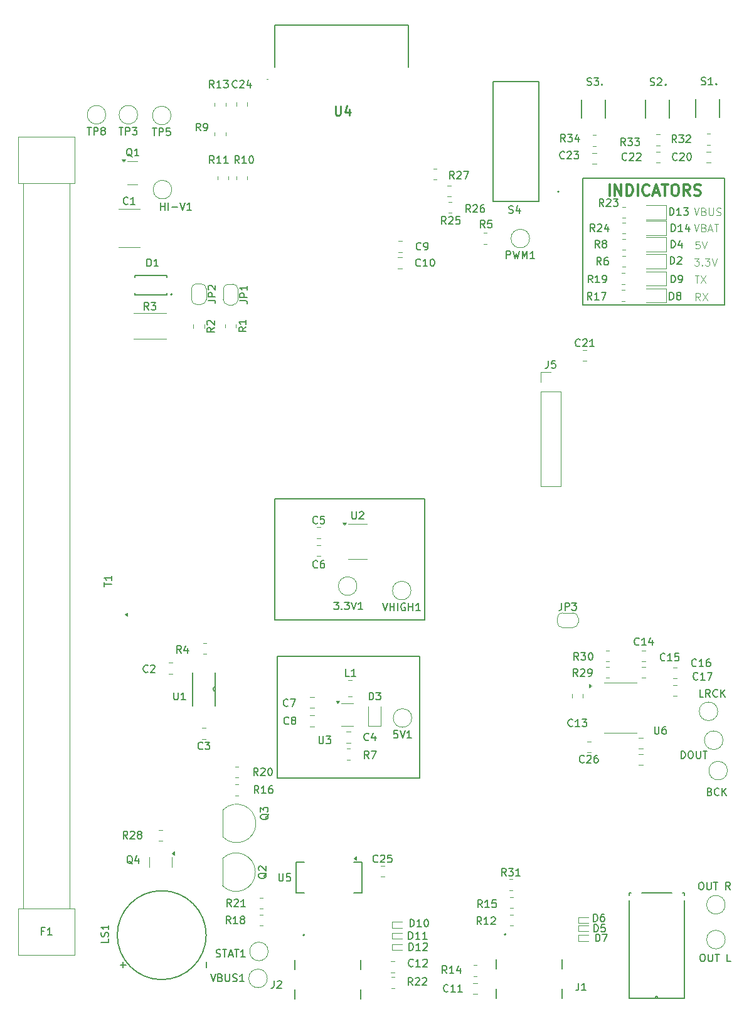
<source format=gbr>
%TF.GenerationSoftware,KiCad,Pcbnew,8.0.4*%
%TF.CreationDate,2025-01-31T21:40:56-05:00*%
%TF.ProjectId,Radiation,52616469-6174-4696-9f6e-2e6b69636164,rev?*%
%TF.SameCoordinates,Original*%
%TF.FileFunction,Legend,Top*%
%TF.FilePolarity,Positive*%
%FSLAX46Y46*%
G04 Gerber Fmt 4.6, Leading zero omitted, Abs format (unit mm)*
G04 Created by KiCad (PCBNEW 8.0.4) date 2025-01-31 21:40:56*
%MOMM*%
%LPD*%
G01*
G04 APERTURE LIST*
%ADD10C,0.100000*%
%ADD11C,0.150000*%
%ADD12C,0.200000*%
%ADD13C,0.300000*%
%ADD14C,0.254000*%
%ADD15C,0.152400*%
%ADD16C,0.120000*%
%ADD17C,0.127000*%
G04 APERTURE END LIST*
D10*
X133675312Y-92572419D02*
X133341979Y-92096228D01*
X133103884Y-92572419D02*
X133103884Y-91572419D01*
X133103884Y-91572419D02*
X133484836Y-91572419D01*
X133484836Y-91572419D02*
X133580074Y-91620038D01*
X133580074Y-91620038D02*
X133627693Y-91667657D01*
X133627693Y-91667657D02*
X133675312Y-91762895D01*
X133675312Y-91762895D02*
X133675312Y-91905752D01*
X133675312Y-91905752D02*
X133627693Y-92000990D01*
X133627693Y-92000990D02*
X133580074Y-92048609D01*
X133580074Y-92048609D02*
X133484836Y-92096228D01*
X133484836Y-92096228D02*
X133103884Y-92096228D01*
X134008646Y-91572419D02*
X134675312Y-92572419D01*
X134675312Y-91572419D02*
X134008646Y-92572419D01*
X132961027Y-89172419D02*
X133532455Y-89172419D01*
X133246741Y-90172419D02*
X133246741Y-89172419D01*
X133770551Y-89172419D02*
X134437217Y-90172419D01*
X134437217Y-89172419D02*
X133770551Y-90172419D01*
X132908646Y-86872419D02*
X133527693Y-86872419D01*
X133527693Y-86872419D02*
X133194360Y-87253371D01*
X133194360Y-87253371D02*
X133337217Y-87253371D01*
X133337217Y-87253371D02*
X133432455Y-87300990D01*
X133432455Y-87300990D02*
X133480074Y-87348609D01*
X133480074Y-87348609D02*
X133527693Y-87443847D01*
X133527693Y-87443847D02*
X133527693Y-87681942D01*
X133527693Y-87681942D02*
X133480074Y-87777180D01*
X133480074Y-87777180D02*
X133432455Y-87824800D01*
X133432455Y-87824800D02*
X133337217Y-87872419D01*
X133337217Y-87872419D02*
X133051503Y-87872419D01*
X133051503Y-87872419D02*
X132956265Y-87824800D01*
X132956265Y-87824800D02*
X132908646Y-87777180D01*
X133956265Y-87777180D02*
X134003884Y-87824800D01*
X134003884Y-87824800D02*
X133956265Y-87872419D01*
X133956265Y-87872419D02*
X133908646Y-87824800D01*
X133908646Y-87824800D02*
X133956265Y-87777180D01*
X133956265Y-87777180D02*
X133956265Y-87872419D01*
X134337217Y-86872419D02*
X134956264Y-86872419D01*
X134956264Y-86872419D02*
X134622931Y-87253371D01*
X134622931Y-87253371D02*
X134765788Y-87253371D01*
X134765788Y-87253371D02*
X134861026Y-87300990D01*
X134861026Y-87300990D02*
X134908645Y-87348609D01*
X134908645Y-87348609D02*
X134956264Y-87443847D01*
X134956264Y-87443847D02*
X134956264Y-87681942D01*
X134956264Y-87681942D02*
X134908645Y-87777180D01*
X134908645Y-87777180D02*
X134861026Y-87824800D01*
X134861026Y-87824800D02*
X134765788Y-87872419D01*
X134765788Y-87872419D02*
X134480074Y-87872419D01*
X134480074Y-87872419D02*
X134384836Y-87824800D01*
X134384836Y-87824800D02*
X134337217Y-87777180D01*
X135241979Y-86872419D02*
X135575312Y-87872419D01*
X135575312Y-87872419D02*
X135908645Y-86872419D01*
X133580074Y-84572419D02*
X133103884Y-84572419D01*
X133103884Y-84572419D02*
X133056265Y-85048609D01*
X133056265Y-85048609D02*
X133103884Y-85000990D01*
X133103884Y-85000990D02*
X133199122Y-84953371D01*
X133199122Y-84953371D02*
X133437217Y-84953371D01*
X133437217Y-84953371D02*
X133532455Y-85000990D01*
X133532455Y-85000990D02*
X133580074Y-85048609D01*
X133580074Y-85048609D02*
X133627693Y-85143847D01*
X133627693Y-85143847D02*
X133627693Y-85381942D01*
X133627693Y-85381942D02*
X133580074Y-85477180D01*
X133580074Y-85477180D02*
X133532455Y-85524800D01*
X133532455Y-85524800D02*
X133437217Y-85572419D01*
X133437217Y-85572419D02*
X133199122Y-85572419D01*
X133199122Y-85572419D02*
X133103884Y-85524800D01*
X133103884Y-85524800D02*
X133056265Y-85477180D01*
X133913408Y-84572419D02*
X134246741Y-85572419D01*
X134246741Y-85572419D02*
X134580074Y-84572419D01*
X132861027Y-82272419D02*
X133194360Y-83272419D01*
X133194360Y-83272419D02*
X133527693Y-82272419D01*
X134194360Y-82748609D02*
X134337217Y-82796228D01*
X134337217Y-82796228D02*
X134384836Y-82843847D01*
X134384836Y-82843847D02*
X134432455Y-82939085D01*
X134432455Y-82939085D02*
X134432455Y-83081942D01*
X134432455Y-83081942D02*
X134384836Y-83177180D01*
X134384836Y-83177180D02*
X134337217Y-83224800D01*
X134337217Y-83224800D02*
X134241979Y-83272419D01*
X134241979Y-83272419D02*
X133861027Y-83272419D01*
X133861027Y-83272419D02*
X133861027Y-82272419D01*
X133861027Y-82272419D02*
X134194360Y-82272419D01*
X134194360Y-82272419D02*
X134289598Y-82320038D01*
X134289598Y-82320038D02*
X134337217Y-82367657D01*
X134337217Y-82367657D02*
X134384836Y-82462895D01*
X134384836Y-82462895D02*
X134384836Y-82558133D01*
X134384836Y-82558133D02*
X134337217Y-82653371D01*
X134337217Y-82653371D02*
X134289598Y-82700990D01*
X134289598Y-82700990D02*
X134194360Y-82748609D01*
X134194360Y-82748609D02*
X133861027Y-82748609D01*
X134813408Y-82986704D02*
X135289598Y-82986704D01*
X134718170Y-83272419D02*
X135051503Y-82272419D01*
X135051503Y-82272419D02*
X135384836Y-83272419D01*
X135575313Y-82272419D02*
X136146741Y-82272419D01*
X135861027Y-83272419D02*
X135861027Y-82272419D01*
X132861027Y-80072419D02*
X133194360Y-81072419D01*
X133194360Y-81072419D02*
X133527693Y-80072419D01*
X134194360Y-80548609D02*
X134337217Y-80596228D01*
X134337217Y-80596228D02*
X134384836Y-80643847D01*
X134384836Y-80643847D02*
X134432455Y-80739085D01*
X134432455Y-80739085D02*
X134432455Y-80881942D01*
X134432455Y-80881942D02*
X134384836Y-80977180D01*
X134384836Y-80977180D02*
X134337217Y-81024800D01*
X134337217Y-81024800D02*
X134241979Y-81072419D01*
X134241979Y-81072419D02*
X133861027Y-81072419D01*
X133861027Y-81072419D02*
X133861027Y-80072419D01*
X133861027Y-80072419D02*
X134194360Y-80072419D01*
X134194360Y-80072419D02*
X134289598Y-80120038D01*
X134289598Y-80120038D02*
X134337217Y-80167657D01*
X134337217Y-80167657D02*
X134384836Y-80262895D01*
X134384836Y-80262895D02*
X134384836Y-80358133D01*
X134384836Y-80358133D02*
X134337217Y-80453371D01*
X134337217Y-80453371D02*
X134289598Y-80500990D01*
X134289598Y-80500990D02*
X134194360Y-80548609D01*
X134194360Y-80548609D02*
X133861027Y-80548609D01*
X134861027Y-80072419D02*
X134861027Y-80881942D01*
X134861027Y-80881942D02*
X134908646Y-80977180D01*
X134908646Y-80977180D02*
X134956265Y-81024800D01*
X134956265Y-81024800D02*
X135051503Y-81072419D01*
X135051503Y-81072419D02*
X135241979Y-81072419D01*
X135241979Y-81072419D02*
X135337217Y-81024800D01*
X135337217Y-81024800D02*
X135384836Y-80977180D01*
X135384836Y-80977180D02*
X135432455Y-80881942D01*
X135432455Y-80881942D02*
X135432455Y-80072419D01*
X135861027Y-81024800D02*
X136003884Y-81072419D01*
X136003884Y-81072419D02*
X136241979Y-81072419D01*
X136241979Y-81072419D02*
X136337217Y-81024800D01*
X136337217Y-81024800D02*
X136384836Y-80977180D01*
X136384836Y-80977180D02*
X136432455Y-80881942D01*
X136432455Y-80881942D02*
X136432455Y-80786704D01*
X136432455Y-80786704D02*
X136384836Y-80691466D01*
X136384836Y-80691466D02*
X136337217Y-80643847D01*
X136337217Y-80643847D02*
X136241979Y-80596228D01*
X136241979Y-80596228D02*
X136051503Y-80548609D01*
X136051503Y-80548609D02*
X135956265Y-80500990D01*
X135956265Y-80500990D02*
X135908646Y-80453371D01*
X135908646Y-80453371D02*
X135861027Y-80358133D01*
X135861027Y-80358133D02*
X135861027Y-80262895D01*
X135861027Y-80262895D02*
X135908646Y-80167657D01*
X135908646Y-80167657D02*
X135956265Y-80120038D01*
X135956265Y-80120038D02*
X136051503Y-80072419D01*
X136051503Y-80072419D02*
X136289598Y-80072419D01*
X136289598Y-80072419D02*
X136432455Y-80120038D01*
D11*
X131109524Y-154354819D02*
X131109524Y-153354819D01*
X131109524Y-153354819D02*
X131347619Y-153354819D01*
X131347619Y-153354819D02*
X131490476Y-153402438D01*
X131490476Y-153402438D02*
X131585714Y-153497676D01*
X131585714Y-153497676D02*
X131633333Y-153592914D01*
X131633333Y-153592914D02*
X131680952Y-153783390D01*
X131680952Y-153783390D02*
X131680952Y-153926247D01*
X131680952Y-153926247D02*
X131633333Y-154116723D01*
X131633333Y-154116723D02*
X131585714Y-154211961D01*
X131585714Y-154211961D02*
X131490476Y-154307200D01*
X131490476Y-154307200D02*
X131347619Y-154354819D01*
X131347619Y-154354819D02*
X131109524Y-154354819D01*
X132300000Y-153354819D02*
X132490476Y-153354819D01*
X132490476Y-153354819D02*
X132585714Y-153402438D01*
X132585714Y-153402438D02*
X132680952Y-153497676D01*
X132680952Y-153497676D02*
X132728571Y-153688152D01*
X132728571Y-153688152D02*
X132728571Y-154021485D01*
X132728571Y-154021485D02*
X132680952Y-154211961D01*
X132680952Y-154211961D02*
X132585714Y-154307200D01*
X132585714Y-154307200D02*
X132490476Y-154354819D01*
X132490476Y-154354819D02*
X132300000Y-154354819D01*
X132300000Y-154354819D02*
X132204762Y-154307200D01*
X132204762Y-154307200D02*
X132109524Y-154211961D01*
X132109524Y-154211961D02*
X132061905Y-154021485D01*
X132061905Y-154021485D02*
X132061905Y-153688152D01*
X132061905Y-153688152D02*
X132109524Y-153497676D01*
X132109524Y-153497676D02*
X132204762Y-153402438D01*
X132204762Y-153402438D02*
X132300000Y-153354819D01*
X133157143Y-153354819D02*
X133157143Y-154164342D01*
X133157143Y-154164342D02*
X133204762Y-154259580D01*
X133204762Y-154259580D02*
X133252381Y-154307200D01*
X133252381Y-154307200D02*
X133347619Y-154354819D01*
X133347619Y-154354819D02*
X133538095Y-154354819D01*
X133538095Y-154354819D02*
X133633333Y-154307200D01*
X133633333Y-154307200D02*
X133680952Y-154259580D01*
X133680952Y-154259580D02*
X133728571Y-154164342D01*
X133728571Y-154164342D02*
X133728571Y-153354819D01*
X134061905Y-153354819D02*
X134633333Y-153354819D01*
X134347619Y-154354819D02*
X134347619Y-153354819D01*
D12*
X95800000Y-157000000D02*
X76600000Y-157000000D01*
X76600000Y-140600000D01*
X95800000Y-140600000D01*
X95800000Y-157000000D01*
X96500000Y-135700000D02*
X76300000Y-135700000D01*
X76300000Y-119300000D01*
X96500000Y-119300000D01*
X96500000Y-135700000D01*
X137000000Y-93200000D02*
X117800000Y-93200000D01*
X117837500Y-76100000D01*
X137000000Y-76100000D01*
X137000000Y-93200000D01*
D13*
X121454510Y-78400828D02*
X121454510Y-76900828D01*
X122168796Y-78400828D02*
X122168796Y-76900828D01*
X122168796Y-76900828D02*
X123025939Y-78400828D01*
X123025939Y-78400828D02*
X123025939Y-76900828D01*
X123740225Y-78400828D02*
X123740225Y-76900828D01*
X123740225Y-76900828D02*
X124097368Y-76900828D01*
X124097368Y-76900828D02*
X124311654Y-76972257D01*
X124311654Y-76972257D02*
X124454511Y-77115114D01*
X124454511Y-77115114D02*
X124525940Y-77257971D01*
X124525940Y-77257971D02*
X124597368Y-77543685D01*
X124597368Y-77543685D02*
X124597368Y-77757971D01*
X124597368Y-77757971D02*
X124525940Y-78043685D01*
X124525940Y-78043685D02*
X124454511Y-78186542D01*
X124454511Y-78186542D02*
X124311654Y-78329400D01*
X124311654Y-78329400D02*
X124097368Y-78400828D01*
X124097368Y-78400828D02*
X123740225Y-78400828D01*
X125240225Y-78400828D02*
X125240225Y-76900828D01*
X126811654Y-78257971D02*
X126740226Y-78329400D01*
X126740226Y-78329400D02*
X126525940Y-78400828D01*
X126525940Y-78400828D02*
X126383083Y-78400828D01*
X126383083Y-78400828D02*
X126168797Y-78329400D01*
X126168797Y-78329400D02*
X126025940Y-78186542D01*
X126025940Y-78186542D02*
X125954511Y-78043685D01*
X125954511Y-78043685D02*
X125883083Y-77757971D01*
X125883083Y-77757971D02*
X125883083Y-77543685D01*
X125883083Y-77543685D02*
X125954511Y-77257971D01*
X125954511Y-77257971D02*
X126025940Y-77115114D01*
X126025940Y-77115114D02*
X126168797Y-76972257D01*
X126168797Y-76972257D02*
X126383083Y-76900828D01*
X126383083Y-76900828D02*
X126525940Y-76900828D01*
X126525940Y-76900828D02*
X126740226Y-76972257D01*
X126740226Y-76972257D02*
X126811654Y-77043685D01*
X127383083Y-77972257D02*
X128097369Y-77972257D01*
X127240226Y-78400828D02*
X127740226Y-76900828D01*
X127740226Y-76900828D02*
X128240226Y-78400828D01*
X128525940Y-76900828D02*
X129383083Y-76900828D01*
X128954511Y-78400828D02*
X128954511Y-76900828D01*
X130168797Y-76900828D02*
X130454511Y-76900828D01*
X130454511Y-76900828D02*
X130597368Y-76972257D01*
X130597368Y-76972257D02*
X130740225Y-77115114D01*
X130740225Y-77115114D02*
X130811654Y-77400828D01*
X130811654Y-77400828D02*
X130811654Y-77900828D01*
X130811654Y-77900828D02*
X130740225Y-78186542D01*
X130740225Y-78186542D02*
X130597368Y-78329400D01*
X130597368Y-78329400D02*
X130454511Y-78400828D01*
X130454511Y-78400828D02*
X130168797Y-78400828D01*
X130168797Y-78400828D02*
X130025940Y-78329400D01*
X130025940Y-78329400D02*
X129883082Y-78186542D01*
X129883082Y-78186542D02*
X129811654Y-77900828D01*
X129811654Y-77900828D02*
X129811654Y-77400828D01*
X129811654Y-77400828D02*
X129883082Y-77115114D01*
X129883082Y-77115114D02*
X130025940Y-76972257D01*
X130025940Y-76972257D02*
X130168797Y-76900828D01*
X132311654Y-78400828D02*
X131811654Y-77686542D01*
X131454511Y-78400828D02*
X131454511Y-76900828D01*
X131454511Y-76900828D02*
X132025940Y-76900828D01*
X132025940Y-76900828D02*
X132168797Y-76972257D01*
X132168797Y-76972257D02*
X132240226Y-77043685D01*
X132240226Y-77043685D02*
X132311654Y-77186542D01*
X132311654Y-77186542D02*
X132311654Y-77400828D01*
X132311654Y-77400828D02*
X132240226Y-77543685D01*
X132240226Y-77543685D02*
X132168797Y-77615114D01*
X132168797Y-77615114D02*
X132025940Y-77686542D01*
X132025940Y-77686542D02*
X131454511Y-77686542D01*
X132883083Y-78329400D02*
X133097369Y-78400828D01*
X133097369Y-78400828D02*
X133454511Y-78400828D01*
X133454511Y-78400828D02*
X133597369Y-78329400D01*
X133597369Y-78329400D02*
X133668797Y-78257971D01*
X133668797Y-78257971D02*
X133740226Y-78115114D01*
X133740226Y-78115114D02*
X133740226Y-77972257D01*
X133740226Y-77972257D02*
X133668797Y-77829400D01*
X133668797Y-77829400D02*
X133597369Y-77757971D01*
X133597369Y-77757971D02*
X133454511Y-77686542D01*
X133454511Y-77686542D02*
X133168797Y-77615114D01*
X133168797Y-77615114D02*
X133025940Y-77543685D01*
X133025940Y-77543685D02*
X132954511Y-77472257D01*
X132954511Y-77472257D02*
X132883083Y-77329400D01*
X132883083Y-77329400D02*
X132883083Y-77186542D01*
X132883083Y-77186542D02*
X132954511Y-77043685D01*
X132954511Y-77043685D02*
X133025940Y-76972257D01*
X133025940Y-76972257D02*
X133168797Y-76900828D01*
X133168797Y-76900828D02*
X133525940Y-76900828D01*
X133525940Y-76900828D02*
X133740226Y-76972257D01*
D11*
X117266666Y-184654819D02*
X117266666Y-185369104D01*
X117266666Y-185369104D02*
X117219047Y-185511961D01*
X117219047Y-185511961D02*
X117123809Y-185607200D01*
X117123809Y-185607200D02*
X116980952Y-185654819D01*
X116980952Y-185654819D02*
X116885714Y-185654819D01*
X118266666Y-185654819D02*
X117695238Y-185654819D01*
X117980952Y-185654819D02*
X117980952Y-184654819D01*
X117980952Y-184654819D02*
X117885714Y-184797676D01*
X117885714Y-184797676D02*
X117790476Y-184892914D01*
X117790476Y-184892914D02*
X117695238Y-184940533D01*
X76166666Y-184354819D02*
X76166666Y-185069104D01*
X76166666Y-185069104D02*
X76119047Y-185211961D01*
X76119047Y-185211961D02*
X76023809Y-185307200D01*
X76023809Y-185307200D02*
X75880952Y-185354819D01*
X75880952Y-185354819D02*
X75785714Y-185354819D01*
X76595238Y-184450057D02*
X76642857Y-184402438D01*
X76642857Y-184402438D02*
X76738095Y-184354819D01*
X76738095Y-184354819D02*
X76976190Y-184354819D01*
X76976190Y-184354819D02*
X77071428Y-184402438D01*
X77071428Y-184402438D02*
X77119047Y-184450057D01*
X77119047Y-184450057D02*
X77166666Y-184545295D01*
X77166666Y-184545295D02*
X77166666Y-184640533D01*
X77166666Y-184640533D02*
X77119047Y-184783390D01*
X77119047Y-184783390D02*
X76547619Y-185354819D01*
X76547619Y-185354819D02*
X77166666Y-185354819D01*
X63633333Y-140154819D02*
X63300000Y-139678628D01*
X63061905Y-140154819D02*
X63061905Y-139154819D01*
X63061905Y-139154819D02*
X63442857Y-139154819D01*
X63442857Y-139154819D02*
X63538095Y-139202438D01*
X63538095Y-139202438D02*
X63585714Y-139250057D01*
X63585714Y-139250057D02*
X63633333Y-139345295D01*
X63633333Y-139345295D02*
X63633333Y-139488152D01*
X63633333Y-139488152D02*
X63585714Y-139583390D01*
X63585714Y-139583390D02*
X63538095Y-139631009D01*
X63538095Y-139631009D02*
X63442857Y-139678628D01*
X63442857Y-139678628D02*
X63061905Y-139678628D01*
X64490476Y-139488152D02*
X64490476Y-140154819D01*
X64252381Y-139107200D02*
X64014286Y-139821485D01*
X64014286Y-139821485D02*
X64633333Y-139821485D01*
X117157142Y-143279819D02*
X116823809Y-142803628D01*
X116585714Y-143279819D02*
X116585714Y-142279819D01*
X116585714Y-142279819D02*
X116966666Y-142279819D01*
X116966666Y-142279819D02*
X117061904Y-142327438D01*
X117061904Y-142327438D02*
X117109523Y-142375057D01*
X117109523Y-142375057D02*
X117157142Y-142470295D01*
X117157142Y-142470295D02*
X117157142Y-142613152D01*
X117157142Y-142613152D02*
X117109523Y-142708390D01*
X117109523Y-142708390D02*
X117061904Y-142756009D01*
X117061904Y-142756009D02*
X116966666Y-142803628D01*
X116966666Y-142803628D02*
X116585714Y-142803628D01*
X117538095Y-142375057D02*
X117585714Y-142327438D01*
X117585714Y-142327438D02*
X117680952Y-142279819D01*
X117680952Y-142279819D02*
X117919047Y-142279819D01*
X117919047Y-142279819D02*
X118014285Y-142327438D01*
X118014285Y-142327438D02*
X118061904Y-142375057D01*
X118061904Y-142375057D02*
X118109523Y-142470295D01*
X118109523Y-142470295D02*
X118109523Y-142565533D01*
X118109523Y-142565533D02*
X118061904Y-142708390D01*
X118061904Y-142708390D02*
X117490476Y-143279819D01*
X117490476Y-143279819D02*
X118109523Y-143279819D01*
X118585714Y-143279819D02*
X118776190Y-143279819D01*
X118776190Y-143279819D02*
X118871428Y-143232200D01*
X118871428Y-143232200D02*
X118919047Y-143184580D01*
X118919047Y-143184580D02*
X119014285Y-143041723D01*
X119014285Y-143041723D02*
X119061904Y-142851247D01*
X119061904Y-142851247D02*
X119061904Y-142470295D01*
X119061904Y-142470295D02*
X119014285Y-142375057D01*
X119014285Y-142375057D02*
X118966666Y-142327438D01*
X118966666Y-142327438D02*
X118871428Y-142279819D01*
X118871428Y-142279819D02*
X118680952Y-142279819D01*
X118680952Y-142279819D02*
X118585714Y-142327438D01*
X118585714Y-142327438D02*
X118538095Y-142375057D01*
X118538095Y-142375057D02*
X118490476Y-142470295D01*
X118490476Y-142470295D02*
X118490476Y-142708390D01*
X118490476Y-142708390D02*
X118538095Y-142803628D01*
X118538095Y-142803628D02*
X118585714Y-142851247D01*
X118585714Y-142851247D02*
X118680952Y-142898866D01*
X118680952Y-142898866D02*
X118871428Y-142898866D01*
X118871428Y-142898866D02*
X118966666Y-142851247D01*
X118966666Y-142851247D02*
X119014285Y-142803628D01*
X119014285Y-142803628D02*
X119061904Y-142708390D01*
X95907142Y-87859580D02*
X95859523Y-87907200D01*
X95859523Y-87907200D02*
X95716666Y-87954819D01*
X95716666Y-87954819D02*
X95621428Y-87954819D01*
X95621428Y-87954819D02*
X95478571Y-87907200D01*
X95478571Y-87907200D02*
X95383333Y-87811961D01*
X95383333Y-87811961D02*
X95335714Y-87716723D01*
X95335714Y-87716723D02*
X95288095Y-87526247D01*
X95288095Y-87526247D02*
X95288095Y-87383390D01*
X95288095Y-87383390D02*
X95335714Y-87192914D01*
X95335714Y-87192914D02*
X95383333Y-87097676D01*
X95383333Y-87097676D02*
X95478571Y-87002438D01*
X95478571Y-87002438D02*
X95621428Y-86954819D01*
X95621428Y-86954819D02*
X95716666Y-86954819D01*
X95716666Y-86954819D02*
X95859523Y-87002438D01*
X95859523Y-87002438D02*
X95907142Y-87050057D01*
X96859523Y-87954819D02*
X96288095Y-87954819D01*
X96573809Y-87954819D02*
X96573809Y-86954819D01*
X96573809Y-86954819D02*
X96478571Y-87097676D01*
X96478571Y-87097676D02*
X96383333Y-87192914D01*
X96383333Y-87192914D02*
X96288095Y-87240533D01*
X97478571Y-86954819D02*
X97573809Y-86954819D01*
X97573809Y-86954819D02*
X97669047Y-87002438D01*
X97669047Y-87002438D02*
X97716666Y-87050057D01*
X97716666Y-87050057D02*
X97764285Y-87145295D01*
X97764285Y-87145295D02*
X97811904Y-87335771D01*
X97811904Y-87335771D02*
X97811904Y-87573866D01*
X97811904Y-87573866D02*
X97764285Y-87764342D01*
X97764285Y-87764342D02*
X97716666Y-87859580D01*
X97716666Y-87859580D02*
X97669047Y-87907200D01*
X97669047Y-87907200D02*
X97573809Y-87954819D01*
X97573809Y-87954819D02*
X97478571Y-87954819D01*
X97478571Y-87954819D02*
X97383333Y-87907200D01*
X97383333Y-87907200D02*
X97335714Y-87859580D01*
X97335714Y-87859580D02*
X97288095Y-87764342D01*
X97288095Y-87764342D02*
X97240476Y-87573866D01*
X97240476Y-87573866D02*
X97240476Y-87335771D01*
X97240476Y-87335771D02*
X97288095Y-87145295D01*
X97288095Y-87145295D02*
X97335714Y-87050057D01*
X97335714Y-87050057D02*
X97383333Y-87002438D01*
X97383333Y-87002438D02*
X97478571Y-86954819D01*
X53254819Y-131161904D02*
X53254819Y-130590476D01*
X54254819Y-130876190D02*
X53254819Y-130876190D01*
X54254819Y-129733333D02*
X54254819Y-130304761D01*
X54254819Y-130019047D02*
X53254819Y-130019047D01*
X53254819Y-130019047D02*
X53397676Y-130114285D01*
X53397676Y-130114285D02*
X53492914Y-130209523D01*
X53492914Y-130209523D02*
X53540533Y-130304761D01*
X99357142Y-82254819D02*
X99023809Y-81778628D01*
X98785714Y-82254819D02*
X98785714Y-81254819D01*
X98785714Y-81254819D02*
X99166666Y-81254819D01*
X99166666Y-81254819D02*
X99261904Y-81302438D01*
X99261904Y-81302438D02*
X99309523Y-81350057D01*
X99309523Y-81350057D02*
X99357142Y-81445295D01*
X99357142Y-81445295D02*
X99357142Y-81588152D01*
X99357142Y-81588152D02*
X99309523Y-81683390D01*
X99309523Y-81683390D02*
X99261904Y-81731009D01*
X99261904Y-81731009D02*
X99166666Y-81778628D01*
X99166666Y-81778628D02*
X98785714Y-81778628D01*
X99738095Y-81350057D02*
X99785714Y-81302438D01*
X99785714Y-81302438D02*
X99880952Y-81254819D01*
X99880952Y-81254819D02*
X100119047Y-81254819D01*
X100119047Y-81254819D02*
X100214285Y-81302438D01*
X100214285Y-81302438D02*
X100261904Y-81350057D01*
X100261904Y-81350057D02*
X100309523Y-81445295D01*
X100309523Y-81445295D02*
X100309523Y-81540533D01*
X100309523Y-81540533D02*
X100261904Y-81683390D01*
X100261904Y-81683390D02*
X99690476Y-82254819D01*
X99690476Y-82254819D02*
X100309523Y-82254819D01*
X101214285Y-81254819D02*
X100738095Y-81254819D01*
X100738095Y-81254819D02*
X100690476Y-81731009D01*
X100690476Y-81731009D02*
X100738095Y-81683390D01*
X100738095Y-81683390D02*
X100833333Y-81635771D01*
X100833333Y-81635771D02*
X101071428Y-81635771D01*
X101071428Y-81635771D02*
X101166666Y-81683390D01*
X101166666Y-81683390D02*
X101214285Y-81731009D01*
X101214285Y-81731009D02*
X101261904Y-81826247D01*
X101261904Y-81826247D02*
X101261904Y-82064342D01*
X101261904Y-82064342D02*
X101214285Y-82159580D01*
X101214285Y-82159580D02*
X101166666Y-82207200D01*
X101166666Y-82207200D02*
X101071428Y-82254819D01*
X101071428Y-82254819D02*
X100833333Y-82254819D01*
X100833333Y-82254819D02*
X100738095Y-82207200D01*
X100738095Y-82207200D02*
X100690476Y-82159580D01*
X130469642Y-71254819D02*
X130136309Y-70778628D01*
X129898214Y-71254819D02*
X129898214Y-70254819D01*
X129898214Y-70254819D02*
X130279166Y-70254819D01*
X130279166Y-70254819D02*
X130374404Y-70302438D01*
X130374404Y-70302438D02*
X130422023Y-70350057D01*
X130422023Y-70350057D02*
X130469642Y-70445295D01*
X130469642Y-70445295D02*
X130469642Y-70588152D01*
X130469642Y-70588152D02*
X130422023Y-70683390D01*
X130422023Y-70683390D02*
X130374404Y-70731009D01*
X130374404Y-70731009D02*
X130279166Y-70778628D01*
X130279166Y-70778628D02*
X129898214Y-70778628D01*
X130802976Y-70254819D02*
X131422023Y-70254819D01*
X131422023Y-70254819D02*
X131088690Y-70635771D01*
X131088690Y-70635771D02*
X131231547Y-70635771D01*
X131231547Y-70635771D02*
X131326785Y-70683390D01*
X131326785Y-70683390D02*
X131374404Y-70731009D01*
X131374404Y-70731009D02*
X131422023Y-70826247D01*
X131422023Y-70826247D02*
X131422023Y-71064342D01*
X131422023Y-71064342D02*
X131374404Y-71159580D01*
X131374404Y-71159580D02*
X131326785Y-71207200D01*
X131326785Y-71207200D02*
X131231547Y-71254819D01*
X131231547Y-71254819D02*
X130945833Y-71254819D01*
X130945833Y-71254819D02*
X130850595Y-71207200D01*
X130850595Y-71207200D02*
X130802976Y-71159580D01*
X131802976Y-70350057D02*
X131850595Y-70302438D01*
X131850595Y-70302438D02*
X131945833Y-70254819D01*
X131945833Y-70254819D02*
X132183928Y-70254819D01*
X132183928Y-70254819D02*
X132279166Y-70302438D01*
X132279166Y-70302438D02*
X132326785Y-70350057D01*
X132326785Y-70350057D02*
X132374404Y-70445295D01*
X132374404Y-70445295D02*
X132374404Y-70540533D01*
X132374404Y-70540533D02*
X132326785Y-70683390D01*
X132326785Y-70683390D02*
X131755357Y-71254819D01*
X131755357Y-71254819D02*
X132374404Y-71254819D01*
X119351905Y-177754819D02*
X119351905Y-176754819D01*
X119351905Y-176754819D02*
X119590000Y-176754819D01*
X119590000Y-176754819D02*
X119732857Y-176802438D01*
X119732857Y-176802438D02*
X119828095Y-176897676D01*
X119828095Y-176897676D02*
X119875714Y-176992914D01*
X119875714Y-176992914D02*
X119923333Y-177183390D01*
X119923333Y-177183390D02*
X119923333Y-177326247D01*
X119923333Y-177326247D02*
X119875714Y-177516723D01*
X119875714Y-177516723D02*
X119828095Y-177611961D01*
X119828095Y-177611961D02*
X119732857Y-177707200D01*
X119732857Y-177707200D02*
X119590000Y-177754819D01*
X119590000Y-177754819D02*
X119351905Y-177754819D01*
X120828095Y-176754819D02*
X120351905Y-176754819D01*
X120351905Y-176754819D02*
X120304286Y-177231009D01*
X120304286Y-177231009D02*
X120351905Y-177183390D01*
X120351905Y-177183390D02*
X120447143Y-177135771D01*
X120447143Y-177135771D02*
X120685238Y-177135771D01*
X120685238Y-177135771D02*
X120780476Y-177183390D01*
X120780476Y-177183390D02*
X120828095Y-177231009D01*
X120828095Y-177231009D02*
X120875714Y-177326247D01*
X120875714Y-177326247D02*
X120875714Y-177564342D01*
X120875714Y-177564342D02*
X120828095Y-177659580D01*
X120828095Y-177659580D02*
X120780476Y-177707200D01*
X120780476Y-177707200D02*
X120685238Y-177754819D01*
X120685238Y-177754819D02*
X120447143Y-177754819D01*
X120447143Y-177754819D02*
X120351905Y-177707200D01*
X120351905Y-177707200D02*
X120304286Y-177659580D01*
X84247619Y-133254819D02*
X84866666Y-133254819D01*
X84866666Y-133254819D02*
X84533333Y-133635771D01*
X84533333Y-133635771D02*
X84676190Y-133635771D01*
X84676190Y-133635771D02*
X84771428Y-133683390D01*
X84771428Y-133683390D02*
X84819047Y-133731009D01*
X84819047Y-133731009D02*
X84866666Y-133826247D01*
X84866666Y-133826247D02*
X84866666Y-134064342D01*
X84866666Y-134064342D02*
X84819047Y-134159580D01*
X84819047Y-134159580D02*
X84771428Y-134207200D01*
X84771428Y-134207200D02*
X84676190Y-134254819D01*
X84676190Y-134254819D02*
X84390476Y-134254819D01*
X84390476Y-134254819D02*
X84295238Y-134207200D01*
X84295238Y-134207200D02*
X84247619Y-134159580D01*
X85295238Y-134159580D02*
X85342857Y-134207200D01*
X85342857Y-134207200D02*
X85295238Y-134254819D01*
X85295238Y-134254819D02*
X85247619Y-134207200D01*
X85247619Y-134207200D02*
X85295238Y-134159580D01*
X85295238Y-134159580D02*
X85295238Y-134254819D01*
X85676190Y-133254819D02*
X86295237Y-133254819D01*
X86295237Y-133254819D02*
X85961904Y-133635771D01*
X85961904Y-133635771D02*
X86104761Y-133635771D01*
X86104761Y-133635771D02*
X86199999Y-133683390D01*
X86199999Y-133683390D02*
X86247618Y-133731009D01*
X86247618Y-133731009D02*
X86295237Y-133826247D01*
X86295237Y-133826247D02*
X86295237Y-134064342D01*
X86295237Y-134064342D02*
X86247618Y-134159580D01*
X86247618Y-134159580D02*
X86199999Y-134207200D01*
X86199999Y-134207200D02*
X86104761Y-134254819D01*
X86104761Y-134254819D02*
X85819047Y-134254819D01*
X85819047Y-134254819D02*
X85723809Y-134207200D01*
X85723809Y-134207200D02*
X85676190Y-134159580D01*
X86580952Y-133254819D02*
X86914285Y-134254819D01*
X86914285Y-134254819D02*
X87247618Y-133254819D01*
X88104761Y-134254819D02*
X87533333Y-134254819D01*
X87819047Y-134254819D02*
X87819047Y-133254819D01*
X87819047Y-133254819D02*
X87723809Y-133397676D01*
X87723809Y-133397676D02*
X87628571Y-133492914D01*
X87628571Y-133492914D02*
X87533333Y-133540533D01*
X76828095Y-169912319D02*
X76828095Y-170721842D01*
X76828095Y-170721842D02*
X76875714Y-170817080D01*
X76875714Y-170817080D02*
X76923333Y-170864700D01*
X76923333Y-170864700D02*
X77018571Y-170912319D01*
X77018571Y-170912319D02*
X77209047Y-170912319D01*
X77209047Y-170912319D02*
X77304285Y-170864700D01*
X77304285Y-170864700D02*
X77351904Y-170817080D01*
X77351904Y-170817080D02*
X77399523Y-170721842D01*
X77399523Y-170721842D02*
X77399523Y-169912319D01*
X78351904Y-169912319D02*
X77875714Y-169912319D01*
X77875714Y-169912319D02*
X77828095Y-170388509D01*
X77828095Y-170388509D02*
X77875714Y-170340890D01*
X77875714Y-170340890D02*
X77970952Y-170293271D01*
X77970952Y-170293271D02*
X78209047Y-170293271D01*
X78209047Y-170293271D02*
X78304285Y-170340890D01*
X78304285Y-170340890D02*
X78351904Y-170388509D01*
X78351904Y-170388509D02*
X78399523Y-170483747D01*
X78399523Y-170483747D02*
X78399523Y-170721842D01*
X78399523Y-170721842D02*
X78351904Y-170817080D01*
X78351904Y-170817080D02*
X78304285Y-170864700D01*
X78304285Y-170864700D02*
X78209047Y-170912319D01*
X78209047Y-170912319D02*
X77970952Y-170912319D01*
X77970952Y-170912319D02*
X77875714Y-170864700D01*
X77875714Y-170864700D02*
X77828095Y-170817080D01*
X57004761Y-73150057D02*
X56909523Y-73102438D01*
X56909523Y-73102438D02*
X56814285Y-73007200D01*
X56814285Y-73007200D02*
X56671428Y-72864342D01*
X56671428Y-72864342D02*
X56576190Y-72816723D01*
X56576190Y-72816723D02*
X56480952Y-72816723D01*
X56528571Y-73054819D02*
X56433333Y-73007200D01*
X56433333Y-73007200D02*
X56338095Y-72911961D01*
X56338095Y-72911961D02*
X56290476Y-72721485D01*
X56290476Y-72721485D02*
X56290476Y-72388152D01*
X56290476Y-72388152D02*
X56338095Y-72197676D01*
X56338095Y-72197676D02*
X56433333Y-72102438D01*
X56433333Y-72102438D02*
X56528571Y-72054819D01*
X56528571Y-72054819D02*
X56719047Y-72054819D01*
X56719047Y-72054819D02*
X56814285Y-72102438D01*
X56814285Y-72102438D02*
X56909523Y-72197676D01*
X56909523Y-72197676D02*
X56957142Y-72388152D01*
X56957142Y-72388152D02*
X56957142Y-72721485D01*
X56957142Y-72721485D02*
X56909523Y-72911961D01*
X56909523Y-72911961D02*
X56814285Y-73007200D01*
X56814285Y-73007200D02*
X56719047Y-73054819D01*
X56719047Y-73054819D02*
X56528571Y-73054819D01*
X57909523Y-73054819D02*
X57338095Y-73054819D01*
X57623809Y-73054819D02*
X57623809Y-72054819D01*
X57623809Y-72054819D02*
X57528571Y-72197676D01*
X57528571Y-72197676D02*
X57433333Y-72292914D01*
X57433333Y-72292914D02*
X57338095Y-72340533D01*
X99469642Y-183354819D02*
X99136309Y-182878628D01*
X98898214Y-183354819D02*
X98898214Y-182354819D01*
X98898214Y-182354819D02*
X99279166Y-182354819D01*
X99279166Y-182354819D02*
X99374404Y-182402438D01*
X99374404Y-182402438D02*
X99422023Y-182450057D01*
X99422023Y-182450057D02*
X99469642Y-182545295D01*
X99469642Y-182545295D02*
X99469642Y-182688152D01*
X99469642Y-182688152D02*
X99422023Y-182783390D01*
X99422023Y-182783390D02*
X99374404Y-182831009D01*
X99374404Y-182831009D02*
X99279166Y-182878628D01*
X99279166Y-182878628D02*
X98898214Y-182878628D01*
X100422023Y-183354819D02*
X99850595Y-183354819D01*
X100136309Y-183354819D02*
X100136309Y-182354819D01*
X100136309Y-182354819D02*
X100041071Y-182497676D01*
X100041071Y-182497676D02*
X99945833Y-182592914D01*
X99945833Y-182592914D02*
X99850595Y-182640533D01*
X101279166Y-182688152D02*
X101279166Y-183354819D01*
X101041071Y-182307200D02*
X100802976Y-183021485D01*
X100802976Y-183021485D02*
X101422023Y-183021485D01*
X75150057Y-169795238D02*
X75102438Y-169890476D01*
X75102438Y-169890476D02*
X75007200Y-169985714D01*
X75007200Y-169985714D02*
X74864342Y-170128571D01*
X74864342Y-170128571D02*
X74816723Y-170223809D01*
X74816723Y-170223809D02*
X74816723Y-170319047D01*
X75054819Y-170271428D02*
X75007200Y-170366666D01*
X75007200Y-170366666D02*
X74911961Y-170461904D01*
X74911961Y-170461904D02*
X74721485Y-170509523D01*
X74721485Y-170509523D02*
X74388152Y-170509523D01*
X74388152Y-170509523D02*
X74197676Y-170461904D01*
X74197676Y-170461904D02*
X74102438Y-170366666D01*
X74102438Y-170366666D02*
X74054819Y-170271428D01*
X74054819Y-170271428D02*
X74054819Y-170080952D01*
X74054819Y-170080952D02*
X74102438Y-169985714D01*
X74102438Y-169985714D02*
X74197676Y-169890476D01*
X74197676Y-169890476D02*
X74388152Y-169842857D01*
X74388152Y-169842857D02*
X74721485Y-169842857D01*
X74721485Y-169842857D02*
X74911961Y-169890476D01*
X74911961Y-169890476D02*
X75007200Y-169985714D01*
X75007200Y-169985714D02*
X75054819Y-170080952D01*
X75054819Y-170080952D02*
X75054819Y-170271428D01*
X74150057Y-169461904D02*
X74102438Y-169414285D01*
X74102438Y-169414285D02*
X74054819Y-169319047D01*
X74054819Y-169319047D02*
X74054819Y-169080952D01*
X74054819Y-169080952D02*
X74102438Y-168985714D01*
X74102438Y-168985714D02*
X74150057Y-168938095D01*
X74150057Y-168938095D02*
X74245295Y-168890476D01*
X74245295Y-168890476D02*
X74340533Y-168890476D01*
X74340533Y-168890476D02*
X74483390Y-168938095D01*
X74483390Y-168938095D02*
X75054819Y-169509523D01*
X75054819Y-169509523D02*
X75054819Y-168890476D01*
X59738095Y-69304819D02*
X60309523Y-69304819D01*
X60023809Y-70304819D02*
X60023809Y-69304819D01*
X60642857Y-70304819D02*
X60642857Y-69304819D01*
X60642857Y-69304819D02*
X61023809Y-69304819D01*
X61023809Y-69304819D02*
X61119047Y-69352438D01*
X61119047Y-69352438D02*
X61166666Y-69400057D01*
X61166666Y-69400057D02*
X61214285Y-69495295D01*
X61214285Y-69495295D02*
X61214285Y-69638152D01*
X61214285Y-69638152D02*
X61166666Y-69733390D01*
X61166666Y-69733390D02*
X61119047Y-69781009D01*
X61119047Y-69781009D02*
X61023809Y-69828628D01*
X61023809Y-69828628D02*
X60642857Y-69828628D01*
X62119047Y-69304819D02*
X61642857Y-69304819D01*
X61642857Y-69304819D02*
X61595238Y-69781009D01*
X61595238Y-69781009D02*
X61642857Y-69733390D01*
X61642857Y-69733390D02*
X61738095Y-69685771D01*
X61738095Y-69685771D02*
X61976190Y-69685771D01*
X61976190Y-69685771D02*
X62071428Y-69733390D01*
X62071428Y-69733390D02*
X62119047Y-69781009D01*
X62119047Y-69781009D02*
X62166666Y-69876247D01*
X62166666Y-69876247D02*
X62166666Y-70114342D01*
X62166666Y-70114342D02*
X62119047Y-70209580D01*
X62119047Y-70209580D02*
X62071428Y-70257200D01*
X62071428Y-70257200D02*
X61976190Y-70304819D01*
X61976190Y-70304819D02*
X61738095Y-70304819D01*
X61738095Y-70304819D02*
X61642857Y-70257200D01*
X61642857Y-70257200D02*
X61595238Y-70209580D01*
X119044642Y-92454819D02*
X118711309Y-91978628D01*
X118473214Y-92454819D02*
X118473214Y-91454819D01*
X118473214Y-91454819D02*
X118854166Y-91454819D01*
X118854166Y-91454819D02*
X118949404Y-91502438D01*
X118949404Y-91502438D02*
X118997023Y-91550057D01*
X118997023Y-91550057D02*
X119044642Y-91645295D01*
X119044642Y-91645295D02*
X119044642Y-91788152D01*
X119044642Y-91788152D02*
X118997023Y-91883390D01*
X118997023Y-91883390D02*
X118949404Y-91931009D01*
X118949404Y-91931009D02*
X118854166Y-91978628D01*
X118854166Y-91978628D02*
X118473214Y-91978628D01*
X119997023Y-92454819D02*
X119425595Y-92454819D01*
X119711309Y-92454819D02*
X119711309Y-91454819D01*
X119711309Y-91454819D02*
X119616071Y-91597676D01*
X119616071Y-91597676D02*
X119520833Y-91692914D01*
X119520833Y-91692914D02*
X119425595Y-91740533D01*
X120330357Y-91454819D02*
X120997023Y-91454819D01*
X120997023Y-91454819D02*
X120568452Y-92454819D01*
X55238095Y-69204819D02*
X55809523Y-69204819D01*
X55523809Y-70204819D02*
X55523809Y-69204819D01*
X56142857Y-70204819D02*
X56142857Y-69204819D01*
X56142857Y-69204819D02*
X56523809Y-69204819D01*
X56523809Y-69204819D02*
X56619047Y-69252438D01*
X56619047Y-69252438D02*
X56666666Y-69300057D01*
X56666666Y-69300057D02*
X56714285Y-69395295D01*
X56714285Y-69395295D02*
X56714285Y-69538152D01*
X56714285Y-69538152D02*
X56666666Y-69633390D01*
X56666666Y-69633390D02*
X56619047Y-69681009D01*
X56619047Y-69681009D02*
X56523809Y-69728628D01*
X56523809Y-69728628D02*
X56142857Y-69728628D01*
X57047619Y-69204819D02*
X57666666Y-69204819D01*
X57666666Y-69204819D02*
X57333333Y-69585771D01*
X57333333Y-69585771D02*
X57476190Y-69585771D01*
X57476190Y-69585771D02*
X57571428Y-69633390D01*
X57571428Y-69633390D02*
X57619047Y-69681009D01*
X57619047Y-69681009D02*
X57666666Y-69776247D01*
X57666666Y-69776247D02*
X57666666Y-70014342D01*
X57666666Y-70014342D02*
X57619047Y-70109580D01*
X57619047Y-70109580D02*
X57571428Y-70157200D01*
X57571428Y-70157200D02*
X57476190Y-70204819D01*
X57476190Y-70204819D02*
X57190476Y-70204819D01*
X57190476Y-70204819D02*
X57095238Y-70157200D01*
X57095238Y-70157200D02*
X57047619Y-70109580D01*
X92833333Y-150604819D02*
X92357143Y-150604819D01*
X92357143Y-150604819D02*
X92309524Y-151081009D01*
X92309524Y-151081009D02*
X92357143Y-151033390D01*
X92357143Y-151033390D02*
X92452381Y-150985771D01*
X92452381Y-150985771D02*
X92690476Y-150985771D01*
X92690476Y-150985771D02*
X92785714Y-151033390D01*
X92785714Y-151033390D02*
X92833333Y-151081009D01*
X92833333Y-151081009D02*
X92880952Y-151176247D01*
X92880952Y-151176247D02*
X92880952Y-151414342D01*
X92880952Y-151414342D02*
X92833333Y-151509580D01*
X92833333Y-151509580D02*
X92785714Y-151557200D01*
X92785714Y-151557200D02*
X92690476Y-151604819D01*
X92690476Y-151604819D02*
X92452381Y-151604819D01*
X92452381Y-151604819D02*
X92357143Y-151557200D01*
X92357143Y-151557200D02*
X92309524Y-151509580D01*
X93166667Y-150604819D02*
X93500000Y-151604819D01*
X93500000Y-151604819D02*
X93833333Y-150604819D01*
X94690476Y-151604819D02*
X94119048Y-151604819D01*
X94404762Y-151604819D02*
X94404762Y-150604819D01*
X94404762Y-150604819D02*
X94309524Y-150747676D01*
X94309524Y-150747676D02*
X94214286Y-150842914D01*
X94214286Y-150842914D02*
X94119048Y-150890533D01*
X117257142Y-141079819D02*
X116923809Y-140603628D01*
X116685714Y-141079819D02*
X116685714Y-140079819D01*
X116685714Y-140079819D02*
X117066666Y-140079819D01*
X117066666Y-140079819D02*
X117161904Y-140127438D01*
X117161904Y-140127438D02*
X117209523Y-140175057D01*
X117209523Y-140175057D02*
X117257142Y-140270295D01*
X117257142Y-140270295D02*
X117257142Y-140413152D01*
X117257142Y-140413152D02*
X117209523Y-140508390D01*
X117209523Y-140508390D02*
X117161904Y-140556009D01*
X117161904Y-140556009D02*
X117066666Y-140603628D01*
X117066666Y-140603628D02*
X116685714Y-140603628D01*
X117590476Y-140079819D02*
X118209523Y-140079819D01*
X118209523Y-140079819D02*
X117876190Y-140460771D01*
X117876190Y-140460771D02*
X118019047Y-140460771D01*
X118019047Y-140460771D02*
X118114285Y-140508390D01*
X118114285Y-140508390D02*
X118161904Y-140556009D01*
X118161904Y-140556009D02*
X118209523Y-140651247D01*
X118209523Y-140651247D02*
X118209523Y-140889342D01*
X118209523Y-140889342D02*
X118161904Y-140984580D01*
X118161904Y-140984580D02*
X118114285Y-141032200D01*
X118114285Y-141032200D02*
X118019047Y-141079819D01*
X118019047Y-141079819D02*
X117733333Y-141079819D01*
X117733333Y-141079819D02*
X117638095Y-141032200D01*
X117638095Y-141032200D02*
X117590476Y-140984580D01*
X118828571Y-140079819D02*
X118923809Y-140079819D01*
X118923809Y-140079819D02*
X119019047Y-140127438D01*
X119019047Y-140127438D02*
X119066666Y-140175057D01*
X119066666Y-140175057D02*
X119114285Y-140270295D01*
X119114285Y-140270295D02*
X119161904Y-140460771D01*
X119161904Y-140460771D02*
X119161904Y-140698866D01*
X119161904Y-140698866D02*
X119114285Y-140889342D01*
X119114285Y-140889342D02*
X119066666Y-140984580D01*
X119066666Y-140984580D02*
X119019047Y-141032200D01*
X119019047Y-141032200D02*
X118923809Y-141079819D01*
X118923809Y-141079819D02*
X118828571Y-141079819D01*
X118828571Y-141079819D02*
X118733333Y-141032200D01*
X118733333Y-141032200D02*
X118685714Y-140984580D01*
X118685714Y-140984580D02*
X118638095Y-140889342D01*
X118638095Y-140889342D02*
X118590476Y-140698866D01*
X118590476Y-140698866D02*
X118590476Y-140460771D01*
X118590476Y-140460771D02*
X118638095Y-140270295D01*
X118638095Y-140270295D02*
X118685714Y-140175057D01*
X118685714Y-140175057D02*
X118733333Y-140127438D01*
X118733333Y-140127438D02*
X118828571Y-140079819D01*
X123557142Y-71654819D02*
X123223809Y-71178628D01*
X122985714Y-71654819D02*
X122985714Y-70654819D01*
X122985714Y-70654819D02*
X123366666Y-70654819D01*
X123366666Y-70654819D02*
X123461904Y-70702438D01*
X123461904Y-70702438D02*
X123509523Y-70750057D01*
X123509523Y-70750057D02*
X123557142Y-70845295D01*
X123557142Y-70845295D02*
X123557142Y-70988152D01*
X123557142Y-70988152D02*
X123509523Y-71083390D01*
X123509523Y-71083390D02*
X123461904Y-71131009D01*
X123461904Y-71131009D02*
X123366666Y-71178628D01*
X123366666Y-71178628D02*
X122985714Y-71178628D01*
X123890476Y-70654819D02*
X124509523Y-70654819D01*
X124509523Y-70654819D02*
X124176190Y-71035771D01*
X124176190Y-71035771D02*
X124319047Y-71035771D01*
X124319047Y-71035771D02*
X124414285Y-71083390D01*
X124414285Y-71083390D02*
X124461904Y-71131009D01*
X124461904Y-71131009D02*
X124509523Y-71226247D01*
X124509523Y-71226247D02*
X124509523Y-71464342D01*
X124509523Y-71464342D02*
X124461904Y-71559580D01*
X124461904Y-71559580D02*
X124414285Y-71607200D01*
X124414285Y-71607200D02*
X124319047Y-71654819D01*
X124319047Y-71654819D02*
X124033333Y-71654819D01*
X124033333Y-71654819D02*
X123938095Y-71607200D01*
X123938095Y-71607200D02*
X123890476Y-71559580D01*
X124842857Y-70654819D02*
X125461904Y-70654819D01*
X125461904Y-70654819D02*
X125128571Y-71035771D01*
X125128571Y-71035771D02*
X125271428Y-71035771D01*
X125271428Y-71035771D02*
X125366666Y-71083390D01*
X125366666Y-71083390D02*
X125414285Y-71131009D01*
X125414285Y-71131009D02*
X125461904Y-71226247D01*
X125461904Y-71226247D02*
X125461904Y-71464342D01*
X125461904Y-71464342D02*
X125414285Y-71559580D01*
X125414285Y-71559580D02*
X125366666Y-71607200D01*
X125366666Y-71607200D02*
X125271428Y-71654819D01*
X125271428Y-71654819D02*
X124985714Y-71654819D01*
X124985714Y-71654819D02*
X124890476Y-71607200D01*
X124890476Y-71607200D02*
X124842857Y-71559580D01*
X70379642Y-174354819D02*
X70046309Y-173878628D01*
X69808214Y-174354819D02*
X69808214Y-173354819D01*
X69808214Y-173354819D02*
X70189166Y-173354819D01*
X70189166Y-173354819D02*
X70284404Y-173402438D01*
X70284404Y-173402438D02*
X70332023Y-173450057D01*
X70332023Y-173450057D02*
X70379642Y-173545295D01*
X70379642Y-173545295D02*
X70379642Y-173688152D01*
X70379642Y-173688152D02*
X70332023Y-173783390D01*
X70332023Y-173783390D02*
X70284404Y-173831009D01*
X70284404Y-173831009D02*
X70189166Y-173878628D01*
X70189166Y-173878628D02*
X69808214Y-173878628D01*
X70760595Y-173450057D02*
X70808214Y-173402438D01*
X70808214Y-173402438D02*
X70903452Y-173354819D01*
X70903452Y-173354819D02*
X71141547Y-173354819D01*
X71141547Y-173354819D02*
X71236785Y-173402438D01*
X71236785Y-173402438D02*
X71284404Y-173450057D01*
X71284404Y-173450057D02*
X71332023Y-173545295D01*
X71332023Y-173545295D02*
X71332023Y-173640533D01*
X71332023Y-173640533D02*
X71284404Y-173783390D01*
X71284404Y-173783390D02*
X70712976Y-174354819D01*
X70712976Y-174354819D02*
X71332023Y-174354819D01*
X72284404Y-174354819D02*
X71712976Y-174354819D01*
X71998690Y-174354819D02*
X71998690Y-173354819D01*
X71998690Y-173354819D02*
X71903452Y-173497676D01*
X71903452Y-173497676D02*
X71808214Y-173592914D01*
X71808214Y-173592914D02*
X71712976Y-173640533D01*
X45129166Y-177658509D02*
X44795833Y-177658509D01*
X44795833Y-178182319D02*
X44795833Y-177182319D01*
X44795833Y-177182319D02*
X45272023Y-177182319D01*
X46176785Y-178182319D02*
X45605357Y-178182319D01*
X45891071Y-178182319D02*
X45891071Y-177182319D01*
X45891071Y-177182319D02*
X45795833Y-177325176D01*
X45795833Y-177325176D02*
X45700595Y-177420414D01*
X45700595Y-177420414D02*
X45605357Y-177468033D01*
X102657142Y-80654819D02*
X102323809Y-80178628D01*
X102085714Y-80654819D02*
X102085714Y-79654819D01*
X102085714Y-79654819D02*
X102466666Y-79654819D01*
X102466666Y-79654819D02*
X102561904Y-79702438D01*
X102561904Y-79702438D02*
X102609523Y-79750057D01*
X102609523Y-79750057D02*
X102657142Y-79845295D01*
X102657142Y-79845295D02*
X102657142Y-79988152D01*
X102657142Y-79988152D02*
X102609523Y-80083390D01*
X102609523Y-80083390D02*
X102561904Y-80131009D01*
X102561904Y-80131009D02*
X102466666Y-80178628D01*
X102466666Y-80178628D02*
X102085714Y-80178628D01*
X103038095Y-79750057D02*
X103085714Y-79702438D01*
X103085714Y-79702438D02*
X103180952Y-79654819D01*
X103180952Y-79654819D02*
X103419047Y-79654819D01*
X103419047Y-79654819D02*
X103514285Y-79702438D01*
X103514285Y-79702438D02*
X103561904Y-79750057D01*
X103561904Y-79750057D02*
X103609523Y-79845295D01*
X103609523Y-79845295D02*
X103609523Y-79940533D01*
X103609523Y-79940533D02*
X103561904Y-80083390D01*
X103561904Y-80083390D02*
X102990476Y-80654819D01*
X102990476Y-80654819D02*
X103609523Y-80654819D01*
X104466666Y-79654819D02*
X104276190Y-79654819D01*
X104276190Y-79654819D02*
X104180952Y-79702438D01*
X104180952Y-79702438D02*
X104133333Y-79750057D01*
X104133333Y-79750057D02*
X104038095Y-79892914D01*
X104038095Y-79892914D02*
X103990476Y-80083390D01*
X103990476Y-80083390D02*
X103990476Y-80464342D01*
X103990476Y-80464342D02*
X104038095Y-80559580D01*
X104038095Y-80559580D02*
X104085714Y-80607200D01*
X104085714Y-80607200D02*
X104180952Y-80654819D01*
X104180952Y-80654819D02*
X104371428Y-80654819D01*
X104371428Y-80654819D02*
X104466666Y-80607200D01*
X104466666Y-80607200D02*
X104514285Y-80559580D01*
X104514285Y-80559580D02*
X104561904Y-80464342D01*
X104561904Y-80464342D02*
X104561904Y-80226247D01*
X104561904Y-80226247D02*
X104514285Y-80131009D01*
X104514285Y-80131009D02*
X104466666Y-80083390D01*
X104466666Y-80083390D02*
X104371428Y-80035771D01*
X104371428Y-80035771D02*
X104180952Y-80035771D01*
X104180952Y-80035771D02*
X104085714Y-80083390D01*
X104085714Y-80083390D02*
X104038095Y-80131009D01*
X104038095Y-80131009D02*
X103990476Y-80226247D01*
X70292142Y-176654819D02*
X69958809Y-176178628D01*
X69720714Y-176654819D02*
X69720714Y-175654819D01*
X69720714Y-175654819D02*
X70101666Y-175654819D01*
X70101666Y-175654819D02*
X70196904Y-175702438D01*
X70196904Y-175702438D02*
X70244523Y-175750057D01*
X70244523Y-175750057D02*
X70292142Y-175845295D01*
X70292142Y-175845295D02*
X70292142Y-175988152D01*
X70292142Y-175988152D02*
X70244523Y-176083390D01*
X70244523Y-176083390D02*
X70196904Y-176131009D01*
X70196904Y-176131009D02*
X70101666Y-176178628D01*
X70101666Y-176178628D02*
X69720714Y-176178628D01*
X71244523Y-176654819D02*
X70673095Y-176654819D01*
X70958809Y-176654819D02*
X70958809Y-175654819D01*
X70958809Y-175654819D02*
X70863571Y-175797676D01*
X70863571Y-175797676D02*
X70768333Y-175892914D01*
X70768333Y-175892914D02*
X70673095Y-175940533D01*
X71815952Y-176083390D02*
X71720714Y-176035771D01*
X71720714Y-176035771D02*
X71673095Y-175988152D01*
X71673095Y-175988152D02*
X71625476Y-175892914D01*
X71625476Y-175892914D02*
X71625476Y-175845295D01*
X71625476Y-175845295D02*
X71673095Y-175750057D01*
X71673095Y-175750057D02*
X71720714Y-175702438D01*
X71720714Y-175702438D02*
X71815952Y-175654819D01*
X71815952Y-175654819D02*
X72006428Y-175654819D01*
X72006428Y-175654819D02*
X72101666Y-175702438D01*
X72101666Y-175702438D02*
X72149285Y-175750057D01*
X72149285Y-175750057D02*
X72196904Y-175845295D01*
X72196904Y-175845295D02*
X72196904Y-175892914D01*
X72196904Y-175892914D02*
X72149285Y-175988152D01*
X72149285Y-175988152D02*
X72101666Y-176035771D01*
X72101666Y-176035771D02*
X72006428Y-176083390D01*
X72006428Y-176083390D02*
X71815952Y-176083390D01*
X71815952Y-176083390D02*
X71720714Y-176131009D01*
X71720714Y-176131009D02*
X71673095Y-176178628D01*
X71673095Y-176178628D02*
X71625476Y-176273866D01*
X71625476Y-176273866D02*
X71625476Y-176464342D01*
X71625476Y-176464342D02*
X71673095Y-176559580D01*
X71673095Y-176559580D02*
X71720714Y-176607200D01*
X71720714Y-176607200D02*
X71815952Y-176654819D01*
X71815952Y-176654819D02*
X72006428Y-176654819D01*
X72006428Y-176654819D02*
X72101666Y-176607200D01*
X72101666Y-176607200D02*
X72149285Y-176559580D01*
X72149285Y-176559580D02*
X72196904Y-176464342D01*
X72196904Y-176464342D02*
X72196904Y-176273866D01*
X72196904Y-176273866D02*
X72149285Y-176178628D01*
X72149285Y-176178628D02*
X72101666Y-176131009D01*
X72101666Y-176131009D02*
X72006428Y-176083390D01*
X125419642Y-138984580D02*
X125372023Y-139032200D01*
X125372023Y-139032200D02*
X125229166Y-139079819D01*
X125229166Y-139079819D02*
X125133928Y-139079819D01*
X125133928Y-139079819D02*
X124991071Y-139032200D01*
X124991071Y-139032200D02*
X124895833Y-138936961D01*
X124895833Y-138936961D02*
X124848214Y-138841723D01*
X124848214Y-138841723D02*
X124800595Y-138651247D01*
X124800595Y-138651247D02*
X124800595Y-138508390D01*
X124800595Y-138508390D02*
X124848214Y-138317914D01*
X124848214Y-138317914D02*
X124895833Y-138222676D01*
X124895833Y-138222676D02*
X124991071Y-138127438D01*
X124991071Y-138127438D02*
X125133928Y-138079819D01*
X125133928Y-138079819D02*
X125229166Y-138079819D01*
X125229166Y-138079819D02*
X125372023Y-138127438D01*
X125372023Y-138127438D02*
X125419642Y-138175057D01*
X126372023Y-139079819D02*
X125800595Y-139079819D01*
X126086309Y-139079819D02*
X126086309Y-138079819D01*
X126086309Y-138079819D02*
X125991071Y-138222676D01*
X125991071Y-138222676D02*
X125895833Y-138317914D01*
X125895833Y-138317914D02*
X125800595Y-138365533D01*
X127229166Y-138413152D02*
X127229166Y-139079819D01*
X126991071Y-138032200D02*
X126752976Y-138746485D01*
X126752976Y-138746485D02*
X127372023Y-138746485D01*
X78033333Y-147259580D02*
X77985714Y-147307200D01*
X77985714Y-147307200D02*
X77842857Y-147354819D01*
X77842857Y-147354819D02*
X77747619Y-147354819D01*
X77747619Y-147354819D02*
X77604762Y-147307200D01*
X77604762Y-147307200D02*
X77509524Y-147211961D01*
X77509524Y-147211961D02*
X77461905Y-147116723D01*
X77461905Y-147116723D02*
X77414286Y-146926247D01*
X77414286Y-146926247D02*
X77414286Y-146783390D01*
X77414286Y-146783390D02*
X77461905Y-146592914D01*
X77461905Y-146592914D02*
X77509524Y-146497676D01*
X77509524Y-146497676D02*
X77604762Y-146402438D01*
X77604762Y-146402438D02*
X77747619Y-146354819D01*
X77747619Y-146354819D02*
X77842857Y-146354819D01*
X77842857Y-146354819D02*
X77985714Y-146402438D01*
X77985714Y-146402438D02*
X78033333Y-146450057D01*
X78366667Y-146354819D02*
X79033333Y-146354819D01*
X79033333Y-146354819D02*
X78604762Y-147354819D01*
X67254819Y-92533333D02*
X67969104Y-92533333D01*
X67969104Y-92533333D02*
X68111961Y-92580952D01*
X68111961Y-92580952D02*
X68207200Y-92676190D01*
X68207200Y-92676190D02*
X68254819Y-92819047D01*
X68254819Y-92819047D02*
X68254819Y-92914285D01*
X68254819Y-92057142D02*
X67254819Y-92057142D01*
X67254819Y-92057142D02*
X67254819Y-91676190D01*
X67254819Y-91676190D02*
X67302438Y-91580952D01*
X67302438Y-91580952D02*
X67350057Y-91533333D01*
X67350057Y-91533333D02*
X67445295Y-91485714D01*
X67445295Y-91485714D02*
X67588152Y-91485714D01*
X67588152Y-91485714D02*
X67683390Y-91533333D01*
X67683390Y-91533333D02*
X67731009Y-91580952D01*
X67731009Y-91580952D02*
X67778628Y-91676190D01*
X67778628Y-91676190D02*
X67778628Y-92057142D01*
X67350057Y-91104761D02*
X67302438Y-91057142D01*
X67302438Y-91057142D02*
X67254819Y-90961904D01*
X67254819Y-90961904D02*
X67254819Y-90723809D01*
X67254819Y-90723809D02*
X67302438Y-90628571D01*
X67302438Y-90628571D02*
X67350057Y-90580952D01*
X67350057Y-90580952D02*
X67445295Y-90533333D01*
X67445295Y-90533333D02*
X67540533Y-90533333D01*
X67540533Y-90533333D02*
X67683390Y-90580952D01*
X67683390Y-90580952D02*
X68254819Y-91152380D01*
X68254819Y-91152380D02*
X68254819Y-90533333D01*
X82033333Y-128559580D02*
X81985714Y-128607200D01*
X81985714Y-128607200D02*
X81842857Y-128654819D01*
X81842857Y-128654819D02*
X81747619Y-128654819D01*
X81747619Y-128654819D02*
X81604762Y-128607200D01*
X81604762Y-128607200D02*
X81509524Y-128511961D01*
X81509524Y-128511961D02*
X81461905Y-128416723D01*
X81461905Y-128416723D02*
X81414286Y-128226247D01*
X81414286Y-128226247D02*
X81414286Y-128083390D01*
X81414286Y-128083390D02*
X81461905Y-127892914D01*
X81461905Y-127892914D02*
X81509524Y-127797676D01*
X81509524Y-127797676D02*
X81604762Y-127702438D01*
X81604762Y-127702438D02*
X81747619Y-127654819D01*
X81747619Y-127654819D02*
X81842857Y-127654819D01*
X81842857Y-127654819D02*
X81985714Y-127702438D01*
X81985714Y-127702438D02*
X82033333Y-127750057D01*
X82890476Y-127654819D02*
X82700000Y-127654819D01*
X82700000Y-127654819D02*
X82604762Y-127702438D01*
X82604762Y-127702438D02*
X82557143Y-127750057D01*
X82557143Y-127750057D02*
X82461905Y-127892914D01*
X82461905Y-127892914D02*
X82414286Y-128083390D01*
X82414286Y-128083390D02*
X82414286Y-128464342D01*
X82414286Y-128464342D02*
X82461905Y-128559580D01*
X82461905Y-128559580D02*
X82509524Y-128607200D01*
X82509524Y-128607200D02*
X82604762Y-128654819D01*
X82604762Y-128654819D02*
X82795238Y-128654819D01*
X82795238Y-128654819D02*
X82890476Y-128607200D01*
X82890476Y-128607200D02*
X82938095Y-128559580D01*
X82938095Y-128559580D02*
X82985714Y-128464342D01*
X82985714Y-128464342D02*
X82985714Y-128226247D01*
X82985714Y-128226247D02*
X82938095Y-128131009D01*
X82938095Y-128131009D02*
X82890476Y-128083390D01*
X82890476Y-128083390D02*
X82795238Y-128035771D01*
X82795238Y-128035771D02*
X82604762Y-128035771D01*
X82604762Y-128035771D02*
X82509524Y-128083390D01*
X82509524Y-128083390D02*
X82461905Y-128131009D01*
X82461905Y-128131009D02*
X82414286Y-128226247D01*
X115457142Y-71154819D02*
X115123809Y-70678628D01*
X114885714Y-71154819D02*
X114885714Y-70154819D01*
X114885714Y-70154819D02*
X115266666Y-70154819D01*
X115266666Y-70154819D02*
X115361904Y-70202438D01*
X115361904Y-70202438D02*
X115409523Y-70250057D01*
X115409523Y-70250057D02*
X115457142Y-70345295D01*
X115457142Y-70345295D02*
X115457142Y-70488152D01*
X115457142Y-70488152D02*
X115409523Y-70583390D01*
X115409523Y-70583390D02*
X115361904Y-70631009D01*
X115361904Y-70631009D02*
X115266666Y-70678628D01*
X115266666Y-70678628D02*
X114885714Y-70678628D01*
X115790476Y-70154819D02*
X116409523Y-70154819D01*
X116409523Y-70154819D02*
X116076190Y-70535771D01*
X116076190Y-70535771D02*
X116219047Y-70535771D01*
X116219047Y-70535771D02*
X116314285Y-70583390D01*
X116314285Y-70583390D02*
X116361904Y-70631009D01*
X116361904Y-70631009D02*
X116409523Y-70726247D01*
X116409523Y-70726247D02*
X116409523Y-70964342D01*
X116409523Y-70964342D02*
X116361904Y-71059580D01*
X116361904Y-71059580D02*
X116314285Y-71107200D01*
X116314285Y-71107200D02*
X116219047Y-71154819D01*
X116219047Y-71154819D02*
X115933333Y-71154819D01*
X115933333Y-71154819D02*
X115838095Y-71107200D01*
X115838095Y-71107200D02*
X115790476Y-71059580D01*
X117266666Y-70488152D02*
X117266666Y-71154819D01*
X117028571Y-70107200D02*
X116790476Y-70821485D01*
X116790476Y-70821485D02*
X117409523Y-70821485D01*
X82033333Y-122579580D02*
X81985714Y-122627200D01*
X81985714Y-122627200D02*
X81842857Y-122674819D01*
X81842857Y-122674819D02*
X81747619Y-122674819D01*
X81747619Y-122674819D02*
X81604762Y-122627200D01*
X81604762Y-122627200D02*
X81509524Y-122531961D01*
X81509524Y-122531961D02*
X81461905Y-122436723D01*
X81461905Y-122436723D02*
X81414286Y-122246247D01*
X81414286Y-122246247D02*
X81414286Y-122103390D01*
X81414286Y-122103390D02*
X81461905Y-121912914D01*
X81461905Y-121912914D02*
X81509524Y-121817676D01*
X81509524Y-121817676D02*
X81604762Y-121722438D01*
X81604762Y-121722438D02*
X81747619Y-121674819D01*
X81747619Y-121674819D02*
X81842857Y-121674819D01*
X81842857Y-121674819D02*
X81985714Y-121722438D01*
X81985714Y-121722438D02*
X82033333Y-121770057D01*
X82938095Y-121674819D02*
X82461905Y-121674819D01*
X82461905Y-121674819D02*
X82414286Y-122151009D01*
X82414286Y-122151009D02*
X82461905Y-122103390D01*
X82461905Y-122103390D02*
X82557143Y-122055771D01*
X82557143Y-122055771D02*
X82795238Y-122055771D01*
X82795238Y-122055771D02*
X82890476Y-122103390D01*
X82890476Y-122103390D02*
X82938095Y-122151009D01*
X82938095Y-122151009D02*
X82985714Y-122246247D01*
X82985714Y-122246247D02*
X82985714Y-122484342D01*
X82985714Y-122484342D02*
X82938095Y-122579580D01*
X82938095Y-122579580D02*
X82890476Y-122627200D01*
X82890476Y-122627200D02*
X82795238Y-122674819D01*
X82795238Y-122674819D02*
X82557143Y-122674819D01*
X82557143Y-122674819D02*
X82461905Y-122627200D01*
X82461905Y-122627200D02*
X82414286Y-122579580D01*
X56433333Y-79509580D02*
X56385714Y-79557200D01*
X56385714Y-79557200D02*
X56242857Y-79604819D01*
X56242857Y-79604819D02*
X56147619Y-79604819D01*
X56147619Y-79604819D02*
X56004762Y-79557200D01*
X56004762Y-79557200D02*
X55909524Y-79461961D01*
X55909524Y-79461961D02*
X55861905Y-79366723D01*
X55861905Y-79366723D02*
X55814286Y-79176247D01*
X55814286Y-79176247D02*
X55814286Y-79033390D01*
X55814286Y-79033390D02*
X55861905Y-78842914D01*
X55861905Y-78842914D02*
X55909524Y-78747676D01*
X55909524Y-78747676D02*
X56004762Y-78652438D01*
X56004762Y-78652438D02*
X56147619Y-78604819D01*
X56147619Y-78604819D02*
X56242857Y-78604819D01*
X56242857Y-78604819D02*
X56385714Y-78652438D01*
X56385714Y-78652438D02*
X56433333Y-78700057D01*
X57385714Y-79604819D02*
X56814286Y-79604819D01*
X57100000Y-79604819D02*
X57100000Y-78604819D01*
X57100000Y-78604819D02*
X57004762Y-78747676D01*
X57004762Y-78747676D02*
X56909524Y-78842914D01*
X56909524Y-78842914D02*
X56814286Y-78890533D01*
X60852381Y-80354819D02*
X60852381Y-79354819D01*
X60852381Y-79831009D02*
X61423809Y-79831009D01*
X61423809Y-80354819D02*
X61423809Y-79354819D01*
X61900000Y-80354819D02*
X61900000Y-79354819D01*
X62376190Y-79973866D02*
X63138095Y-79973866D01*
X63471428Y-79354819D02*
X63804761Y-80354819D01*
X63804761Y-80354819D02*
X64138094Y-79354819D01*
X64995237Y-80354819D02*
X64423809Y-80354819D01*
X64709523Y-80354819D02*
X64709523Y-79354819D01*
X64709523Y-79354819D02*
X64614285Y-79497676D01*
X64614285Y-79497676D02*
X64519047Y-79592914D01*
X64519047Y-79592914D02*
X64423809Y-79640533D01*
X120320833Y-87754819D02*
X119987500Y-87278628D01*
X119749405Y-87754819D02*
X119749405Y-86754819D01*
X119749405Y-86754819D02*
X120130357Y-86754819D01*
X120130357Y-86754819D02*
X120225595Y-86802438D01*
X120225595Y-86802438D02*
X120273214Y-86850057D01*
X120273214Y-86850057D02*
X120320833Y-86945295D01*
X120320833Y-86945295D02*
X120320833Y-87088152D01*
X120320833Y-87088152D02*
X120273214Y-87183390D01*
X120273214Y-87183390D02*
X120225595Y-87231009D01*
X120225595Y-87231009D02*
X120130357Y-87278628D01*
X120130357Y-87278628D02*
X119749405Y-87278628D01*
X121177976Y-86754819D02*
X120987500Y-86754819D01*
X120987500Y-86754819D02*
X120892262Y-86802438D01*
X120892262Y-86802438D02*
X120844643Y-86850057D01*
X120844643Y-86850057D02*
X120749405Y-86992914D01*
X120749405Y-86992914D02*
X120701786Y-87183390D01*
X120701786Y-87183390D02*
X120701786Y-87564342D01*
X120701786Y-87564342D02*
X120749405Y-87659580D01*
X120749405Y-87659580D02*
X120797024Y-87707200D01*
X120797024Y-87707200D02*
X120892262Y-87754819D01*
X120892262Y-87754819D02*
X121082738Y-87754819D01*
X121082738Y-87754819D02*
X121177976Y-87707200D01*
X121177976Y-87707200D02*
X121225595Y-87659580D01*
X121225595Y-87659580D02*
X121273214Y-87564342D01*
X121273214Y-87564342D02*
X121273214Y-87326247D01*
X121273214Y-87326247D02*
X121225595Y-87231009D01*
X121225595Y-87231009D02*
X121177976Y-87183390D01*
X121177976Y-87183390D02*
X121082738Y-87135771D01*
X121082738Y-87135771D02*
X120892262Y-87135771D01*
X120892262Y-87135771D02*
X120797024Y-87183390D01*
X120797024Y-87183390D02*
X120749405Y-87231009D01*
X120749405Y-87231009D02*
X120701786Y-87326247D01*
X126938095Y-63507200D02*
X127080952Y-63554819D01*
X127080952Y-63554819D02*
X127319047Y-63554819D01*
X127319047Y-63554819D02*
X127414285Y-63507200D01*
X127414285Y-63507200D02*
X127461904Y-63459580D01*
X127461904Y-63459580D02*
X127509523Y-63364342D01*
X127509523Y-63364342D02*
X127509523Y-63269104D01*
X127509523Y-63269104D02*
X127461904Y-63173866D01*
X127461904Y-63173866D02*
X127414285Y-63126247D01*
X127414285Y-63126247D02*
X127319047Y-63078628D01*
X127319047Y-63078628D02*
X127128571Y-63031009D01*
X127128571Y-63031009D02*
X127033333Y-62983390D01*
X127033333Y-62983390D02*
X126985714Y-62935771D01*
X126985714Y-62935771D02*
X126938095Y-62840533D01*
X126938095Y-62840533D02*
X126938095Y-62745295D01*
X126938095Y-62745295D02*
X126985714Y-62650057D01*
X126985714Y-62650057D02*
X127033333Y-62602438D01*
X127033333Y-62602438D02*
X127128571Y-62554819D01*
X127128571Y-62554819D02*
X127366666Y-62554819D01*
X127366666Y-62554819D02*
X127509523Y-62602438D01*
X127890476Y-62650057D02*
X127938095Y-62602438D01*
X127938095Y-62602438D02*
X128033333Y-62554819D01*
X128033333Y-62554819D02*
X128271428Y-62554819D01*
X128271428Y-62554819D02*
X128366666Y-62602438D01*
X128366666Y-62602438D02*
X128414285Y-62650057D01*
X128414285Y-62650057D02*
X128461904Y-62745295D01*
X128461904Y-62745295D02*
X128461904Y-62840533D01*
X128461904Y-62840533D02*
X128414285Y-62983390D01*
X128414285Y-62983390D02*
X127842857Y-63554819D01*
X127842857Y-63554819D02*
X128461904Y-63554819D01*
X123757142Y-73559580D02*
X123709523Y-73607200D01*
X123709523Y-73607200D02*
X123566666Y-73654819D01*
X123566666Y-73654819D02*
X123471428Y-73654819D01*
X123471428Y-73654819D02*
X123328571Y-73607200D01*
X123328571Y-73607200D02*
X123233333Y-73511961D01*
X123233333Y-73511961D02*
X123185714Y-73416723D01*
X123185714Y-73416723D02*
X123138095Y-73226247D01*
X123138095Y-73226247D02*
X123138095Y-73083390D01*
X123138095Y-73083390D02*
X123185714Y-72892914D01*
X123185714Y-72892914D02*
X123233333Y-72797676D01*
X123233333Y-72797676D02*
X123328571Y-72702438D01*
X123328571Y-72702438D02*
X123471428Y-72654819D01*
X123471428Y-72654819D02*
X123566666Y-72654819D01*
X123566666Y-72654819D02*
X123709523Y-72702438D01*
X123709523Y-72702438D02*
X123757142Y-72750057D01*
X124138095Y-72750057D02*
X124185714Y-72702438D01*
X124185714Y-72702438D02*
X124280952Y-72654819D01*
X124280952Y-72654819D02*
X124519047Y-72654819D01*
X124519047Y-72654819D02*
X124614285Y-72702438D01*
X124614285Y-72702438D02*
X124661904Y-72750057D01*
X124661904Y-72750057D02*
X124709523Y-72845295D01*
X124709523Y-72845295D02*
X124709523Y-72940533D01*
X124709523Y-72940533D02*
X124661904Y-73083390D01*
X124661904Y-73083390D02*
X124090476Y-73654819D01*
X124090476Y-73654819D02*
X124709523Y-73654819D01*
X125090476Y-72750057D02*
X125138095Y-72702438D01*
X125138095Y-72702438D02*
X125233333Y-72654819D01*
X125233333Y-72654819D02*
X125471428Y-72654819D01*
X125471428Y-72654819D02*
X125566666Y-72702438D01*
X125566666Y-72702438D02*
X125614285Y-72750057D01*
X125614285Y-72750057D02*
X125661904Y-72845295D01*
X125661904Y-72845295D02*
X125661904Y-72940533D01*
X125661904Y-72940533D02*
X125614285Y-73083390D01*
X125614285Y-73083390D02*
X125042857Y-73654819D01*
X125042857Y-73654819D02*
X125661904Y-73654819D01*
X86688095Y-121054819D02*
X86688095Y-121864342D01*
X86688095Y-121864342D02*
X86735714Y-121959580D01*
X86735714Y-121959580D02*
X86783333Y-122007200D01*
X86783333Y-122007200D02*
X86878571Y-122054819D01*
X86878571Y-122054819D02*
X87069047Y-122054819D01*
X87069047Y-122054819D02*
X87164285Y-122007200D01*
X87164285Y-122007200D02*
X87211904Y-121959580D01*
X87211904Y-121959580D02*
X87259523Y-121864342D01*
X87259523Y-121864342D02*
X87259523Y-121054819D01*
X87688095Y-121150057D02*
X87735714Y-121102438D01*
X87735714Y-121102438D02*
X87830952Y-121054819D01*
X87830952Y-121054819D02*
X88069047Y-121054819D01*
X88069047Y-121054819D02*
X88164285Y-121102438D01*
X88164285Y-121102438D02*
X88211904Y-121150057D01*
X88211904Y-121150057D02*
X88259523Y-121245295D01*
X88259523Y-121245295D02*
X88259523Y-121340533D01*
X88259523Y-121340533D02*
X88211904Y-121483390D01*
X88211904Y-121483390D02*
X87640476Y-122054819D01*
X87640476Y-122054819D02*
X88259523Y-122054819D01*
X94393214Y-180254819D02*
X94393214Y-179254819D01*
X94393214Y-179254819D02*
X94631309Y-179254819D01*
X94631309Y-179254819D02*
X94774166Y-179302438D01*
X94774166Y-179302438D02*
X94869404Y-179397676D01*
X94869404Y-179397676D02*
X94917023Y-179492914D01*
X94917023Y-179492914D02*
X94964642Y-179683390D01*
X94964642Y-179683390D02*
X94964642Y-179826247D01*
X94964642Y-179826247D02*
X94917023Y-180016723D01*
X94917023Y-180016723D02*
X94869404Y-180111961D01*
X94869404Y-180111961D02*
X94774166Y-180207200D01*
X94774166Y-180207200D02*
X94631309Y-180254819D01*
X94631309Y-180254819D02*
X94393214Y-180254819D01*
X95917023Y-180254819D02*
X95345595Y-180254819D01*
X95631309Y-180254819D02*
X95631309Y-179254819D01*
X95631309Y-179254819D02*
X95536071Y-179397676D01*
X95536071Y-179397676D02*
X95440833Y-179492914D01*
X95440833Y-179492914D02*
X95345595Y-179540533D01*
X96297976Y-179350057D02*
X96345595Y-179302438D01*
X96345595Y-179302438D02*
X96440833Y-179254819D01*
X96440833Y-179254819D02*
X96678928Y-179254819D01*
X96678928Y-179254819D02*
X96774166Y-179302438D01*
X96774166Y-179302438D02*
X96821785Y-179350057D01*
X96821785Y-179350057D02*
X96869404Y-179445295D01*
X96869404Y-179445295D02*
X96869404Y-179540533D01*
X96869404Y-179540533D02*
X96821785Y-179683390D01*
X96821785Y-179683390D02*
X96250357Y-180254819D01*
X96250357Y-180254819D02*
X96869404Y-180254819D01*
X56394642Y-165192319D02*
X56061309Y-164716128D01*
X55823214Y-165192319D02*
X55823214Y-164192319D01*
X55823214Y-164192319D02*
X56204166Y-164192319D01*
X56204166Y-164192319D02*
X56299404Y-164239938D01*
X56299404Y-164239938D02*
X56347023Y-164287557D01*
X56347023Y-164287557D02*
X56394642Y-164382795D01*
X56394642Y-164382795D02*
X56394642Y-164525652D01*
X56394642Y-164525652D02*
X56347023Y-164620890D01*
X56347023Y-164620890D02*
X56299404Y-164668509D01*
X56299404Y-164668509D02*
X56204166Y-164716128D01*
X56204166Y-164716128D02*
X55823214Y-164716128D01*
X56775595Y-164287557D02*
X56823214Y-164239938D01*
X56823214Y-164239938D02*
X56918452Y-164192319D01*
X56918452Y-164192319D02*
X57156547Y-164192319D01*
X57156547Y-164192319D02*
X57251785Y-164239938D01*
X57251785Y-164239938D02*
X57299404Y-164287557D01*
X57299404Y-164287557D02*
X57347023Y-164382795D01*
X57347023Y-164382795D02*
X57347023Y-164478033D01*
X57347023Y-164478033D02*
X57299404Y-164620890D01*
X57299404Y-164620890D02*
X56727976Y-165192319D01*
X56727976Y-165192319D02*
X57347023Y-165192319D01*
X57918452Y-164620890D02*
X57823214Y-164573271D01*
X57823214Y-164573271D02*
X57775595Y-164525652D01*
X57775595Y-164525652D02*
X57727976Y-164430414D01*
X57727976Y-164430414D02*
X57727976Y-164382795D01*
X57727976Y-164382795D02*
X57775595Y-164287557D01*
X57775595Y-164287557D02*
X57823214Y-164239938D01*
X57823214Y-164239938D02*
X57918452Y-164192319D01*
X57918452Y-164192319D02*
X58108928Y-164192319D01*
X58108928Y-164192319D02*
X58204166Y-164239938D01*
X58204166Y-164239938D02*
X58251785Y-164287557D01*
X58251785Y-164287557D02*
X58299404Y-164382795D01*
X58299404Y-164382795D02*
X58299404Y-164430414D01*
X58299404Y-164430414D02*
X58251785Y-164525652D01*
X58251785Y-164525652D02*
X58204166Y-164573271D01*
X58204166Y-164573271D02*
X58108928Y-164620890D01*
X58108928Y-164620890D02*
X57918452Y-164620890D01*
X57918452Y-164620890D02*
X57823214Y-164668509D01*
X57823214Y-164668509D02*
X57775595Y-164716128D01*
X57775595Y-164716128D02*
X57727976Y-164811366D01*
X57727976Y-164811366D02*
X57727976Y-165001842D01*
X57727976Y-165001842D02*
X57775595Y-165097080D01*
X57775595Y-165097080D02*
X57823214Y-165144700D01*
X57823214Y-165144700D02*
X57918452Y-165192319D01*
X57918452Y-165192319D02*
X58108928Y-165192319D01*
X58108928Y-165192319D02*
X58204166Y-165144700D01*
X58204166Y-165144700D02*
X58251785Y-165097080D01*
X58251785Y-165097080D02*
X58299404Y-165001842D01*
X58299404Y-165001842D02*
X58299404Y-164811366D01*
X58299404Y-164811366D02*
X58251785Y-164716128D01*
X58251785Y-164716128D02*
X58204166Y-164668509D01*
X58204166Y-164668509D02*
X58108928Y-164620890D01*
X68057142Y-74054819D02*
X67723809Y-73578628D01*
X67485714Y-74054819D02*
X67485714Y-73054819D01*
X67485714Y-73054819D02*
X67866666Y-73054819D01*
X67866666Y-73054819D02*
X67961904Y-73102438D01*
X67961904Y-73102438D02*
X68009523Y-73150057D01*
X68009523Y-73150057D02*
X68057142Y-73245295D01*
X68057142Y-73245295D02*
X68057142Y-73388152D01*
X68057142Y-73388152D02*
X68009523Y-73483390D01*
X68009523Y-73483390D02*
X67961904Y-73531009D01*
X67961904Y-73531009D02*
X67866666Y-73578628D01*
X67866666Y-73578628D02*
X67485714Y-73578628D01*
X69009523Y-74054819D02*
X68438095Y-74054819D01*
X68723809Y-74054819D02*
X68723809Y-73054819D01*
X68723809Y-73054819D02*
X68628571Y-73197676D01*
X68628571Y-73197676D02*
X68533333Y-73292914D01*
X68533333Y-73292914D02*
X68438095Y-73340533D01*
X69961904Y-74054819D02*
X69390476Y-74054819D01*
X69676190Y-74054819D02*
X69676190Y-73054819D01*
X69676190Y-73054819D02*
X69580952Y-73197676D01*
X69580952Y-73197676D02*
X69485714Y-73292914D01*
X69485714Y-73292914D02*
X69390476Y-73340533D01*
X104257142Y-174454819D02*
X103923809Y-173978628D01*
X103685714Y-174454819D02*
X103685714Y-173454819D01*
X103685714Y-173454819D02*
X104066666Y-173454819D01*
X104066666Y-173454819D02*
X104161904Y-173502438D01*
X104161904Y-173502438D02*
X104209523Y-173550057D01*
X104209523Y-173550057D02*
X104257142Y-173645295D01*
X104257142Y-173645295D02*
X104257142Y-173788152D01*
X104257142Y-173788152D02*
X104209523Y-173883390D01*
X104209523Y-173883390D02*
X104161904Y-173931009D01*
X104161904Y-173931009D02*
X104066666Y-173978628D01*
X104066666Y-173978628D02*
X103685714Y-173978628D01*
X105209523Y-174454819D02*
X104638095Y-174454819D01*
X104923809Y-174454819D02*
X104923809Y-173454819D01*
X104923809Y-173454819D02*
X104828571Y-173597676D01*
X104828571Y-173597676D02*
X104733333Y-173692914D01*
X104733333Y-173692914D02*
X104638095Y-173740533D01*
X106114285Y-173454819D02*
X105638095Y-173454819D01*
X105638095Y-173454819D02*
X105590476Y-173931009D01*
X105590476Y-173931009D02*
X105638095Y-173883390D01*
X105638095Y-173883390D02*
X105733333Y-173835771D01*
X105733333Y-173835771D02*
X105971428Y-173835771D01*
X105971428Y-173835771D02*
X106066666Y-173883390D01*
X106066666Y-173883390D02*
X106114285Y-173931009D01*
X106114285Y-173931009D02*
X106161904Y-174026247D01*
X106161904Y-174026247D02*
X106161904Y-174264342D01*
X106161904Y-174264342D02*
X106114285Y-174359580D01*
X106114285Y-174359580D02*
X106066666Y-174407200D01*
X106066666Y-174407200D02*
X105971428Y-174454819D01*
X105971428Y-174454819D02*
X105733333Y-174454819D01*
X105733333Y-174454819D02*
X105638095Y-174407200D01*
X105638095Y-174407200D02*
X105590476Y-174359580D01*
X86333333Y-143254819D02*
X85857143Y-143254819D01*
X85857143Y-143254819D02*
X85857143Y-142254819D01*
X87190476Y-143254819D02*
X86619048Y-143254819D01*
X86904762Y-143254819D02*
X86904762Y-142254819D01*
X86904762Y-142254819D02*
X86809524Y-142397676D01*
X86809524Y-142397676D02*
X86714286Y-142492914D01*
X86714286Y-142492914D02*
X86619048Y-142540533D01*
X59133333Y-142659580D02*
X59085714Y-142707200D01*
X59085714Y-142707200D02*
X58942857Y-142754819D01*
X58942857Y-142754819D02*
X58847619Y-142754819D01*
X58847619Y-142754819D02*
X58704762Y-142707200D01*
X58704762Y-142707200D02*
X58609524Y-142611961D01*
X58609524Y-142611961D02*
X58561905Y-142516723D01*
X58561905Y-142516723D02*
X58514286Y-142326247D01*
X58514286Y-142326247D02*
X58514286Y-142183390D01*
X58514286Y-142183390D02*
X58561905Y-141992914D01*
X58561905Y-141992914D02*
X58609524Y-141897676D01*
X58609524Y-141897676D02*
X58704762Y-141802438D01*
X58704762Y-141802438D02*
X58847619Y-141754819D01*
X58847619Y-141754819D02*
X58942857Y-141754819D01*
X58942857Y-141754819D02*
X59085714Y-141802438D01*
X59085714Y-141802438D02*
X59133333Y-141850057D01*
X59514286Y-141850057D02*
X59561905Y-141802438D01*
X59561905Y-141802438D02*
X59657143Y-141754819D01*
X59657143Y-141754819D02*
X59895238Y-141754819D01*
X59895238Y-141754819D02*
X59990476Y-141802438D01*
X59990476Y-141802438D02*
X60038095Y-141850057D01*
X60038095Y-141850057D02*
X60085714Y-141945295D01*
X60085714Y-141945295D02*
X60085714Y-142040533D01*
X60085714Y-142040533D02*
X60038095Y-142183390D01*
X60038095Y-142183390D02*
X59466667Y-142754819D01*
X59466667Y-142754819D02*
X60085714Y-142754819D01*
X119581905Y-179054819D02*
X119581905Y-178054819D01*
X119581905Y-178054819D02*
X119820000Y-178054819D01*
X119820000Y-178054819D02*
X119962857Y-178102438D01*
X119962857Y-178102438D02*
X120058095Y-178197676D01*
X120058095Y-178197676D02*
X120105714Y-178292914D01*
X120105714Y-178292914D02*
X120153333Y-178483390D01*
X120153333Y-178483390D02*
X120153333Y-178626247D01*
X120153333Y-178626247D02*
X120105714Y-178816723D01*
X120105714Y-178816723D02*
X120058095Y-178911961D01*
X120058095Y-178911961D02*
X119962857Y-179007200D01*
X119962857Y-179007200D02*
X119820000Y-179054819D01*
X119820000Y-179054819D02*
X119581905Y-179054819D01*
X120486667Y-178054819D02*
X121153333Y-178054819D01*
X121153333Y-178054819D02*
X120724762Y-179054819D01*
X120657142Y-79854819D02*
X120323809Y-79378628D01*
X120085714Y-79854819D02*
X120085714Y-78854819D01*
X120085714Y-78854819D02*
X120466666Y-78854819D01*
X120466666Y-78854819D02*
X120561904Y-78902438D01*
X120561904Y-78902438D02*
X120609523Y-78950057D01*
X120609523Y-78950057D02*
X120657142Y-79045295D01*
X120657142Y-79045295D02*
X120657142Y-79188152D01*
X120657142Y-79188152D02*
X120609523Y-79283390D01*
X120609523Y-79283390D02*
X120561904Y-79331009D01*
X120561904Y-79331009D02*
X120466666Y-79378628D01*
X120466666Y-79378628D02*
X120085714Y-79378628D01*
X121038095Y-78950057D02*
X121085714Y-78902438D01*
X121085714Y-78902438D02*
X121180952Y-78854819D01*
X121180952Y-78854819D02*
X121419047Y-78854819D01*
X121419047Y-78854819D02*
X121514285Y-78902438D01*
X121514285Y-78902438D02*
X121561904Y-78950057D01*
X121561904Y-78950057D02*
X121609523Y-79045295D01*
X121609523Y-79045295D02*
X121609523Y-79140533D01*
X121609523Y-79140533D02*
X121561904Y-79283390D01*
X121561904Y-79283390D02*
X120990476Y-79854819D01*
X120990476Y-79854819D02*
X121609523Y-79854819D01*
X121942857Y-78854819D02*
X122561904Y-78854819D01*
X122561904Y-78854819D02*
X122228571Y-79235771D01*
X122228571Y-79235771D02*
X122371428Y-79235771D01*
X122371428Y-79235771D02*
X122466666Y-79283390D01*
X122466666Y-79283390D02*
X122514285Y-79331009D01*
X122514285Y-79331009D02*
X122561904Y-79426247D01*
X122561904Y-79426247D02*
X122561904Y-79664342D01*
X122561904Y-79664342D02*
X122514285Y-79759580D01*
X122514285Y-79759580D02*
X122466666Y-79807200D01*
X122466666Y-79807200D02*
X122371428Y-79854819D01*
X122371428Y-79854819D02*
X122085714Y-79854819D01*
X122085714Y-79854819D02*
X121990476Y-79807200D01*
X121990476Y-79807200D02*
X121942857Y-79759580D01*
X90157142Y-168279580D02*
X90109523Y-168327200D01*
X90109523Y-168327200D02*
X89966666Y-168374819D01*
X89966666Y-168374819D02*
X89871428Y-168374819D01*
X89871428Y-168374819D02*
X89728571Y-168327200D01*
X89728571Y-168327200D02*
X89633333Y-168231961D01*
X89633333Y-168231961D02*
X89585714Y-168136723D01*
X89585714Y-168136723D02*
X89538095Y-167946247D01*
X89538095Y-167946247D02*
X89538095Y-167803390D01*
X89538095Y-167803390D02*
X89585714Y-167612914D01*
X89585714Y-167612914D02*
X89633333Y-167517676D01*
X89633333Y-167517676D02*
X89728571Y-167422438D01*
X89728571Y-167422438D02*
X89871428Y-167374819D01*
X89871428Y-167374819D02*
X89966666Y-167374819D01*
X89966666Y-167374819D02*
X90109523Y-167422438D01*
X90109523Y-167422438D02*
X90157142Y-167470057D01*
X90538095Y-167470057D02*
X90585714Y-167422438D01*
X90585714Y-167422438D02*
X90680952Y-167374819D01*
X90680952Y-167374819D02*
X90919047Y-167374819D01*
X90919047Y-167374819D02*
X91014285Y-167422438D01*
X91014285Y-167422438D02*
X91061904Y-167470057D01*
X91061904Y-167470057D02*
X91109523Y-167565295D01*
X91109523Y-167565295D02*
X91109523Y-167660533D01*
X91109523Y-167660533D02*
X91061904Y-167803390D01*
X91061904Y-167803390D02*
X90490476Y-168374819D01*
X90490476Y-168374819D02*
X91109523Y-168374819D01*
X92014285Y-167374819D02*
X91538095Y-167374819D01*
X91538095Y-167374819D02*
X91490476Y-167851009D01*
X91490476Y-167851009D02*
X91538095Y-167803390D01*
X91538095Y-167803390D02*
X91633333Y-167755771D01*
X91633333Y-167755771D02*
X91871428Y-167755771D01*
X91871428Y-167755771D02*
X91966666Y-167803390D01*
X91966666Y-167803390D02*
X92014285Y-167851009D01*
X92014285Y-167851009D02*
X92061904Y-167946247D01*
X92061904Y-167946247D02*
X92061904Y-168184342D01*
X92061904Y-168184342D02*
X92014285Y-168279580D01*
X92014285Y-168279580D02*
X91966666Y-168327200D01*
X91966666Y-168327200D02*
X91871428Y-168374819D01*
X91871428Y-168374819D02*
X91633333Y-168374819D01*
X91633333Y-168374819D02*
X91538095Y-168327200D01*
X91538095Y-168327200D02*
X91490476Y-168279580D01*
X95983333Y-85659580D02*
X95935714Y-85707200D01*
X95935714Y-85707200D02*
X95792857Y-85754819D01*
X95792857Y-85754819D02*
X95697619Y-85754819D01*
X95697619Y-85754819D02*
X95554762Y-85707200D01*
X95554762Y-85707200D02*
X95459524Y-85611961D01*
X95459524Y-85611961D02*
X95411905Y-85516723D01*
X95411905Y-85516723D02*
X95364286Y-85326247D01*
X95364286Y-85326247D02*
X95364286Y-85183390D01*
X95364286Y-85183390D02*
X95411905Y-84992914D01*
X95411905Y-84992914D02*
X95459524Y-84897676D01*
X95459524Y-84897676D02*
X95554762Y-84802438D01*
X95554762Y-84802438D02*
X95697619Y-84754819D01*
X95697619Y-84754819D02*
X95792857Y-84754819D01*
X95792857Y-84754819D02*
X95935714Y-84802438D01*
X95935714Y-84802438D02*
X95983333Y-84850057D01*
X96459524Y-85754819D02*
X96650000Y-85754819D01*
X96650000Y-85754819D02*
X96745238Y-85707200D01*
X96745238Y-85707200D02*
X96792857Y-85659580D01*
X96792857Y-85659580D02*
X96888095Y-85516723D01*
X96888095Y-85516723D02*
X96935714Y-85326247D01*
X96935714Y-85326247D02*
X96935714Y-84945295D01*
X96935714Y-84945295D02*
X96888095Y-84850057D01*
X96888095Y-84850057D02*
X96840476Y-84802438D01*
X96840476Y-84802438D02*
X96745238Y-84754819D01*
X96745238Y-84754819D02*
X96554762Y-84754819D01*
X96554762Y-84754819D02*
X96459524Y-84802438D01*
X96459524Y-84802438D02*
X96411905Y-84850057D01*
X96411905Y-84850057D02*
X96364286Y-84945295D01*
X96364286Y-84945295D02*
X96364286Y-85183390D01*
X96364286Y-85183390D02*
X96411905Y-85278628D01*
X96411905Y-85278628D02*
X96459524Y-85326247D01*
X96459524Y-85326247D02*
X96554762Y-85373866D01*
X96554762Y-85373866D02*
X96745238Y-85373866D01*
X96745238Y-85373866D02*
X96840476Y-85326247D01*
X96840476Y-85326247D02*
X96888095Y-85278628D01*
X96888095Y-85278628D02*
X96935714Y-85183390D01*
X119144642Y-90154819D02*
X118811309Y-89678628D01*
X118573214Y-90154819D02*
X118573214Y-89154819D01*
X118573214Y-89154819D02*
X118954166Y-89154819D01*
X118954166Y-89154819D02*
X119049404Y-89202438D01*
X119049404Y-89202438D02*
X119097023Y-89250057D01*
X119097023Y-89250057D02*
X119144642Y-89345295D01*
X119144642Y-89345295D02*
X119144642Y-89488152D01*
X119144642Y-89488152D02*
X119097023Y-89583390D01*
X119097023Y-89583390D02*
X119049404Y-89631009D01*
X119049404Y-89631009D02*
X118954166Y-89678628D01*
X118954166Y-89678628D02*
X118573214Y-89678628D01*
X120097023Y-90154819D02*
X119525595Y-90154819D01*
X119811309Y-90154819D02*
X119811309Y-89154819D01*
X119811309Y-89154819D02*
X119716071Y-89297676D01*
X119716071Y-89297676D02*
X119620833Y-89392914D01*
X119620833Y-89392914D02*
X119525595Y-89440533D01*
X120573214Y-90154819D02*
X120763690Y-90154819D01*
X120763690Y-90154819D02*
X120858928Y-90107200D01*
X120858928Y-90107200D02*
X120906547Y-90059580D01*
X120906547Y-90059580D02*
X121001785Y-89916723D01*
X121001785Y-89916723D02*
X121049404Y-89726247D01*
X121049404Y-89726247D02*
X121049404Y-89345295D01*
X121049404Y-89345295D02*
X121001785Y-89250057D01*
X121001785Y-89250057D02*
X120954166Y-89202438D01*
X120954166Y-89202438D02*
X120858928Y-89154819D01*
X120858928Y-89154819D02*
X120668452Y-89154819D01*
X120668452Y-89154819D02*
X120573214Y-89202438D01*
X120573214Y-89202438D02*
X120525595Y-89250057D01*
X120525595Y-89250057D02*
X120477976Y-89345295D01*
X120477976Y-89345295D02*
X120477976Y-89583390D01*
X120477976Y-89583390D02*
X120525595Y-89678628D01*
X120525595Y-89678628D02*
X120573214Y-89726247D01*
X120573214Y-89726247D02*
X120668452Y-89773866D01*
X120668452Y-89773866D02*
X120858928Y-89773866D01*
X120858928Y-89773866D02*
X120954166Y-89726247D01*
X120954166Y-89726247D02*
X121001785Y-89678628D01*
X121001785Y-89678628D02*
X121049404Y-89583390D01*
X88933333Y-154354819D02*
X88600000Y-153878628D01*
X88361905Y-154354819D02*
X88361905Y-153354819D01*
X88361905Y-153354819D02*
X88742857Y-153354819D01*
X88742857Y-153354819D02*
X88838095Y-153402438D01*
X88838095Y-153402438D02*
X88885714Y-153450057D01*
X88885714Y-153450057D02*
X88933333Y-153545295D01*
X88933333Y-153545295D02*
X88933333Y-153688152D01*
X88933333Y-153688152D02*
X88885714Y-153783390D01*
X88885714Y-153783390D02*
X88838095Y-153831009D01*
X88838095Y-153831009D02*
X88742857Y-153878628D01*
X88742857Y-153878628D02*
X88361905Y-153878628D01*
X89266667Y-153354819D02*
X89933333Y-153354819D01*
X89933333Y-153354819D02*
X89504762Y-154354819D01*
X100457142Y-76154819D02*
X100123809Y-75678628D01*
X99885714Y-76154819D02*
X99885714Y-75154819D01*
X99885714Y-75154819D02*
X100266666Y-75154819D01*
X100266666Y-75154819D02*
X100361904Y-75202438D01*
X100361904Y-75202438D02*
X100409523Y-75250057D01*
X100409523Y-75250057D02*
X100457142Y-75345295D01*
X100457142Y-75345295D02*
X100457142Y-75488152D01*
X100457142Y-75488152D02*
X100409523Y-75583390D01*
X100409523Y-75583390D02*
X100361904Y-75631009D01*
X100361904Y-75631009D02*
X100266666Y-75678628D01*
X100266666Y-75678628D02*
X99885714Y-75678628D01*
X100838095Y-75250057D02*
X100885714Y-75202438D01*
X100885714Y-75202438D02*
X100980952Y-75154819D01*
X100980952Y-75154819D02*
X101219047Y-75154819D01*
X101219047Y-75154819D02*
X101314285Y-75202438D01*
X101314285Y-75202438D02*
X101361904Y-75250057D01*
X101361904Y-75250057D02*
X101409523Y-75345295D01*
X101409523Y-75345295D02*
X101409523Y-75440533D01*
X101409523Y-75440533D02*
X101361904Y-75583390D01*
X101361904Y-75583390D02*
X100790476Y-76154819D01*
X100790476Y-76154819D02*
X101409523Y-76154819D01*
X101742857Y-75154819D02*
X102409523Y-75154819D01*
X102409523Y-75154819D02*
X101980952Y-76154819D01*
X118007142Y-154839580D02*
X117959523Y-154887200D01*
X117959523Y-154887200D02*
X117816666Y-154934819D01*
X117816666Y-154934819D02*
X117721428Y-154934819D01*
X117721428Y-154934819D02*
X117578571Y-154887200D01*
X117578571Y-154887200D02*
X117483333Y-154791961D01*
X117483333Y-154791961D02*
X117435714Y-154696723D01*
X117435714Y-154696723D02*
X117388095Y-154506247D01*
X117388095Y-154506247D02*
X117388095Y-154363390D01*
X117388095Y-154363390D02*
X117435714Y-154172914D01*
X117435714Y-154172914D02*
X117483333Y-154077676D01*
X117483333Y-154077676D02*
X117578571Y-153982438D01*
X117578571Y-153982438D02*
X117721428Y-153934819D01*
X117721428Y-153934819D02*
X117816666Y-153934819D01*
X117816666Y-153934819D02*
X117959523Y-153982438D01*
X117959523Y-153982438D02*
X118007142Y-154030057D01*
X118388095Y-154030057D02*
X118435714Y-153982438D01*
X118435714Y-153982438D02*
X118530952Y-153934819D01*
X118530952Y-153934819D02*
X118769047Y-153934819D01*
X118769047Y-153934819D02*
X118864285Y-153982438D01*
X118864285Y-153982438D02*
X118911904Y-154030057D01*
X118911904Y-154030057D02*
X118959523Y-154125295D01*
X118959523Y-154125295D02*
X118959523Y-154220533D01*
X118959523Y-154220533D02*
X118911904Y-154363390D01*
X118911904Y-154363390D02*
X118340476Y-154934819D01*
X118340476Y-154934819D02*
X118959523Y-154934819D01*
X119816666Y-153934819D02*
X119626190Y-153934819D01*
X119626190Y-153934819D02*
X119530952Y-153982438D01*
X119530952Y-153982438D02*
X119483333Y-154030057D01*
X119483333Y-154030057D02*
X119388095Y-154172914D01*
X119388095Y-154172914D02*
X119340476Y-154363390D01*
X119340476Y-154363390D02*
X119340476Y-154744342D01*
X119340476Y-154744342D02*
X119388095Y-154839580D01*
X119388095Y-154839580D02*
X119435714Y-154887200D01*
X119435714Y-154887200D02*
X119530952Y-154934819D01*
X119530952Y-154934819D02*
X119721428Y-154934819D01*
X119721428Y-154934819D02*
X119816666Y-154887200D01*
X119816666Y-154887200D02*
X119864285Y-154839580D01*
X119864285Y-154839580D02*
X119911904Y-154744342D01*
X119911904Y-154744342D02*
X119911904Y-154506247D01*
X119911904Y-154506247D02*
X119864285Y-154411009D01*
X119864285Y-154411009D02*
X119816666Y-154363390D01*
X119816666Y-154363390D02*
X119721428Y-154315771D01*
X119721428Y-154315771D02*
X119530952Y-154315771D01*
X119530952Y-154315771D02*
X119435714Y-154363390D01*
X119435714Y-154363390D02*
X119388095Y-154411009D01*
X119388095Y-154411009D02*
X119340476Y-154506247D01*
X66533333Y-153039580D02*
X66485714Y-153087200D01*
X66485714Y-153087200D02*
X66342857Y-153134819D01*
X66342857Y-153134819D02*
X66247619Y-153134819D01*
X66247619Y-153134819D02*
X66104762Y-153087200D01*
X66104762Y-153087200D02*
X66009524Y-152991961D01*
X66009524Y-152991961D02*
X65961905Y-152896723D01*
X65961905Y-152896723D02*
X65914286Y-152706247D01*
X65914286Y-152706247D02*
X65914286Y-152563390D01*
X65914286Y-152563390D02*
X65961905Y-152372914D01*
X65961905Y-152372914D02*
X66009524Y-152277676D01*
X66009524Y-152277676D02*
X66104762Y-152182438D01*
X66104762Y-152182438D02*
X66247619Y-152134819D01*
X66247619Y-152134819D02*
X66342857Y-152134819D01*
X66342857Y-152134819D02*
X66485714Y-152182438D01*
X66485714Y-152182438D02*
X66533333Y-152230057D01*
X66866667Y-152134819D02*
X67485714Y-152134819D01*
X67485714Y-152134819D02*
X67152381Y-152515771D01*
X67152381Y-152515771D02*
X67295238Y-152515771D01*
X67295238Y-152515771D02*
X67390476Y-152563390D01*
X67390476Y-152563390D02*
X67438095Y-152611009D01*
X67438095Y-152611009D02*
X67485714Y-152706247D01*
X67485714Y-152706247D02*
X67485714Y-152944342D01*
X67485714Y-152944342D02*
X67438095Y-153039580D01*
X67438095Y-153039580D02*
X67390476Y-153087200D01*
X67390476Y-153087200D02*
X67295238Y-153134819D01*
X67295238Y-153134819D02*
X67009524Y-153134819D01*
X67009524Y-153134819D02*
X66914286Y-153087200D01*
X66914286Y-153087200D02*
X66866667Y-153039580D01*
X50938095Y-69204819D02*
X51509523Y-69204819D01*
X51223809Y-70204819D02*
X51223809Y-69204819D01*
X51842857Y-70204819D02*
X51842857Y-69204819D01*
X51842857Y-69204819D02*
X52223809Y-69204819D01*
X52223809Y-69204819D02*
X52319047Y-69252438D01*
X52319047Y-69252438D02*
X52366666Y-69300057D01*
X52366666Y-69300057D02*
X52414285Y-69395295D01*
X52414285Y-69395295D02*
X52414285Y-69538152D01*
X52414285Y-69538152D02*
X52366666Y-69633390D01*
X52366666Y-69633390D02*
X52319047Y-69681009D01*
X52319047Y-69681009D02*
X52223809Y-69728628D01*
X52223809Y-69728628D02*
X51842857Y-69728628D01*
X52985714Y-69633390D02*
X52890476Y-69585771D01*
X52890476Y-69585771D02*
X52842857Y-69538152D01*
X52842857Y-69538152D02*
X52795238Y-69442914D01*
X52795238Y-69442914D02*
X52795238Y-69395295D01*
X52795238Y-69395295D02*
X52842857Y-69300057D01*
X52842857Y-69300057D02*
X52890476Y-69252438D01*
X52890476Y-69252438D02*
X52985714Y-69204819D01*
X52985714Y-69204819D02*
X53176190Y-69204819D01*
X53176190Y-69204819D02*
X53271428Y-69252438D01*
X53271428Y-69252438D02*
X53319047Y-69300057D01*
X53319047Y-69300057D02*
X53366666Y-69395295D01*
X53366666Y-69395295D02*
X53366666Y-69442914D01*
X53366666Y-69442914D02*
X53319047Y-69538152D01*
X53319047Y-69538152D02*
X53271428Y-69585771D01*
X53271428Y-69585771D02*
X53176190Y-69633390D01*
X53176190Y-69633390D02*
X52985714Y-69633390D01*
X52985714Y-69633390D02*
X52890476Y-69681009D01*
X52890476Y-69681009D02*
X52842857Y-69728628D01*
X52842857Y-69728628D02*
X52795238Y-69823866D01*
X52795238Y-69823866D02*
X52795238Y-70014342D01*
X52795238Y-70014342D02*
X52842857Y-70109580D01*
X52842857Y-70109580D02*
X52890476Y-70157200D01*
X52890476Y-70157200D02*
X52985714Y-70204819D01*
X52985714Y-70204819D02*
X53176190Y-70204819D01*
X53176190Y-70204819D02*
X53271428Y-70157200D01*
X53271428Y-70157200D02*
X53319047Y-70109580D01*
X53319047Y-70109580D02*
X53366666Y-70014342D01*
X53366666Y-70014342D02*
X53366666Y-69823866D01*
X53366666Y-69823866D02*
X53319047Y-69728628D01*
X53319047Y-69728628D02*
X53271428Y-69681009D01*
X53271428Y-69681009D02*
X53176190Y-69633390D01*
X127538095Y-150054819D02*
X127538095Y-150864342D01*
X127538095Y-150864342D02*
X127585714Y-150959580D01*
X127585714Y-150959580D02*
X127633333Y-151007200D01*
X127633333Y-151007200D02*
X127728571Y-151054819D01*
X127728571Y-151054819D02*
X127919047Y-151054819D01*
X127919047Y-151054819D02*
X128014285Y-151007200D01*
X128014285Y-151007200D02*
X128061904Y-150959580D01*
X128061904Y-150959580D02*
X128109523Y-150864342D01*
X128109523Y-150864342D02*
X128109523Y-150054819D01*
X129014285Y-150054819D02*
X128823809Y-150054819D01*
X128823809Y-150054819D02*
X128728571Y-150102438D01*
X128728571Y-150102438D02*
X128680952Y-150150057D01*
X128680952Y-150150057D02*
X128585714Y-150292914D01*
X128585714Y-150292914D02*
X128538095Y-150483390D01*
X128538095Y-150483390D02*
X128538095Y-150864342D01*
X128538095Y-150864342D02*
X128585714Y-150959580D01*
X128585714Y-150959580D02*
X128633333Y-151007200D01*
X128633333Y-151007200D02*
X128728571Y-151054819D01*
X128728571Y-151054819D02*
X128919047Y-151054819D01*
X128919047Y-151054819D02*
X129014285Y-151007200D01*
X129014285Y-151007200D02*
X129061904Y-150959580D01*
X129061904Y-150959580D02*
X129109523Y-150864342D01*
X129109523Y-150864342D02*
X129109523Y-150626247D01*
X129109523Y-150626247D02*
X129061904Y-150531009D01*
X129061904Y-150531009D02*
X129014285Y-150483390D01*
X129014285Y-150483390D02*
X128919047Y-150435771D01*
X128919047Y-150435771D02*
X128728571Y-150435771D01*
X128728571Y-150435771D02*
X128633333Y-150483390D01*
X128633333Y-150483390D02*
X128585714Y-150531009D01*
X128585714Y-150531009D02*
X128538095Y-150626247D01*
X129649405Y-87654819D02*
X129649405Y-86654819D01*
X129649405Y-86654819D02*
X129887500Y-86654819D01*
X129887500Y-86654819D02*
X130030357Y-86702438D01*
X130030357Y-86702438D02*
X130125595Y-86797676D01*
X130125595Y-86797676D02*
X130173214Y-86892914D01*
X130173214Y-86892914D02*
X130220833Y-87083390D01*
X130220833Y-87083390D02*
X130220833Y-87226247D01*
X130220833Y-87226247D02*
X130173214Y-87416723D01*
X130173214Y-87416723D02*
X130125595Y-87511961D01*
X130125595Y-87511961D02*
X130030357Y-87607200D01*
X130030357Y-87607200D02*
X129887500Y-87654819D01*
X129887500Y-87654819D02*
X129649405Y-87654819D01*
X130601786Y-86750057D02*
X130649405Y-86702438D01*
X130649405Y-86702438D02*
X130744643Y-86654819D01*
X130744643Y-86654819D02*
X130982738Y-86654819D01*
X130982738Y-86654819D02*
X131077976Y-86702438D01*
X131077976Y-86702438D02*
X131125595Y-86750057D01*
X131125595Y-86750057D02*
X131173214Y-86845295D01*
X131173214Y-86845295D02*
X131173214Y-86940533D01*
X131173214Y-86940533D02*
X131125595Y-87083390D01*
X131125595Y-87083390D02*
X130554167Y-87654819D01*
X130554167Y-87654819D02*
X131173214Y-87654819D01*
X94857142Y-184954819D02*
X94523809Y-184478628D01*
X94285714Y-184954819D02*
X94285714Y-183954819D01*
X94285714Y-183954819D02*
X94666666Y-183954819D01*
X94666666Y-183954819D02*
X94761904Y-184002438D01*
X94761904Y-184002438D02*
X94809523Y-184050057D01*
X94809523Y-184050057D02*
X94857142Y-184145295D01*
X94857142Y-184145295D02*
X94857142Y-184288152D01*
X94857142Y-184288152D02*
X94809523Y-184383390D01*
X94809523Y-184383390D02*
X94761904Y-184431009D01*
X94761904Y-184431009D02*
X94666666Y-184478628D01*
X94666666Y-184478628D02*
X94285714Y-184478628D01*
X95238095Y-184050057D02*
X95285714Y-184002438D01*
X95285714Y-184002438D02*
X95380952Y-183954819D01*
X95380952Y-183954819D02*
X95619047Y-183954819D01*
X95619047Y-183954819D02*
X95714285Y-184002438D01*
X95714285Y-184002438D02*
X95761904Y-184050057D01*
X95761904Y-184050057D02*
X95809523Y-184145295D01*
X95809523Y-184145295D02*
X95809523Y-184240533D01*
X95809523Y-184240533D02*
X95761904Y-184383390D01*
X95761904Y-184383390D02*
X95190476Y-184954819D01*
X95190476Y-184954819D02*
X95809523Y-184954819D01*
X96190476Y-184050057D02*
X96238095Y-184002438D01*
X96238095Y-184002438D02*
X96333333Y-183954819D01*
X96333333Y-183954819D02*
X96571428Y-183954819D01*
X96571428Y-183954819D02*
X96666666Y-184002438D01*
X96666666Y-184002438D02*
X96714285Y-184050057D01*
X96714285Y-184050057D02*
X96761904Y-184145295D01*
X96761904Y-184145295D02*
X96761904Y-184240533D01*
X96761904Y-184240533D02*
X96714285Y-184383390D01*
X96714285Y-184383390D02*
X96142857Y-184954819D01*
X96142857Y-184954819D02*
X96761904Y-184954819D01*
X68057142Y-63854819D02*
X67723809Y-63378628D01*
X67485714Y-63854819D02*
X67485714Y-62854819D01*
X67485714Y-62854819D02*
X67866666Y-62854819D01*
X67866666Y-62854819D02*
X67961904Y-62902438D01*
X67961904Y-62902438D02*
X68009523Y-62950057D01*
X68009523Y-62950057D02*
X68057142Y-63045295D01*
X68057142Y-63045295D02*
X68057142Y-63188152D01*
X68057142Y-63188152D02*
X68009523Y-63283390D01*
X68009523Y-63283390D02*
X67961904Y-63331009D01*
X67961904Y-63331009D02*
X67866666Y-63378628D01*
X67866666Y-63378628D02*
X67485714Y-63378628D01*
X69009523Y-63854819D02*
X68438095Y-63854819D01*
X68723809Y-63854819D02*
X68723809Y-62854819D01*
X68723809Y-62854819D02*
X68628571Y-62997676D01*
X68628571Y-62997676D02*
X68533333Y-63092914D01*
X68533333Y-63092914D02*
X68438095Y-63140533D01*
X69342857Y-62854819D02*
X69961904Y-62854819D01*
X69961904Y-62854819D02*
X69628571Y-63235771D01*
X69628571Y-63235771D02*
X69771428Y-63235771D01*
X69771428Y-63235771D02*
X69866666Y-63283390D01*
X69866666Y-63283390D02*
X69914285Y-63331009D01*
X69914285Y-63331009D02*
X69961904Y-63426247D01*
X69961904Y-63426247D02*
X69961904Y-63664342D01*
X69961904Y-63664342D02*
X69914285Y-63759580D01*
X69914285Y-63759580D02*
X69866666Y-63807200D01*
X69866666Y-63807200D02*
X69771428Y-63854819D01*
X69771428Y-63854819D02*
X69485714Y-63854819D01*
X69485714Y-63854819D02*
X69390476Y-63807200D01*
X69390476Y-63807200D02*
X69342857Y-63759580D01*
X134109523Y-146054819D02*
X133633333Y-146054819D01*
X133633333Y-146054819D02*
X133633333Y-145054819D01*
X135014285Y-146054819D02*
X134680952Y-145578628D01*
X134442857Y-146054819D02*
X134442857Y-145054819D01*
X134442857Y-145054819D02*
X134823809Y-145054819D01*
X134823809Y-145054819D02*
X134919047Y-145102438D01*
X134919047Y-145102438D02*
X134966666Y-145150057D01*
X134966666Y-145150057D02*
X135014285Y-145245295D01*
X135014285Y-145245295D02*
X135014285Y-145388152D01*
X135014285Y-145388152D02*
X134966666Y-145483390D01*
X134966666Y-145483390D02*
X134919047Y-145531009D01*
X134919047Y-145531009D02*
X134823809Y-145578628D01*
X134823809Y-145578628D02*
X134442857Y-145578628D01*
X136014285Y-145959580D02*
X135966666Y-146007200D01*
X135966666Y-146007200D02*
X135823809Y-146054819D01*
X135823809Y-146054819D02*
X135728571Y-146054819D01*
X135728571Y-146054819D02*
X135585714Y-146007200D01*
X135585714Y-146007200D02*
X135490476Y-145911961D01*
X135490476Y-145911961D02*
X135442857Y-145816723D01*
X135442857Y-145816723D02*
X135395238Y-145626247D01*
X135395238Y-145626247D02*
X135395238Y-145483390D01*
X135395238Y-145483390D02*
X135442857Y-145292914D01*
X135442857Y-145292914D02*
X135490476Y-145197676D01*
X135490476Y-145197676D02*
X135585714Y-145102438D01*
X135585714Y-145102438D02*
X135728571Y-145054819D01*
X135728571Y-145054819D02*
X135823809Y-145054819D01*
X135823809Y-145054819D02*
X135966666Y-145102438D01*
X135966666Y-145102438D02*
X136014285Y-145150057D01*
X136442857Y-146054819D02*
X136442857Y-145054819D01*
X137014285Y-146054819D02*
X136585714Y-145483390D01*
X137014285Y-145054819D02*
X136442857Y-145626247D01*
X119261905Y-176354819D02*
X119261905Y-175354819D01*
X119261905Y-175354819D02*
X119500000Y-175354819D01*
X119500000Y-175354819D02*
X119642857Y-175402438D01*
X119642857Y-175402438D02*
X119738095Y-175497676D01*
X119738095Y-175497676D02*
X119785714Y-175592914D01*
X119785714Y-175592914D02*
X119833333Y-175783390D01*
X119833333Y-175783390D02*
X119833333Y-175926247D01*
X119833333Y-175926247D02*
X119785714Y-176116723D01*
X119785714Y-176116723D02*
X119738095Y-176211961D01*
X119738095Y-176211961D02*
X119642857Y-176307200D01*
X119642857Y-176307200D02*
X119500000Y-176354819D01*
X119500000Y-176354819D02*
X119261905Y-176354819D01*
X120690476Y-175354819D02*
X120500000Y-175354819D01*
X120500000Y-175354819D02*
X120404762Y-175402438D01*
X120404762Y-175402438D02*
X120357143Y-175450057D01*
X120357143Y-175450057D02*
X120261905Y-175592914D01*
X120261905Y-175592914D02*
X120214286Y-175783390D01*
X120214286Y-175783390D02*
X120214286Y-176164342D01*
X120214286Y-176164342D02*
X120261905Y-176259580D01*
X120261905Y-176259580D02*
X120309524Y-176307200D01*
X120309524Y-176307200D02*
X120404762Y-176354819D01*
X120404762Y-176354819D02*
X120595238Y-176354819D01*
X120595238Y-176354819D02*
X120690476Y-176307200D01*
X120690476Y-176307200D02*
X120738095Y-176259580D01*
X120738095Y-176259580D02*
X120785714Y-176164342D01*
X120785714Y-176164342D02*
X120785714Y-175926247D01*
X120785714Y-175926247D02*
X120738095Y-175831009D01*
X120738095Y-175831009D02*
X120690476Y-175783390D01*
X120690476Y-175783390D02*
X120595238Y-175735771D01*
X120595238Y-175735771D02*
X120404762Y-175735771D01*
X120404762Y-175735771D02*
X120309524Y-175783390D01*
X120309524Y-175783390D02*
X120261905Y-175831009D01*
X120261905Y-175831009D02*
X120214286Y-175926247D01*
X116457142Y-149959580D02*
X116409523Y-150007200D01*
X116409523Y-150007200D02*
X116266666Y-150054819D01*
X116266666Y-150054819D02*
X116171428Y-150054819D01*
X116171428Y-150054819D02*
X116028571Y-150007200D01*
X116028571Y-150007200D02*
X115933333Y-149911961D01*
X115933333Y-149911961D02*
X115885714Y-149816723D01*
X115885714Y-149816723D02*
X115838095Y-149626247D01*
X115838095Y-149626247D02*
X115838095Y-149483390D01*
X115838095Y-149483390D02*
X115885714Y-149292914D01*
X115885714Y-149292914D02*
X115933333Y-149197676D01*
X115933333Y-149197676D02*
X116028571Y-149102438D01*
X116028571Y-149102438D02*
X116171428Y-149054819D01*
X116171428Y-149054819D02*
X116266666Y-149054819D01*
X116266666Y-149054819D02*
X116409523Y-149102438D01*
X116409523Y-149102438D02*
X116457142Y-149150057D01*
X117409523Y-150054819D02*
X116838095Y-150054819D01*
X117123809Y-150054819D02*
X117123809Y-149054819D01*
X117123809Y-149054819D02*
X117028571Y-149197676D01*
X117028571Y-149197676D02*
X116933333Y-149292914D01*
X116933333Y-149292914D02*
X116838095Y-149340533D01*
X117742857Y-149054819D02*
X118361904Y-149054819D01*
X118361904Y-149054819D02*
X118028571Y-149435771D01*
X118028571Y-149435771D02*
X118171428Y-149435771D01*
X118171428Y-149435771D02*
X118266666Y-149483390D01*
X118266666Y-149483390D02*
X118314285Y-149531009D01*
X118314285Y-149531009D02*
X118361904Y-149626247D01*
X118361904Y-149626247D02*
X118361904Y-149864342D01*
X118361904Y-149864342D02*
X118314285Y-149959580D01*
X118314285Y-149959580D02*
X118266666Y-150007200D01*
X118266666Y-150007200D02*
X118171428Y-150054819D01*
X118171428Y-150054819D02*
X117885714Y-150054819D01*
X117885714Y-150054819D02*
X117790476Y-150007200D01*
X117790476Y-150007200D02*
X117742857Y-149959580D01*
X104134642Y-176754819D02*
X103801309Y-176278628D01*
X103563214Y-176754819D02*
X103563214Y-175754819D01*
X103563214Y-175754819D02*
X103944166Y-175754819D01*
X103944166Y-175754819D02*
X104039404Y-175802438D01*
X104039404Y-175802438D02*
X104087023Y-175850057D01*
X104087023Y-175850057D02*
X104134642Y-175945295D01*
X104134642Y-175945295D02*
X104134642Y-176088152D01*
X104134642Y-176088152D02*
X104087023Y-176183390D01*
X104087023Y-176183390D02*
X104039404Y-176231009D01*
X104039404Y-176231009D02*
X103944166Y-176278628D01*
X103944166Y-176278628D02*
X103563214Y-176278628D01*
X105087023Y-176754819D02*
X104515595Y-176754819D01*
X104801309Y-176754819D02*
X104801309Y-175754819D01*
X104801309Y-175754819D02*
X104706071Y-175897676D01*
X104706071Y-175897676D02*
X104610833Y-175992914D01*
X104610833Y-175992914D02*
X104515595Y-176040533D01*
X105467976Y-175850057D02*
X105515595Y-175802438D01*
X105515595Y-175802438D02*
X105610833Y-175754819D01*
X105610833Y-175754819D02*
X105848928Y-175754819D01*
X105848928Y-175754819D02*
X105944166Y-175802438D01*
X105944166Y-175802438D02*
X105991785Y-175850057D01*
X105991785Y-175850057D02*
X106039404Y-175945295D01*
X106039404Y-175945295D02*
X106039404Y-176040533D01*
X106039404Y-176040533D02*
X105991785Y-176183390D01*
X105991785Y-176183390D02*
X105420357Y-176754819D01*
X105420357Y-176754819D02*
X106039404Y-176754819D01*
X59023515Y-87955377D02*
X59023515Y-86954172D01*
X59023515Y-86954172D02*
X59261897Y-86954172D01*
X59261897Y-86954172D02*
X59404926Y-87001848D01*
X59404926Y-87001848D02*
X59500279Y-87097201D01*
X59500279Y-87097201D02*
X59547955Y-87192554D01*
X59547955Y-87192554D02*
X59595632Y-87383260D01*
X59595632Y-87383260D02*
X59595632Y-87526289D01*
X59595632Y-87526289D02*
X59547955Y-87716995D01*
X59547955Y-87716995D02*
X59500279Y-87812348D01*
X59500279Y-87812348D02*
X59404926Y-87907701D01*
X59404926Y-87907701D02*
X59261897Y-87955377D01*
X59261897Y-87955377D02*
X59023515Y-87955377D01*
X60549160Y-87955377D02*
X59977043Y-87955377D01*
X60263102Y-87955377D02*
X60263102Y-86954172D01*
X60263102Y-86954172D02*
X60167749Y-87097201D01*
X60167749Y-87097201D02*
X60072396Y-87192554D01*
X60072396Y-87192554D02*
X59977043Y-87240231D01*
X114966666Y-133354819D02*
X114966666Y-134069104D01*
X114966666Y-134069104D02*
X114919047Y-134211961D01*
X114919047Y-134211961D02*
X114823809Y-134307200D01*
X114823809Y-134307200D02*
X114680952Y-134354819D01*
X114680952Y-134354819D02*
X114585714Y-134354819D01*
X115442857Y-134354819D02*
X115442857Y-133354819D01*
X115442857Y-133354819D02*
X115823809Y-133354819D01*
X115823809Y-133354819D02*
X115919047Y-133402438D01*
X115919047Y-133402438D02*
X115966666Y-133450057D01*
X115966666Y-133450057D02*
X116014285Y-133545295D01*
X116014285Y-133545295D02*
X116014285Y-133688152D01*
X116014285Y-133688152D02*
X115966666Y-133783390D01*
X115966666Y-133783390D02*
X115919047Y-133831009D01*
X115919047Y-133831009D02*
X115823809Y-133878628D01*
X115823809Y-133878628D02*
X115442857Y-133878628D01*
X116347619Y-133354819D02*
X116966666Y-133354819D01*
X116966666Y-133354819D02*
X116633333Y-133735771D01*
X116633333Y-133735771D02*
X116776190Y-133735771D01*
X116776190Y-133735771D02*
X116871428Y-133783390D01*
X116871428Y-133783390D02*
X116919047Y-133831009D01*
X116919047Y-133831009D02*
X116966666Y-133926247D01*
X116966666Y-133926247D02*
X116966666Y-134164342D01*
X116966666Y-134164342D02*
X116919047Y-134259580D01*
X116919047Y-134259580D02*
X116871428Y-134307200D01*
X116871428Y-134307200D02*
X116776190Y-134354819D01*
X116776190Y-134354819D02*
X116490476Y-134354819D01*
X116490476Y-134354819D02*
X116395238Y-134307200D01*
X116395238Y-134307200D02*
X116347619Y-134259580D01*
X133719047Y-171054819D02*
X133909523Y-171054819D01*
X133909523Y-171054819D02*
X134004761Y-171102438D01*
X134004761Y-171102438D02*
X134099999Y-171197676D01*
X134099999Y-171197676D02*
X134147618Y-171388152D01*
X134147618Y-171388152D02*
X134147618Y-171721485D01*
X134147618Y-171721485D02*
X134099999Y-171911961D01*
X134099999Y-171911961D02*
X134004761Y-172007200D01*
X134004761Y-172007200D02*
X133909523Y-172054819D01*
X133909523Y-172054819D02*
X133719047Y-172054819D01*
X133719047Y-172054819D02*
X133623809Y-172007200D01*
X133623809Y-172007200D02*
X133528571Y-171911961D01*
X133528571Y-171911961D02*
X133480952Y-171721485D01*
X133480952Y-171721485D02*
X133480952Y-171388152D01*
X133480952Y-171388152D02*
X133528571Y-171197676D01*
X133528571Y-171197676D02*
X133623809Y-171102438D01*
X133623809Y-171102438D02*
X133719047Y-171054819D01*
X134576190Y-171054819D02*
X134576190Y-171864342D01*
X134576190Y-171864342D02*
X134623809Y-171959580D01*
X134623809Y-171959580D02*
X134671428Y-172007200D01*
X134671428Y-172007200D02*
X134766666Y-172054819D01*
X134766666Y-172054819D02*
X134957142Y-172054819D01*
X134957142Y-172054819D02*
X135052380Y-172007200D01*
X135052380Y-172007200D02*
X135099999Y-171959580D01*
X135099999Y-171959580D02*
X135147618Y-171864342D01*
X135147618Y-171864342D02*
X135147618Y-171054819D01*
X135480952Y-171054819D02*
X136052380Y-171054819D01*
X135766666Y-172054819D02*
X135766666Y-171054819D01*
X137719047Y-172054819D02*
X137385714Y-171578628D01*
X137147619Y-172054819D02*
X137147619Y-171054819D01*
X137147619Y-171054819D02*
X137528571Y-171054819D01*
X137528571Y-171054819D02*
X137623809Y-171102438D01*
X137623809Y-171102438D02*
X137671428Y-171150057D01*
X137671428Y-171150057D02*
X137719047Y-171245295D01*
X137719047Y-171245295D02*
X137719047Y-171388152D01*
X137719047Y-171388152D02*
X137671428Y-171483390D01*
X137671428Y-171483390D02*
X137623809Y-171531009D01*
X137623809Y-171531009D02*
X137528571Y-171578628D01*
X137528571Y-171578628D02*
X137147619Y-171578628D01*
X104620833Y-82754819D02*
X104287500Y-82278628D01*
X104049405Y-82754819D02*
X104049405Y-81754819D01*
X104049405Y-81754819D02*
X104430357Y-81754819D01*
X104430357Y-81754819D02*
X104525595Y-81802438D01*
X104525595Y-81802438D02*
X104573214Y-81850057D01*
X104573214Y-81850057D02*
X104620833Y-81945295D01*
X104620833Y-81945295D02*
X104620833Y-82088152D01*
X104620833Y-82088152D02*
X104573214Y-82183390D01*
X104573214Y-82183390D02*
X104525595Y-82231009D01*
X104525595Y-82231009D02*
X104430357Y-82278628D01*
X104430357Y-82278628D02*
X104049405Y-82278628D01*
X105525595Y-81754819D02*
X105049405Y-81754819D01*
X105049405Y-81754819D02*
X105001786Y-82231009D01*
X105001786Y-82231009D02*
X105049405Y-82183390D01*
X105049405Y-82183390D02*
X105144643Y-82135771D01*
X105144643Y-82135771D02*
X105382738Y-82135771D01*
X105382738Y-82135771D02*
X105477976Y-82183390D01*
X105477976Y-82183390D02*
X105525595Y-82231009D01*
X105525595Y-82231009D02*
X105573214Y-82326247D01*
X105573214Y-82326247D02*
X105573214Y-82564342D01*
X105573214Y-82564342D02*
X105525595Y-82659580D01*
X105525595Y-82659580D02*
X105477976Y-82707200D01*
X105477976Y-82707200D02*
X105382738Y-82754819D01*
X105382738Y-82754819D02*
X105144643Y-82754819D01*
X105144643Y-82754819D02*
X105049405Y-82707200D01*
X105049405Y-82707200D02*
X105001786Y-82659580D01*
X73994642Y-156654819D02*
X73661309Y-156178628D01*
X73423214Y-156654819D02*
X73423214Y-155654819D01*
X73423214Y-155654819D02*
X73804166Y-155654819D01*
X73804166Y-155654819D02*
X73899404Y-155702438D01*
X73899404Y-155702438D02*
X73947023Y-155750057D01*
X73947023Y-155750057D02*
X73994642Y-155845295D01*
X73994642Y-155845295D02*
X73994642Y-155988152D01*
X73994642Y-155988152D02*
X73947023Y-156083390D01*
X73947023Y-156083390D02*
X73899404Y-156131009D01*
X73899404Y-156131009D02*
X73804166Y-156178628D01*
X73804166Y-156178628D02*
X73423214Y-156178628D01*
X74375595Y-155750057D02*
X74423214Y-155702438D01*
X74423214Y-155702438D02*
X74518452Y-155654819D01*
X74518452Y-155654819D02*
X74756547Y-155654819D01*
X74756547Y-155654819D02*
X74851785Y-155702438D01*
X74851785Y-155702438D02*
X74899404Y-155750057D01*
X74899404Y-155750057D02*
X74947023Y-155845295D01*
X74947023Y-155845295D02*
X74947023Y-155940533D01*
X74947023Y-155940533D02*
X74899404Y-156083390D01*
X74899404Y-156083390D02*
X74327976Y-156654819D01*
X74327976Y-156654819D02*
X74947023Y-156654819D01*
X75566071Y-155654819D02*
X75661309Y-155654819D01*
X75661309Y-155654819D02*
X75756547Y-155702438D01*
X75756547Y-155702438D02*
X75804166Y-155750057D01*
X75804166Y-155750057D02*
X75851785Y-155845295D01*
X75851785Y-155845295D02*
X75899404Y-156035771D01*
X75899404Y-156035771D02*
X75899404Y-156273866D01*
X75899404Y-156273866D02*
X75851785Y-156464342D01*
X75851785Y-156464342D02*
X75804166Y-156559580D01*
X75804166Y-156559580D02*
X75756547Y-156607200D01*
X75756547Y-156607200D02*
X75661309Y-156654819D01*
X75661309Y-156654819D02*
X75566071Y-156654819D01*
X75566071Y-156654819D02*
X75470833Y-156607200D01*
X75470833Y-156607200D02*
X75423214Y-156559580D01*
X75423214Y-156559580D02*
X75375595Y-156464342D01*
X75375595Y-156464342D02*
X75327976Y-156273866D01*
X75327976Y-156273866D02*
X75327976Y-156035771D01*
X75327976Y-156035771D02*
X75375595Y-155845295D01*
X75375595Y-155845295D02*
X75423214Y-155750057D01*
X75423214Y-155750057D02*
X75470833Y-155702438D01*
X75470833Y-155702438D02*
X75566071Y-155654819D01*
X59233333Y-93834819D02*
X58900000Y-93358628D01*
X58661905Y-93834819D02*
X58661905Y-92834819D01*
X58661905Y-92834819D02*
X59042857Y-92834819D01*
X59042857Y-92834819D02*
X59138095Y-92882438D01*
X59138095Y-92882438D02*
X59185714Y-92930057D01*
X59185714Y-92930057D02*
X59233333Y-93025295D01*
X59233333Y-93025295D02*
X59233333Y-93168152D01*
X59233333Y-93168152D02*
X59185714Y-93263390D01*
X59185714Y-93263390D02*
X59138095Y-93311009D01*
X59138095Y-93311009D02*
X59042857Y-93358628D01*
X59042857Y-93358628D02*
X58661905Y-93358628D01*
X59566667Y-92834819D02*
X60185714Y-92834819D01*
X60185714Y-92834819D02*
X59852381Y-93215771D01*
X59852381Y-93215771D02*
X59995238Y-93215771D01*
X59995238Y-93215771D02*
X60090476Y-93263390D01*
X60090476Y-93263390D02*
X60138095Y-93311009D01*
X60138095Y-93311009D02*
X60185714Y-93406247D01*
X60185714Y-93406247D02*
X60185714Y-93644342D01*
X60185714Y-93644342D02*
X60138095Y-93739580D01*
X60138095Y-93739580D02*
X60090476Y-93787200D01*
X60090476Y-93787200D02*
X59995238Y-93834819D01*
X59995238Y-93834819D02*
X59709524Y-93834819D01*
X59709524Y-93834819D02*
X59614286Y-93787200D01*
X59614286Y-93787200D02*
X59566667Y-93739580D01*
X128919642Y-141084580D02*
X128872023Y-141132200D01*
X128872023Y-141132200D02*
X128729166Y-141179819D01*
X128729166Y-141179819D02*
X128633928Y-141179819D01*
X128633928Y-141179819D02*
X128491071Y-141132200D01*
X128491071Y-141132200D02*
X128395833Y-141036961D01*
X128395833Y-141036961D02*
X128348214Y-140941723D01*
X128348214Y-140941723D02*
X128300595Y-140751247D01*
X128300595Y-140751247D02*
X128300595Y-140608390D01*
X128300595Y-140608390D02*
X128348214Y-140417914D01*
X128348214Y-140417914D02*
X128395833Y-140322676D01*
X128395833Y-140322676D02*
X128491071Y-140227438D01*
X128491071Y-140227438D02*
X128633928Y-140179819D01*
X128633928Y-140179819D02*
X128729166Y-140179819D01*
X128729166Y-140179819D02*
X128872023Y-140227438D01*
X128872023Y-140227438D02*
X128919642Y-140275057D01*
X129872023Y-141179819D02*
X129300595Y-141179819D01*
X129586309Y-141179819D02*
X129586309Y-140179819D01*
X129586309Y-140179819D02*
X129491071Y-140322676D01*
X129491071Y-140322676D02*
X129395833Y-140417914D01*
X129395833Y-140417914D02*
X129300595Y-140465533D01*
X130776785Y-140179819D02*
X130300595Y-140179819D01*
X130300595Y-140179819D02*
X130252976Y-140656009D01*
X130252976Y-140656009D02*
X130300595Y-140608390D01*
X130300595Y-140608390D02*
X130395833Y-140560771D01*
X130395833Y-140560771D02*
X130633928Y-140560771D01*
X130633928Y-140560771D02*
X130729166Y-140608390D01*
X130729166Y-140608390D02*
X130776785Y-140656009D01*
X130776785Y-140656009D02*
X130824404Y-140751247D01*
X130824404Y-140751247D02*
X130824404Y-140989342D01*
X130824404Y-140989342D02*
X130776785Y-141084580D01*
X130776785Y-141084580D02*
X130729166Y-141132200D01*
X130729166Y-141132200D02*
X130633928Y-141179819D01*
X130633928Y-141179819D02*
X130395833Y-141179819D01*
X130395833Y-141179819D02*
X130300595Y-141132200D01*
X130300595Y-141132200D02*
X130252976Y-141084580D01*
X117457142Y-98679580D02*
X117409523Y-98727200D01*
X117409523Y-98727200D02*
X117266666Y-98774819D01*
X117266666Y-98774819D02*
X117171428Y-98774819D01*
X117171428Y-98774819D02*
X117028571Y-98727200D01*
X117028571Y-98727200D02*
X116933333Y-98631961D01*
X116933333Y-98631961D02*
X116885714Y-98536723D01*
X116885714Y-98536723D02*
X116838095Y-98346247D01*
X116838095Y-98346247D02*
X116838095Y-98203390D01*
X116838095Y-98203390D02*
X116885714Y-98012914D01*
X116885714Y-98012914D02*
X116933333Y-97917676D01*
X116933333Y-97917676D02*
X117028571Y-97822438D01*
X117028571Y-97822438D02*
X117171428Y-97774819D01*
X117171428Y-97774819D02*
X117266666Y-97774819D01*
X117266666Y-97774819D02*
X117409523Y-97822438D01*
X117409523Y-97822438D02*
X117457142Y-97870057D01*
X117838095Y-97870057D02*
X117885714Y-97822438D01*
X117885714Y-97822438D02*
X117980952Y-97774819D01*
X117980952Y-97774819D02*
X118219047Y-97774819D01*
X118219047Y-97774819D02*
X118314285Y-97822438D01*
X118314285Y-97822438D02*
X118361904Y-97870057D01*
X118361904Y-97870057D02*
X118409523Y-97965295D01*
X118409523Y-97965295D02*
X118409523Y-98060533D01*
X118409523Y-98060533D02*
X118361904Y-98203390D01*
X118361904Y-98203390D02*
X117790476Y-98774819D01*
X117790476Y-98774819D02*
X118409523Y-98774819D01*
X119361904Y-98774819D02*
X118790476Y-98774819D01*
X119076190Y-98774819D02*
X119076190Y-97774819D01*
X119076190Y-97774819D02*
X118980952Y-97917676D01*
X118980952Y-97917676D02*
X118885714Y-98012914D01*
X118885714Y-98012914D02*
X118790476Y-98060533D01*
X118438095Y-63478700D02*
X118580952Y-63526319D01*
X118580952Y-63526319D02*
X118819047Y-63526319D01*
X118819047Y-63526319D02*
X118914285Y-63478700D01*
X118914285Y-63478700D02*
X118961904Y-63431080D01*
X118961904Y-63431080D02*
X119009523Y-63335842D01*
X119009523Y-63335842D02*
X119009523Y-63240604D01*
X119009523Y-63240604D02*
X118961904Y-63145366D01*
X118961904Y-63145366D02*
X118914285Y-63097747D01*
X118914285Y-63097747D02*
X118819047Y-63050128D01*
X118819047Y-63050128D02*
X118628571Y-63002509D01*
X118628571Y-63002509D02*
X118533333Y-62954890D01*
X118533333Y-62954890D02*
X118485714Y-62907271D01*
X118485714Y-62907271D02*
X118438095Y-62812033D01*
X118438095Y-62812033D02*
X118438095Y-62716795D01*
X118438095Y-62716795D02*
X118485714Y-62621557D01*
X118485714Y-62621557D02*
X118533333Y-62573938D01*
X118533333Y-62573938D02*
X118628571Y-62526319D01*
X118628571Y-62526319D02*
X118866666Y-62526319D01*
X118866666Y-62526319D02*
X119009523Y-62573938D01*
X119342857Y-62526319D02*
X119961904Y-62526319D01*
X119961904Y-62526319D02*
X119628571Y-62907271D01*
X119628571Y-62907271D02*
X119771428Y-62907271D01*
X119771428Y-62907271D02*
X119866666Y-62954890D01*
X119866666Y-62954890D02*
X119914285Y-63002509D01*
X119914285Y-63002509D02*
X119961904Y-63097747D01*
X119961904Y-63097747D02*
X119961904Y-63335842D01*
X119961904Y-63335842D02*
X119914285Y-63431080D01*
X119914285Y-63431080D02*
X119866666Y-63478700D01*
X119866666Y-63478700D02*
X119771428Y-63526319D01*
X119771428Y-63526319D02*
X119485714Y-63526319D01*
X119485714Y-63526319D02*
X119390476Y-63478700D01*
X119390476Y-63478700D02*
X119342857Y-63431080D01*
X133357142Y-143659580D02*
X133309523Y-143707200D01*
X133309523Y-143707200D02*
X133166666Y-143754819D01*
X133166666Y-143754819D02*
X133071428Y-143754819D01*
X133071428Y-143754819D02*
X132928571Y-143707200D01*
X132928571Y-143707200D02*
X132833333Y-143611961D01*
X132833333Y-143611961D02*
X132785714Y-143516723D01*
X132785714Y-143516723D02*
X132738095Y-143326247D01*
X132738095Y-143326247D02*
X132738095Y-143183390D01*
X132738095Y-143183390D02*
X132785714Y-142992914D01*
X132785714Y-142992914D02*
X132833333Y-142897676D01*
X132833333Y-142897676D02*
X132928571Y-142802438D01*
X132928571Y-142802438D02*
X133071428Y-142754819D01*
X133071428Y-142754819D02*
X133166666Y-142754819D01*
X133166666Y-142754819D02*
X133309523Y-142802438D01*
X133309523Y-142802438D02*
X133357142Y-142850057D01*
X134309523Y-143754819D02*
X133738095Y-143754819D01*
X134023809Y-143754819D02*
X134023809Y-142754819D01*
X134023809Y-142754819D02*
X133928571Y-142897676D01*
X133928571Y-142897676D02*
X133833333Y-142992914D01*
X133833333Y-142992914D02*
X133738095Y-143040533D01*
X134642857Y-142754819D02*
X135309523Y-142754819D01*
X135309523Y-142754819D02*
X134880952Y-143754819D01*
X119444642Y-83254819D02*
X119111309Y-82778628D01*
X118873214Y-83254819D02*
X118873214Y-82254819D01*
X118873214Y-82254819D02*
X119254166Y-82254819D01*
X119254166Y-82254819D02*
X119349404Y-82302438D01*
X119349404Y-82302438D02*
X119397023Y-82350057D01*
X119397023Y-82350057D02*
X119444642Y-82445295D01*
X119444642Y-82445295D02*
X119444642Y-82588152D01*
X119444642Y-82588152D02*
X119397023Y-82683390D01*
X119397023Y-82683390D02*
X119349404Y-82731009D01*
X119349404Y-82731009D02*
X119254166Y-82778628D01*
X119254166Y-82778628D02*
X118873214Y-82778628D01*
X119825595Y-82350057D02*
X119873214Y-82302438D01*
X119873214Y-82302438D02*
X119968452Y-82254819D01*
X119968452Y-82254819D02*
X120206547Y-82254819D01*
X120206547Y-82254819D02*
X120301785Y-82302438D01*
X120301785Y-82302438D02*
X120349404Y-82350057D01*
X120349404Y-82350057D02*
X120397023Y-82445295D01*
X120397023Y-82445295D02*
X120397023Y-82540533D01*
X120397023Y-82540533D02*
X120349404Y-82683390D01*
X120349404Y-82683390D02*
X119777976Y-83254819D01*
X119777976Y-83254819D02*
X120397023Y-83254819D01*
X121254166Y-82588152D02*
X121254166Y-83254819D01*
X121016071Y-82207200D02*
X120777976Y-82921485D01*
X120777976Y-82921485D02*
X121397023Y-82921485D01*
X82238095Y-151354819D02*
X82238095Y-152164342D01*
X82238095Y-152164342D02*
X82285714Y-152259580D01*
X82285714Y-152259580D02*
X82333333Y-152307200D01*
X82333333Y-152307200D02*
X82428571Y-152354819D01*
X82428571Y-152354819D02*
X82619047Y-152354819D01*
X82619047Y-152354819D02*
X82714285Y-152307200D01*
X82714285Y-152307200D02*
X82761904Y-152259580D01*
X82761904Y-152259580D02*
X82809523Y-152164342D01*
X82809523Y-152164342D02*
X82809523Y-151354819D01*
X83190476Y-151354819D02*
X83809523Y-151354819D01*
X83809523Y-151354819D02*
X83476190Y-151735771D01*
X83476190Y-151735771D02*
X83619047Y-151735771D01*
X83619047Y-151735771D02*
X83714285Y-151783390D01*
X83714285Y-151783390D02*
X83761904Y-151831009D01*
X83761904Y-151831009D02*
X83809523Y-151926247D01*
X83809523Y-151926247D02*
X83809523Y-152164342D01*
X83809523Y-152164342D02*
X83761904Y-152259580D01*
X83761904Y-152259580D02*
X83714285Y-152307200D01*
X83714285Y-152307200D02*
X83619047Y-152354819D01*
X83619047Y-152354819D02*
X83333333Y-152354819D01*
X83333333Y-152354819D02*
X83238095Y-152307200D01*
X83238095Y-152307200D02*
X83190476Y-152259580D01*
X115357142Y-73359580D02*
X115309523Y-73407200D01*
X115309523Y-73407200D02*
X115166666Y-73454819D01*
X115166666Y-73454819D02*
X115071428Y-73454819D01*
X115071428Y-73454819D02*
X114928571Y-73407200D01*
X114928571Y-73407200D02*
X114833333Y-73311961D01*
X114833333Y-73311961D02*
X114785714Y-73216723D01*
X114785714Y-73216723D02*
X114738095Y-73026247D01*
X114738095Y-73026247D02*
X114738095Y-72883390D01*
X114738095Y-72883390D02*
X114785714Y-72692914D01*
X114785714Y-72692914D02*
X114833333Y-72597676D01*
X114833333Y-72597676D02*
X114928571Y-72502438D01*
X114928571Y-72502438D02*
X115071428Y-72454819D01*
X115071428Y-72454819D02*
X115166666Y-72454819D01*
X115166666Y-72454819D02*
X115309523Y-72502438D01*
X115309523Y-72502438D02*
X115357142Y-72550057D01*
X115738095Y-72550057D02*
X115785714Y-72502438D01*
X115785714Y-72502438D02*
X115880952Y-72454819D01*
X115880952Y-72454819D02*
X116119047Y-72454819D01*
X116119047Y-72454819D02*
X116214285Y-72502438D01*
X116214285Y-72502438D02*
X116261904Y-72550057D01*
X116261904Y-72550057D02*
X116309523Y-72645295D01*
X116309523Y-72645295D02*
X116309523Y-72740533D01*
X116309523Y-72740533D02*
X116261904Y-72883390D01*
X116261904Y-72883390D02*
X115690476Y-73454819D01*
X115690476Y-73454819D02*
X116309523Y-73454819D01*
X116642857Y-72454819D02*
X117261904Y-72454819D01*
X117261904Y-72454819D02*
X116928571Y-72835771D01*
X116928571Y-72835771D02*
X117071428Y-72835771D01*
X117071428Y-72835771D02*
X117166666Y-72883390D01*
X117166666Y-72883390D02*
X117214285Y-72931009D01*
X117214285Y-72931009D02*
X117261904Y-73026247D01*
X117261904Y-73026247D02*
X117261904Y-73264342D01*
X117261904Y-73264342D02*
X117214285Y-73359580D01*
X117214285Y-73359580D02*
X117166666Y-73407200D01*
X117166666Y-73407200D02*
X117071428Y-73454819D01*
X117071428Y-73454819D02*
X116785714Y-73454819D01*
X116785714Y-73454819D02*
X116690476Y-73407200D01*
X116690476Y-73407200D02*
X116642857Y-73359580D01*
X71457142Y-74054819D02*
X71123809Y-73578628D01*
X70885714Y-74054819D02*
X70885714Y-73054819D01*
X70885714Y-73054819D02*
X71266666Y-73054819D01*
X71266666Y-73054819D02*
X71361904Y-73102438D01*
X71361904Y-73102438D02*
X71409523Y-73150057D01*
X71409523Y-73150057D02*
X71457142Y-73245295D01*
X71457142Y-73245295D02*
X71457142Y-73388152D01*
X71457142Y-73388152D02*
X71409523Y-73483390D01*
X71409523Y-73483390D02*
X71361904Y-73531009D01*
X71361904Y-73531009D02*
X71266666Y-73578628D01*
X71266666Y-73578628D02*
X70885714Y-73578628D01*
X72409523Y-74054819D02*
X71838095Y-74054819D01*
X72123809Y-74054819D02*
X72123809Y-73054819D01*
X72123809Y-73054819D02*
X72028571Y-73197676D01*
X72028571Y-73197676D02*
X71933333Y-73292914D01*
X71933333Y-73292914D02*
X71838095Y-73340533D01*
X73028571Y-73054819D02*
X73123809Y-73054819D01*
X73123809Y-73054819D02*
X73219047Y-73102438D01*
X73219047Y-73102438D02*
X73266666Y-73150057D01*
X73266666Y-73150057D02*
X73314285Y-73245295D01*
X73314285Y-73245295D02*
X73361904Y-73435771D01*
X73361904Y-73435771D02*
X73361904Y-73673866D01*
X73361904Y-73673866D02*
X73314285Y-73864342D01*
X73314285Y-73864342D02*
X73266666Y-73959580D01*
X73266666Y-73959580D02*
X73219047Y-74007200D01*
X73219047Y-74007200D02*
X73123809Y-74054819D01*
X73123809Y-74054819D02*
X73028571Y-74054819D01*
X73028571Y-74054819D02*
X72933333Y-74007200D01*
X72933333Y-74007200D02*
X72885714Y-73959580D01*
X72885714Y-73959580D02*
X72838095Y-73864342D01*
X72838095Y-73864342D02*
X72790476Y-73673866D01*
X72790476Y-73673866D02*
X72790476Y-73435771D01*
X72790476Y-73435771D02*
X72838095Y-73245295D01*
X72838095Y-73245295D02*
X72885714Y-73150057D01*
X72885714Y-73150057D02*
X72933333Y-73102438D01*
X72933333Y-73102438D02*
X73028571Y-73054819D01*
X129749405Y-85454819D02*
X129749405Y-84454819D01*
X129749405Y-84454819D02*
X129987500Y-84454819D01*
X129987500Y-84454819D02*
X130130357Y-84502438D01*
X130130357Y-84502438D02*
X130225595Y-84597676D01*
X130225595Y-84597676D02*
X130273214Y-84692914D01*
X130273214Y-84692914D02*
X130320833Y-84883390D01*
X130320833Y-84883390D02*
X130320833Y-85026247D01*
X130320833Y-85026247D02*
X130273214Y-85216723D01*
X130273214Y-85216723D02*
X130225595Y-85311961D01*
X130225595Y-85311961D02*
X130130357Y-85407200D01*
X130130357Y-85407200D02*
X129987500Y-85454819D01*
X129987500Y-85454819D02*
X129749405Y-85454819D01*
X131177976Y-84788152D02*
X131177976Y-85454819D01*
X130939881Y-84407200D02*
X130701786Y-85121485D01*
X130701786Y-85121485D02*
X131320833Y-85121485D01*
X71554819Y-92583333D02*
X72269104Y-92583333D01*
X72269104Y-92583333D02*
X72411961Y-92630952D01*
X72411961Y-92630952D02*
X72507200Y-92726190D01*
X72507200Y-92726190D02*
X72554819Y-92869047D01*
X72554819Y-92869047D02*
X72554819Y-92964285D01*
X72554819Y-92107142D02*
X71554819Y-92107142D01*
X71554819Y-92107142D02*
X71554819Y-91726190D01*
X71554819Y-91726190D02*
X71602438Y-91630952D01*
X71602438Y-91630952D02*
X71650057Y-91583333D01*
X71650057Y-91583333D02*
X71745295Y-91535714D01*
X71745295Y-91535714D02*
X71888152Y-91535714D01*
X71888152Y-91535714D02*
X71983390Y-91583333D01*
X71983390Y-91583333D02*
X72031009Y-91630952D01*
X72031009Y-91630952D02*
X72078628Y-91726190D01*
X72078628Y-91726190D02*
X72078628Y-92107142D01*
X72554819Y-90583333D02*
X72554819Y-91154761D01*
X72554819Y-90869047D02*
X71554819Y-90869047D01*
X71554819Y-90869047D02*
X71697676Y-90964285D01*
X71697676Y-90964285D02*
X71792914Y-91059523D01*
X71792914Y-91059523D02*
X71840533Y-91154761D01*
X78133333Y-149659580D02*
X78085714Y-149707200D01*
X78085714Y-149707200D02*
X77942857Y-149754819D01*
X77942857Y-149754819D02*
X77847619Y-149754819D01*
X77847619Y-149754819D02*
X77704762Y-149707200D01*
X77704762Y-149707200D02*
X77609524Y-149611961D01*
X77609524Y-149611961D02*
X77561905Y-149516723D01*
X77561905Y-149516723D02*
X77514286Y-149326247D01*
X77514286Y-149326247D02*
X77514286Y-149183390D01*
X77514286Y-149183390D02*
X77561905Y-148992914D01*
X77561905Y-148992914D02*
X77609524Y-148897676D01*
X77609524Y-148897676D02*
X77704762Y-148802438D01*
X77704762Y-148802438D02*
X77847619Y-148754819D01*
X77847619Y-148754819D02*
X77942857Y-148754819D01*
X77942857Y-148754819D02*
X78085714Y-148802438D01*
X78085714Y-148802438D02*
X78133333Y-148850057D01*
X78704762Y-149183390D02*
X78609524Y-149135771D01*
X78609524Y-149135771D02*
X78561905Y-149088152D01*
X78561905Y-149088152D02*
X78514286Y-148992914D01*
X78514286Y-148992914D02*
X78514286Y-148945295D01*
X78514286Y-148945295D02*
X78561905Y-148850057D01*
X78561905Y-148850057D02*
X78609524Y-148802438D01*
X78609524Y-148802438D02*
X78704762Y-148754819D01*
X78704762Y-148754819D02*
X78895238Y-148754819D01*
X78895238Y-148754819D02*
X78990476Y-148802438D01*
X78990476Y-148802438D02*
X79038095Y-148850057D01*
X79038095Y-148850057D02*
X79085714Y-148945295D01*
X79085714Y-148945295D02*
X79085714Y-148992914D01*
X79085714Y-148992914D02*
X79038095Y-149088152D01*
X79038095Y-149088152D02*
X78990476Y-149135771D01*
X78990476Y-149135771D02*
X78895238Y-149183390D01*
X78895238Y-149183390D02*
X78704762Y-149183390D01*
X78704762Y-149183390D02*
X78609524Y-149231009D01*
X78609524Y-149231009D02*
X78561905Y-149278628D01*
X78561905Y-149278628D02*
X78514286Y-149373866D01*
X78514286Y-149373866D02*
X78514286Y-149564342D01*
X78514286Y-149564342D02*
X78561905Y-149659580D01*
X78561905Y-149659580D02*
X78609524Y-149707200D01*
X78609524Y-149707200D02*
X78704762Y-149754819D01*
X78704762Y-149754819D02*
X78895238Y-149754819D01*
X78895238Y-149754819D02*
X78990476Y-149707200D01*
X78990476Y-149707200D02*
X79038095Y-149659580D01*
X79038095Y-149659580D02*
X79085714Y-149564342D01*
X79085714Y-149564342D02*
X79085714Y-149373866D01*
X79085714Y-149373866D02*
X79038095Y-149278628D01*
X79038095Y-149278628D02*
X78990476Y-149231009D01*
X78990476Y-149231009D02*
X78895238Y-149183390D01*
X133838095Y-63407200D02*
X133980952Y-63454819D01*
X133980952Y-63454819D02*
X134219047Y-63454819D01*
X134219047Y-63454819D02*
X134314285Y-63407200D01*
X134314285Y-63407200D02*
X134361904Y-63359580D01*
X134361904Y-63359580D02*
X134409523Y-63264342D01*
X134409523Y-63264342D02*
X134409523Y-63169104D01*
X134409523Y-63169104D02*
X134361904Y-63073866D01*
X134361904Y-63073866D02*
X134314285Y-63026247D01*
X134314285Y-63026247D02*
X134219047Y-62978628D01*
X134219047Y-62978628D02*
X134028571Y-62931009D01*
X134028571Y-62931009D02*
X133933333Y-62883390D01*
X133933333Y-62883390D02*
X133885714Y-62835771D01*
X133885714Y-62835771D02*
X133838095Y-62740533D01*
X133838095Y-62740533D02*
X133838095Y-62645295D01*
X133838095Y-62645295D02*
X133885714Y-62550057D01*
X133885714Y-62550057D02*
X133933333Y-62502438D01*
X133933333Y-62502438D02*
X134028571Y-62454819D01*
X134028571Y-62454819D02*
X134266666Y-62454819D01*
X134266666Y-62454819D02*
X134409523Y-62502438D01*
X135361904Y-63454819D02*
X134790476Y-63454819D01*
X135076190Y-63454819D02*
X135076190Y-62454819D01*
X135076190Y-62454819D02*
X134980952Y-62597676D01*
X134980952Y-62597676D02*
X134885714Y-62692914D01*
X134885714Y-62692914D02*
X134790476Y-62740533D01*
X129773214Y-83254819D02*
X129773214Y-82254819D01*
X129773214Y-82254819D02*
X130011309Y-82254819D01*
X130011309Y-82254819D02*
X130154166Y-82302438D01*
X130154166Y-82302438D02*
X130249404Y-82397676D01*
X130249404Y-82397676D02*
X130297023Y-82492914D01*
X130297023Y-82492914D02*
X130344642Y-82683390D01*
X130344642Y-82683390D02*
X130344642Y-82826247D01*
X130344642Y-82826247D02*
X130297023Y-83016723D01*
X130297023Y-83016723D02*
X130249404Y-83111961D01*
X130249404Y-83111961D02*
X130154166Y-83207200D01*
X130154166Y-83207200D02*
X130011309Y-83254819D01*
X130011309Y-83254819D02*
X129773214Y-83254819D01*
X131297023Y-83254819D02*
X130725595Y-83254819D01*
X131011309Y-83254819D02*
X131011309Y-82254819D01*
X131011309Y-82254819D02*
X130916071Y-82397676D01*
X130916071Y-82397676D02*
X130820833Y-82492914D01*
X130820833Y-82492914D02*
X130725595Y-82540533D01*
X132154166Y-82588152D02*
X132154166Y-83254819D01*
X131916071Y-82207200D02*
X131677976Y-82921485D01*
X131677976Y-82921485D02*
X132297023Y-82921485D01*
X90804762Y-133404819D02*
X91138095Y-134404819D01*
X91138095Y-134404819D02*
X91471428Y-133404819D01*
X91804762Y-134404819D02*
X91804762Y-133404819D01*
X91804762Y-133881009D02*
X92376190Y-133881009D01*
X92376190Y-134404819D02*
X92376190Y-133404819D01*
X92852381Y-134404819D02*
X92852381Y-133404819D01*
X93852380Y-133452438D02*
X93757142Y-133404819D01*
X93757142Y-133404819D02*
X93614285Y-133404819D01*
X93614285Y-133404819D02*
X93471428Y-133452438D01*
X93471428Y-133452438D02*
X93376190Y-133547676D01*
X93376190Y-133547676D02*
X93328571Y-133642914D01*
X93328571Y-133642914D02*
X93280952Y-133833390D01*
X93280952Y-133833390D02*
X93280952Y-133976247D01*
X93280952Y-133976247D02*
X93328571Y-134166723D01*
X93328571Y-134166723D02*
X93376190Y-134261961D01*
X93376190Y-134261961D02*
X93471428Y-134357200D01*
X93471428Y-134357200D02*
X93614285Y-134404819D01*
X93614285Y-134404819D02*
X93709523Y-134404819D01*
X93709523Y-134404819D02*
X93852380Y-134357200D01*
X93852380Y-134357200D02*
X93899999Y-134309580D01*
X93899999Y-134309580D02*
X93899999Y-133976247D01*
X93899999Y-133976247D02*
X93709523Y-133976247D01*
X94328571Y-134404819D02*
X94328571Y-133404819D01*
X94328571Y-133881009D02*
X94899999Y-133881009D01*
X94899999Y-134404819D02*
X94899999Y-133404819D01*
X95899999Y-134404819D02*
X95328571Y-134404819D01*
X95614285Y-134404819D02*
X95614285Y-133404819D01*
X95614285Y-133404819D02*
X95519047Y-133547676D01*
X95519047Y-133547676D02*
X95423809Y-133642914D01*
X95423809Y-133642914D02*
X95328571Y-133690533D01*
X129749405Y-90154819D02*
X129749405Y-89154819D01*
X129749405Y-89154819D02*
X129987500Y-89154819D01*
X129987500Y-89154819D02*
X130130357Y-89202438D01*
X130130357Y-89202438D02*
X130225595Y-89297676D01*
X130225595Y-89297676D02*
X130273214Y-89392914D01*
X130273214Y-89392914D02*
X130320833Y-89583390D01*
X130320833Y-89583390D02*
X130320833Y-89726247D01*
X130320833Y-89726247D02*
X130273214Y-89916723D01*
X130273214Y-89916723D02*
X130225595Y-90011961D01*
X130225595Y-90011961D02*
X130130357Y-90107200D01*
X130130357Y-90107200D02*
X129987500Y-90154819D01*
X129987500Y-90154819D02*
X129749405Y-90154819D01*
X130797024Y-90154819D02*
X130987500Y-90154819D01*
X130987500Y-90154819D02*
X131082738Y-90107200D01*
X131082738Y-90107200D02*
X131130357Y-90059580D01*
X131130357Y-90059580D02*
X131225595Y-89916723D01*
X131225595Y-89916723D02*
X131273214Y-89726247D01*
X131273214Y-89726247D02*
X131273214Y-89345295D01*
X131273214Y-89345295D02*
X131225595Y-89250057D01*
X131225595Y-89250057D02*
X131177976Y-89202438D01*
X131177976Y-89202438D02*
X131082738Y-89154819D01*
X131082738Y-89154819D02*
X130892262Y-89154819D01*
X130892262Y-89154819D02*
X130797024Y-89202438D01*
X130797024Y-89202438D02*
X130749405Y-89250057D01*
X130749405Y-89250057D02*
X130701786Y-89345295D01*
X130701786Y-89345295D02*
X130701786Y-89583390D01*
X130701786Y-89583390D02*
X130749405Y-89678628D01*
X130749405Y-89678628D02*
X130797024Y-89726247D01*
X130797024Y-89726247D02*
X130892262Y-89773866D01*
X130892262Y-89773866D02*
X131082738Y-89773866D01*
X131082738Y-89773866D02*
X131177976Y-89726247D01*
X131177976Y-89726247D02*
X131225595Y-89678628D01*
X131225595Y-89678628D02*
X131273214Y-89583390D01*
X107519048Y-86904819D02*
X107519048Y-85904819D01*
X107519048Y-85904819D02*
X107900000Y-85904819D01*
X107900000Y-85904819D02*
X107995238Y-85952438D01*
X107995238Y-85952438D02*
X108042857Y-86000057D01*
X108042857Y-86000057D02*
X108090476Y-86095295D01*
X108090476Y-86095295D02*
X108090476Y-86238152D01*
X108090476Y-86238152D02*
X108042857Y-86333390D01*
X108042857Y-86333390D02*
X107995238Y-86381009D01*
X107995238Y-86381009D02*
X107900000Y-86428628D01*
X107900000Y-86428628D02*
X107519048Y-86428628D01*
X108423810Y-85904819D02*
X108661905Y-86904819D01*
X108661905Y-86904819D02*
X108852381Y-86190533D01*
X108852381Y-86190533D02*
X109042857Y-86904819D01*
X109042857Y-86904819D02*
X109280953Y-85904819D01*
X109661905Y-86904819D02*
X109661905Y-85904819D01*
X109661905Y-85904819D02*
X109995238Y-86619104D01*
X109995238Y-86619104D02*
X110328571Y-85904819D01*
X110328571Y-85904819D02*
X110328571Y-86904819D01*
X111328571Y-86904819D02*
X110757143Y-86904819D01*
X111042857Y-86904819D02*
X111042857Y-85904819D01*
X111042857Y-85904819D02*
X110947619Y-86047676D01*
X110947619Y-86047676D02*
X110852381Y-86142914D01*
X110852381Y-86142914D02*
X110757143Y-86190533D01*
X75442557Y-161855238D02*
X75394938Y-161950476D01*
X75394938Y-161950476D02*
X75299700Y-162045714D01*
X75299700Y-162045714D02*
X75156842Y-162188571D01*
X75156842Y-162188571D02*
X75109223Y-162283809D01*
X75109223Y-162283809D02*
X75109223Y-162379047D01*
X75347319Y-162331428D02*
X75299700Y-162426666D01*
X75299700Y-162426666D02*
X75204461Y-162521904D01*
X75204461Y-162521904D02*
X75013985Y-162569523D01*
X75013985Y-162569523D02*
X74680652Y-162569523D01*
X74680652Y-162569523D02*
X74490176Y-162521904D01*
X74490176Y-162521904D02*
X74394938Y-162426666D01*
X74394938Y-162426666D02*
X74347319Y-162331428D01*
X74347319Y-162331428D02*
X74347319Y-162140952D01*
X74347319Y-162140952D02*
X74394938Y-162045714D01*
X74394938Y-162045714D02*
X74490176Y-161950476D01*
X74490176Y-161950476D02*
X74680652Y-161902857D01*
X74680652Y-161902857D02*
X75013985Y-161902857D01*
X75013985Y-161902857D02*
X75204461Y-161950476D01*
X75204461Y-161950476D02*
X75299700Y-162045714D01*
X75299700Y-162045714D02*
X75347319Y-162140952D01*
X75347319Y-162140952D02*
X75347319Y-162331428D01*
X74347319Y-161569523D02*
X74347319Y-160950476D01*
X74347319Y-160950476D02*
X74728271Y-161283809D01*
X74728271Y-161283809D02*
X74728271Y-161140952D01*
X74728271Y-161140952D02*
X74775890Y-161045714D01*
X74775890Y-161045714D02*
X74823509Y-160998095D01*
X74823509Y-160998095D02*
X74918747Y-160950476D01*
X74918747Y-160950476D02*
X75156842Y-160950476D01*
X75156842Y-160950476D02*
X75252080Y-160998095D01*
X75252080Y-160998095D02*
X75299700Y-161045714D01*
X75299700Y-161045714D02*
X75347319Y-161140952D01*
X75347319Y-161140952D02*
X75347319Y-161426666D01*
X75347319Y-161426666D02*
X75299700Y-161521904D01*
X75299700Y-161521904D02*
X75252080Y-161569523D01*
X62638095Y-145454819D02*
X62638095Y-146264342D01*
X62638095Y-146264342D02*
X62685714Y-146359580D01*
X62685714Y-146359580D02*
X62733333Y-146407200D01*
X62733333Y-146407200D02*
X62828571Y-146454819D01*
X62828571Y-146454819D02*
X63019047Y-146454819D01*
X63019047Y-146454819D02*
X63114285Y-146407200D01*
X63114285Y-146407200D02*
X63161904Y-146359580D01*
X63161904Y-146359580D02*
X63209523Y-146264342D01*
X63209523Y-146264342D02*
X63209523Y-145454819D01*
X64209523Y-146454819D02*
X63638095Y-146454819D01*
X63923809Y-146454819D02*
X63923809Y-145454819D01*
X63923809Y-145454819D02*
X63828571Y-145597676D01*
X63828571Y-145597676D02*
X63733333Y-145692914D01*
X63733333Y-145692914D02*
X63638095Y-145740533D01*
X107863095Y-80742200D02*
X108005952Y-80789819D01*
X108005952Y-80789819D02*
X108244047Y-80789819D01*
X108244047Y-80789819D02*
X108339285Y-80742200D01*
X108339285Y-80742200D02*
X108386904Y-80694580D01*
X108386904Y-80694580D02*
X108434523Y-80599342D01*
X108434523Y-80599342D02*
X108434523Y-80504104D01*
X108434523Y-80504104D02*
X108386904Y-80408866D01*
X108386904Y-80408866D02*
X108339285Y-80361247D01*
X108339285Y-80361247D02*
X108244047Y-80313628D01*
X108244047Y-80313628D02*
X108053571Y-80266009D01*
X108053571Y-80266009D02*
X107958333Y-80218390D01*
X107958333Y-80218390D02*
X107910714Y-80170771D01*
X107910714Y-80170771D02*
X107863095Y-80075533D01*
X107863095Y-80075533D02*
X107863095Y-79980295D01*
X107863095Y-79980295D02*
X107910714Y-79885057D01*
X107910714Y-79885057D02*
X107958333Y-79837438D01*
X107958333Y-79837438D02*
X108053571Y-79789819D01*
X108053571Y-79789819D02*
X108291666Y-79789819D01*
X108291666Y-79789819D02*
X108434523Y-79837438D01*
X109291666Y-80123152D02*
X109291666Y-80789819D01*
X109053571Y-79742200D02*
X108815476Y-80456485D01*
X108815476Y-80456485D02*
X109434523Y-80456485D01*
X133157142Y-141859580D02*
X133109523Y-141907200D01*
X133109523Y-141907200D02*
X132966666Y-141954819D01*
X132966666Y-141954819D02*
X132871428Y-141954819D01*
X132871428Y-141954819D02*
X132728571Y-141907200D01*
X132728571Y-141907200D02*
X132633333Y-141811961D01*
X132633333Y-141811961D02*
X132585714Y-141716723D01*
X132585714Y-141716723D02*
X132538095Y-141526247D01*
X132538095Y-141526247D02*
X132538095Y-141383390D01*
X132538095Y-141383390D02*
X132585714Y-141192914D01*
X132585714Y-141192914D02*
X132633333Y-141097676D01*
X132633333Y-141097676D02*
X132728571Y-141002438D01*
X132728571Y-141002438D02*
X132871428Y-140954819D01*
X132871428Y-140954819D02*
X132966666Y-140954819D01*
X132966666Y-140954819D02*
X133109523Y-141002438D01*
X133109523Y-141002438D02*
X133157142Y-141050057D01*
X134109523Y-141954819D02*
X133538095Y-141954819D01*
X133823809Y-141954819D02*
X133823809Y-140954819D01*
X133823809Y-140954819D02*
X133728571Y-141097676D01*
X133728571Y-141097676D02*
X133633333Y-141192914D01*
X133633333Y-141192914D02*
X133538095Y-141240533D01*
X134966666Y-140954819D02*
X134776190Y-140954819D01*
X134776190Y-140954819D02*
X134680952Y-141002438D01*
X134680952Y-141002438D02*
X134633333Y-141050057D01*
X134633333Y-141050057D02*
X134538095Y-141192914D01*
X134538095Y-141192914D02*
X134490476Y-141383390D01*
X134490476Y-141383390D02*
X134490476Y-141764342D01*
X134490476Y-141764342D02*
X134538095Y-141859580D01*
X134538095Y-141859580D02*
X134585714Y-141907200D01*
X134585714Y-141907200D02*
X134680952Y-141954819D01*
X134680952Y-141954819D02*
X134871428Y-141954819D01*
X134871428Y-141954819D02*
X134966666Y-141907200D01*
X134966666Y-141907200D02*
X135014285Y-141859580D01*
X135014285Y-141859580D02*
X135061904Y-141764342D01*
X135061904Y-141764342D02*
X135061904Y-141526247D01*
X135061904Y-141526247D02*
X135014285Y-141431009D01*
X135014285Y-141431009D02*
X134966666Y-141383390D01*
X134966666Y-141383390D02*
X134871428Y-141335771D01*
X134871428Y-141335771D02*
X134680952Y-141335771D01*
X134680952Y-141335771D02*
X134585714Y-141383390D01*
X134585714Y-141383390D02*
X134538095Y-141431009D01*
X134538095Y-141431009D02*
X134490476Y-141526247D01*
X107469642Y-170204819D02*
X107136309Y-169728628D01*
X106898214Y-170204819D02*
X106898214Y-169204819D01*
X106898214Y-169204819D02*
X107279166Y-169204819D01*
X107279166Y-169204819D02*
X107374404Y-169252438D01*
X107374404Y-169252438D02*
X107422023Y-169300057D01*
X107422023Y-169300057D02*
X107469642Y-169395295D01*
X107469642Y-169395295D02*
X107469642Y-169538152D01*
X107469642Y-169538152D02*
X107422023Y-169633390D01*
X107422023Y-169633390D02*
X107374404Y-169681009D01*
X107374404Y-169681009D02*
X107279166Y-169728628D01*
X107279166Y-169728628D02*
X106898214Y-169728628D01*
X107802976Y-169204819D02*
X108422023Y-169204819D01*
X108422023Y-169204819D02*
X108088690Y-169585771D01*
X108088690Y-169585771D02*
X108231547Y-169585771D01*
X108231547Y-169585771D02*
X108326785Y-169633390D01*
X108326785Y-169633390D02*
X108374404Y-169681009D01*
X108374404Y-169681009D02*
X108422023Y-169776247D01*
X108422023Y-169776247D02*
X108422023Y-170014342D01*
X108422023Y-170014342D02*
X108374404Y-170109580D01*
X108374404Y-170109580D02*
X108326785Y-170157200D01*
X108326785Y-170157200D02*
X108231547Y-170204819D01*
X108231547Y-170204819D02*
X107945833Y-170204819D01*
X107945833Y-170204819D02*
X107850595Y-170157200D01*
X107850595Y-170157200D02*
X107802976Y-170109580D01*
X109374404Y-170204819D02*
X108802976Y-170204819D01*
X109088690Y-170204819D02*
X109088690Y-169204819D01*
X109088690Y-169204819D02*
X108993452Y-169347676D01*
X108993452Y-169347676D02*
X108898214Y-169442914D01*
X108898214Y-169442914D02*
X108802976Y-169490533D01*
X66233333Y-69654819D02*
X65900000Y-69178628D01*
X65661905Y-69654819D02*
X65661905Y-68654819D01*
X65661905Y-68654819D02*
X66042857Y-68654819D01*
X66042857Y-68654819D02*
X66138095Y-68702438D01*
X66138095Y-68702438D02*
X66185714Y-68750057D01*
X66185714Y-68750057D02*
X66233333Y-68845295D01*
X66233333Y-68845295D02*
X66233333Y-68988152D01*
X66233333Y-68988152D02*
X66185714Y-69083390D01*
X66185714Y-69083390D02*
X66138095Y-69131009D01*
X66138095Y-69131009D02*
X66042857Y-69178628D01*
X66042857Y-69178628D02*
X65661905Y-69178628D01*
X66709524Y-69654819D02*
X66900000Y-69654819D01*
X66900000Y-69654819D02*
X66995238Y-69607200D01*
X66995238Y-69607200D02*
X67042857Y-69559580D01*
X67042857Y-69559580D02*
X67138095Y-69416723D01*
X67138095Y-69416723D02*
X67185714Y-69226247D01*
X67185714Y-69226247D02*
X67185714Y-68845295D01*
X67185714Y-68845295D02*
X67138095Y-68750057D01*
X67138095Y-68750057D02*
X67090476Y-68702438D01*
X67090476Y-68702438D02*
X66995238Y-68654819D01*
X66995238Y-68654819D02*
X66804762Y-68654819D01*
X66804762Y-68654819D02*
X66709524Y-68702438D01*
X66709524Y-68702438D02*
X66661905Y-68750057D01*
X66661905Y-68750057D02*
X66614286Y-68845295D01*
X66614286Y-68845295D02*
X66614286Y-69083390D01*
X66614286Y-69083390D02*
X66661905Y-69178628D01*
X66661905Y-69178628D02*
X66709524Y-69226247D01*
X66709524Y-69226247D02*
X66804762Y-69273866D01*
X66804762Y-69273866D02*
X66995238Y-69273866D01*
X66995238Y-69273866D02*
X67090476Y-69226247D01*
X67090476Y-69226247D02*
X67138095Y-69178628D01*
X67138095Y-69178628D02*
X67185714Y-69083390D01*
X71157142Y-63759580D02*
X71109523Y-63807200D01*
X71109523Y-63807200D02*
X70966666Y-63854819D01*
X70966666Y-63854819D02*
X70871428Y-63854819D01*
X70871428Y-63854819D02*
X70728571Y-63807200D01*
X70728571Y-63807200D02*
X70633333Y-63711961D01*
X70633333Y-63711961D02*
X70585714Y-63616723D01*
X70585714Y-63616723D02*
X70538095Y-63426247D01*
X70538095Y-63426247D02*
X70538095Y-63283390D01*
X70538095Y-63283390D02*
X70585714Y-63092914D01*
X70585714Y-63092914D02*
X70633333Y-62997676D01*
X70633333Y-62997676D02*
X70728571Y-62902438D01*
X70728571Y-62902438D02*
X70871428Y-62854819D01*
X70871428Y-62854819D02*
X70966666Y-62854819D01*
X70966666Y-62854819D02*
X71109523Y-62902438D01*
X71109523Y-62902438D02*
X71157142Y-62950057D01*
X71538095Y-62950057D02*
X71585714Y-62902438D01*
X71585714Y-62902438D02*
X71680952Y-62854819D01*
X71680952Y-62854819D02*
X71919047Y-62854819D01*
X71919047Y-62854819D02*
X72014285Y-62902438D01*
X72014285Y-62902438D02*
X72061904Y-62950057D01*
X72061904Y-62950057D02*
X72109523Y-63045295D01*
X72109523Y-63045295D02*
X72109523Y-63140533D01*
X72109523Y-63140533D02*
X72061904Y-63283390D01*
X72061904Y-63283390D02*
X71490476Y-63854819D01*
X71490476Y-63854819D02*
X72109523Y-63854819D01*
X72966666Y-63188152D02*
X72966666Y-63854819D01*
X72728571Y-62807200D02*
X72490476Y-63521485D01*
X72490476Y-63521485D02*
X73109523Y-63521485D01*
X129573214Y-81054819D02*
X129573214Y-80054819D01*
X129573214Y-80054819D02*
X129811309Y-80054819D01*
X129811309Y-80054819D02*
X129954166Y-80102438D01*
X129954166Y-80102438D02*
X130049404Y-80197676D01*
X130049404Y-80197676D02*
X130097023Y-80292914D01*
X130097023Y-80292914D02*
X130144642Y-80483390D01*
X130144642Y-80483390D02*
X130144642Y-80626247D01*
X130144642Y-80626247D02*
X130097023Y-80816723D01*
X130097023Y-80816723D02*
X130049404Y-80911961D01*
X130049404Y-80911961D02*
X129954166Y-81007200D01*
X129954166Y-81007200D02*
X129811309Y-81054819D01*
X129811309Y-81054819D02*
X129573214Y-81054819D01*
X131097023Y-81054819D02*
X130525595Y-81054819D01*
X130811309Y-81054819D02*
X130811309Y-80054819D01*
X130811309Y-80054819D02*
X130716071Y-80197676D01*
X130716071Y-80197676D02*
X130620833Y-80292914D01*
X130620833Y-80292914D02*
X130525595Y-80340533D01*
X131430357Y-80054819D02*
X132049404Y-80054819D01*
X132049404Y-80054819D02*
X131716071Y-80435771D01*
X131716071Y-80435771D02*
X131858928Y-80435771D01*
X131858928Y-80435771D02*
X131954166Y-80483390D01*
X131954166Y-80483390D02*
X132001785Y-80531009D01*
X132001785Y-80531009D02*
X132049404Y-80626247D01*
X132049404Y-80626247D02*
X132049404Y-80864342D01*
X132049404Y-80864342D02*
X132001785Y-80959580D01*
X132001785Y-80959580D02*
X131954166Y-81007200D01*
X131954166Y-81007200D02*
X131858928Y-81054819D01*
X131858928Y-81054819D02*
X131573214Y-81054819D01*
X131573214Y-81054819D02*
X131477976Y-81007200D01*
X131477976Y-81007200D02*
X131430357Y-80959580D01*
X133914285Y-180754819D02*
X134104761Y-180754819D01*
X134104761Y-180754819D02*
X134199999Y-180802438D01*
X134199999Y-180802438D02*
X134295237Y-180897676D01*
X134295237Y-180897676D02*
X134342856Y-181088152D01*
X134342856Y-181088152D02*
X134342856Y-181421485D01*
X134342856Y-181421485D02*
X134295237Y-181611961D01*
X134295237Y-181611961D02*
X134199999Y-181707200D01*
X134199999Y-181707200D02*
X134104761Y-181754819D01*
X134104761Y-181754819D02*
X133914285Y-181754819D01*
X133914285Y-181754819D02*
X133819047Y-181707200D01*
X133819047Y-181707200D02*
X133723809Y-181611961D01*
X133723809Y-181611961D02*
X133676190Y-181421485D01*
X133676190Y-181421485D02*
X133676190Y-181088152D01*
X133676190Y-181088152D02*
X133723809Y-180897676D01*
X133723809Y-180897676D02*
X133819047Y-180802438D01*
X133819047Y-180802438D02*
X133914285Y-180754819D01*
X134771428Y-180754819D02*
X134771428Y-181564342D01*
X134771428Y-181564342D02*
X134819047Y-181659580D01*
X134819047Y-181659580D02*
X134866666Y-181707200D01*
X134866666Y-181707200D02*
X134961904Y-181754819D01*
X134961904Y-181754819D02*
X135152380Y-181754819D01*
X135152380Y-181754819D02*
X135247618Y-181707200D01*
X135247618Y-181707200D02*
X135295237Y-181659580D01*
X135295237Y-181659580D02*
X135342856Y-181564342D01*
X135342856Y-181564342D02*
X135342856Y-180754819D01*
X135676190Y-180754819D02*
X136247618Y-180754819D01*
X135961904Y-181754819D02*
X135961904Y-180754819D01*
X137819047Y-181754819D02*
X137342857Y-181754819D01*
X137342857Y-181754819D02*
X137342857Y-180754819D01*
X57054761Y-168587557D02*
X56959523Y-168539938D01*
X56959523Y-168539938D02*
X56864285Y-168444700D01*
X56864285Y-168444700D02*
X56721428Y-168301842D01*
X56721428Y-168301842D02*
X56626190Y-168254223D01*
X56626190Y-168254223D02*
X56530952Y-168254223D01*
X56578571Y-168492319D02*
X56483333Y-168444700D01*
X56483333Y-168444700D02*
X56388095Y-168349461D01*
X56388095Y-168349461D02*
X56340476Y-168158985D01*
X56340476Y-168158985D02*
X56340476Y-167825652D01*
X56340476Y-167825652D02*
X56388095Y-167635176D01*
X56388095Y-167635176D02*
X56483333Y-167539938D01*
X56483333Y-167539938D02*
X56578571Y-167492319D01*
X56578571Y-167492319D02*
X56769047Y-167492319D01*
X56769047Y-167492319D02*
X56864285Y-167539938D01*
X56864285Y-167539938D02*
X56959523Y-167635176D01*
X56959523Y-167635176D02*
X57007142Y-167825652D01*
X57007142Y-167825652D02*
X57007142Y-168158985D01*
X57007142Y-168158985D02*
X56959523Y-168349461D01*
X56959523Y-168349461D02*
X56864285Y-168444700D01*
X56864285Y-168444700D02*
X56769047Y-168492319D01*
X56769047Y-168492319D02*
X56578571Y-168492319D01*
X57864285Y-167825652D02*
X57864285Y-168492319D01*
X57626190Y-167444700D02*
X57388095Y-168158985D01*
X57388095Y-168158985D02*
X58007142Y-168158985D01*
X113166666Y-100684819D02*
X113166666Y-101399104D01*
X113166666Y-101399104D02*
X113119047Y-101541961D01*
X113119047Y-101541961D02*
X113023809Y-101637200D01*
X113023809Y-101637200D02*
X112880952Y-101684819D01*
X112880952Y-101684819D02*
X112785714Y-101684819D01*
X114119047Y-100684819D02*
X113642857Y-100684819D01*
X113642857Y-100684819D02*
X113595238Y-101161009D01*
X113595238Y-101161009D02*
X113642857Y-101113390D01*
X113642857Y-101113390D02*
X113738095Y-101065771D01*
X113738095Y-101065771D02*
X113976190Y-101065771D01*
X113976190Y-101065771D02*
X114071428Y-101113390D01*
X114071428Y-101113390D02*
X114119047Y-101161009D01*
X114119047Y-101161009D02*
X114166666Y-101256247D01*
X114166666Y-101256247D02*
X114166666Y-101494342D01*
X114166666Y-101494342D02*
X114119047Y-101589580D01*
X114119047Y-101589580D02*
X114071428Y-101637200D01*
X114071428Y-101637200D02*
X113976190Y-101684819D01*
X113976190Y-101684819D02*
X113738095Y-101684819D01*
X113738095Y-101684819D02*
X113642857Y-101637200D01*
X113642857Y-101637200D02*
X113595238Y-101589580D01*
X68104819Y-96216666D02*
X67628628Y-96549999D01*
X68104819Y-96788094D02*
X67104819Y-96788094D01*
X67104819Y-96788094D02*
X67104819Y-96407142D01*
X67104819Y-96407142D02*
X67152438Y-96311904D01*
X67152438Y-96311904D02*
X67200057Y-96264285D01*
X67200057Y-96264285D02*
X67295295Y-96216666D01*
X67295295Y-96216666D02*
X67438152Y-96216666D01*
X67438152Y-96216666D02*
X67533390Y-96264285D01*
X67533390Y-96264285D02*
X67581009Y-96311904D01*
X67581009Y-96311904D02*
X67628628Y-96407142D01*
X67628628Y-96407142D02*
X67628628Y-96788094D01*
X67200057Y-95835713D02*
X67152438Y-95788094D01*
X67152438Y-95788094D02*
X67104819Y-95692856D01*
X67104819Y-95692856D02*
X67104819Y-95454761D01*
X67104819Y-95454761D02*
X67152438Y-95359523D01*
X67152438Y-95359523D02*
X67200057Y-95311904D01*
X67200057Y-95311904D02*
X67295295Y-95264285D01*
X67295295Y-95264285D02*
X67390533Y-95264285D01*
X67390533Y-95264285D02*
X67533390Y-95311904D01*
X67533390Y-95311904D02*
X68104819Y-95883332D01*
X68104819Y-95883332D02*
X68104819Y-95264285D01*
X120083333Y-85454819D02*
X119750000Y-84978628D01*
X119511905Y-85454819D02*
X119511905Y-84454819D01*
X119511905Y-84454819D02*
X119892857Y-84454819D01*
X119892857Y-84454819D02*
X119988095Y-84502438D01*
X119988095Y-84502438D02*
X120035714Y-84550057D01*
X120035714Y-84550057D02*
X120083333Y-84645295D01*
X120083333Y-84645295D02*
X120083333Y-84788152D01*
X120083333Y-84788152D02*
X120035714Y-84883390D01*
X120035714Y-84883390D02*
X119988095Y-84931009D01*
X119988095Y-84931009D02*
X119892857Y-84978628D01*
X119892857Y-84978628D02*
X119511905Y-84978628D01*
X120654762Y-84883390D02*
X120559524Y-84835771D01*
X120559524Y-84835771D02*
X120511905Y-84788152D01*
X120511905Y-84788152D02*
X120464286Y-84692914D01*
X120464286Y-84692914D02*
X120464286Y-84645295D01*
X120464286Y-84645295D02*
X120511905Y-84550057D01*
X120511905Y-84550057D02*
X120559524Y-84502438D01*
X120559524Y-84502438D02*
X120654762Y-84454819D01*
X120654762Y-84454819D02*
X120845238Y-84454819D01*
X120845238Y-84454819D02*
X120940476Y-84502438D01*
X120940476Y-84502438D02*
X120988095Y-84550057D01*
X120988095Y-84550057D02*
X121035714Y-84645295D01*
X121035714Y-84645295D02*
X121035714Y-84692914D01*
X121035714Y-84692914D02*
X120988095Y-84788152D01*
X120988095Y-84788152D02*
X120940476Y-84835771D01*
X120940476Y-84835771D02*
X120845238Y-84883390D01*
X120845238Y-84883390D02*
X120654762Y-84883390D01*
X120654762Y-84883390D02*
X120559524Y-84931009D01*
X120559524Y-84931009D02*
X120511905Y-84978628D01*
X120511905Y-84978628D02*
X120464286Y-85073866D01*
X120464286Y-85073866D02*
X120464286Y-85264342D01*
X120464286Y-85264342D02*
X120511905Y-85359580D01*
X120511905Y-85359580D02*
X120559524Y-85407200D01*
X120559524Y-85407200D02*
X120654762Y-85454819D01*
X120654762Y-85454819D02*
X120845238Y-85454819D01*
X120845238Y-85454819D02*
X120940476Y-85407200D01*
X120940476Y-85407200D02*
X120988095Y-85359580D01*
X120988095Y-85359580D02*
X121035714Y-85264342D01*
X121035714Y-85264342D02*
X121035714Y-85073866D01*
X121035714Y-85073866D02*
X120988095Y-84978628D01*
X120988095Y-84978628D02*
X120940476Y-84931009D01*
X120940476Y-84931009D02*
X120845238Y-84883390D01*
X129549405Y-92454819D02*
X129549405Y-91454819D01*
X129549405Y-91454819D02*
X129787500Y-91454819D01*
X129787500Y-91454819D02*
X129930357Y-91502438D01*
X129930357Y-91502438D02*
X130025595Y-91597676D01*
X130025595Y-91597676D02*
X130073214Y-91692914D01*
X130073214Y-91692914D02*
X130120833Y-91883390D01*
X130120833Y-91883390D02*
X130120833Y-92026247D01*
X130120833Y-92026247D02*
X130073214Y-92216723D01*
X130073214Y-92216723D02*
X130025595Y-92311961D01*
X130025595Y-92311961D02*
X129930357Y-92407200D01*
X129930357Y-92407200D02*
X129787500Y-92454819D01*
X129787500Y-92454819D02*
X129549405Y-92454819D01*
X130692262Y-91883390D02*
X130597024Y-91835771D01*
X130597024Y-91835771D02*
X130549405Y-91788152D01*
X130549405Y-91788152D02*
X130501786Y-91692914D01*
X130501786Y-91692914D02*
X130501786Y-91645295D01*
X130501786Y-91645295D02*
X130549405Y-91550057D01*
X130549405Y-91550057D02*
X130597024Y-91502438D01*
X130597024Y-91502438D02*
X130692262Y-91454819D01*
X130692262Y-91454819D02*
X130882738Y-91454819D01*
X130882738Y-91454819D02*
X130977976Y-91502438D01*
X130977976Y-91502438D02*
X131025595Y-91550057D01*
X131025595Y-91550057D02*
X131073214Y-91645295D01*
X131073214Y-91645295D02*
X131073214Y-91692914D01*
X131073214Y-91692914D02*
X131025595Y-91788152D01*
X131025595Y-91788152D02*
X130977976Y-91835771D01*
X130977976Y-91835771D02*
X130882738Y-91883390D01*
X130882738Y-91883390D02*
X130692262Y-91883390D01*
X130692262Y-91883390D02*
X130597024Y-91931009D01*
X130597024Y-91931009D02*
X130549405Y-91978628D01*
X130549405Y-91978628D02*
X130501786Y-92073866D01*
X130501786Y-92073866D02*
X130501786Y-92264342D01*
X130501786Y-92264342D02*
X130549405Y-92359580D01*
X130549405Y-92359580D02*
X130597024Y-92407200D01*
X130597024Y-92407200D02*
X130692262Y-92454819D01*
X130692262Y-92454819D02*
X130882738Y-92454819D01*
X130882738Y-92454819D02*
X130977976Y-92407200D01*
X130977976Y-92407200D02*
X131025595Y-92359580D01*
X131025595Y-92359580D02*
X131073214Y-92264342D01*
X131073214Y-92264342D02*
X131073214Y-92073866D01*
X131073214Y-92073866D02*
X131025595Y-91978628D01*
X131025595Y-91978628D02*
X130977976Y-91931009D01*
X130977976Y-91931009D02*
X130882738Y-91883390D01*
D14*
X84432380Y-66304318D02*
X84432380Y-67332413D01*
X84432380Y-67332413D02*
X84492857Y-67453365D01*
X84492857Y-67453365D02*
X84553333Y-67513842D01*
X84553333Y-67513842D02*
X84674285Y-67574318D01*
X84674285Y-67574318D02*
X84916190Y-67574318D01*
X84916190Y-67574318D02*
X85037142Y-67513842D01*
X85037142Y-67513842D02*
X85097619Y-67453365D01*
X85097619Y-67453365D02*
X85158095Y-67332413D01*
X85158095Y-67332413D02*
X85158095Y-66304318D01*
X86307142Y-66727651D02*
X86307142Y-67574318D01*
X86004761Y-66243842D02*
X85702380Y-67150984D01*
X85702380Y-67150984D02*
X86488571Y-67150984D01*
D11*
X67590476Y-183454819D02*
X67923809Y-184454819D01*
X67923809Y-184454819D02*
X68257142Y-183454819D01*
X68923809Y-183931009D02*
X69066666Y-183978628D01*
X69066666Y-183978628D02*
X69114285Y-184026247D01*
X69114285Y-184026247D02*
X69161904Y-184121485D01*
X69161904Y-184121485D02*
X69161904Y-184264342D01*
X69161904Y-184264342D02*
X69114285Y-184359580D01*
X69114285Y-184359580D02*
X69066666Y-184407200D01*
X69066666Y-184407200D02*
X68971428Y-184454819D01*
X68971428Y-184454819D02*
X68590476Y-184454819D01*
X68590476Y-184454819D02*
X68590476Y-183454819D01*
X68590476Y-183454819D02*
X68923809Y-183454819D01*
X68923809Y-183454819D02*
X69019047Y-183502438D01*
X69019047Y-183502438D02*
X69066666Y-183550057D01*
X69066666Y-183550057D02*
X69114285Y-183645295D01*
X69114285Y-183645295D02*
X69114285Y-183740533D01*
X69114285Y-183740533D02*
X69066666Y-183835771D01*
X69066666Y-183835771D02*
X69019047Y-183883390D01*
X69019047Y-183883390D02*
X68923809Y-183931009D01*
X68923809Y-183931009D02*
X68590476Y-183931009D01*
X69590476Y-183454819D02*
X69590476Y-184264342D01*
X69590476Y-184264342D02*
X69638095Y-184359580D01*
X69638095Y-184359580D02*
X69685714Y-184407200D01*
X69685714Y-184407200D02*
X69780952Y-184454819D01*
X69780952Y-184454819D02*
X69971428Y-184454819D01*
X69971428Y-184454819D02*
X70066666Y-184407200D01*
X70066666Y-184407200D02*
X70114285Y-184359580D01*
X70114285Y-184359580D02*
X70161904Y-184264342D01*
X70161904Y-184264342D02*
X70161904Y-183454819D01*
X70590476Y-184407200D02*
X70733333Y-184454819D01*
X70733333Y-184454819D02*
X70971428Y-184454819D01*
X70971428Y-184454819D02*
X71066666Y-184407200D01*
X71066666Y-184407200D02*
X71114285Y-184359580D01*
X71114285Y-184359580D02*
X71161904Y-184264342D01*
X71161904Y-184264342D02*
X71161904Y-184169104D01*
X71161904Y-184169104D02*
X71114285Y-184073866D01*
X71114285Y-184073866D02*
X71066666Y-184026247D01*
X71066666Y-184026247D02*
X70971428Y-183978628D01*
X70971428Y-183978628D02*
X70780952Y-183931009D01*
X70780952Y-183931009D02*
X70685714Y-183883390D01*
X70685714Y-183883390D02*
X70638095Y-183835771D01*
X70638095Y-183835771D02*
X70590476Y-183740533D01*
X70590476Y-183740533D02*
X70590476Y-183645295D01*
X70590476Y-183645295D02*
X70638095Y-183550057D01*
X70638095Y-183550057D02*
X70685714Y-183502438D01*
X70685714Y-183502438D02*
X70780952Y-183454819D01*
X70780952Y-183454819D02*
X71019047Y-183454819D01*
X71019047Y-183454819D02*
X71161904Y-183502438D01*
X72114285Y-184454819D02*
X71542857Y-184454819D01*
X71828571Y-184454819D02*
X71828571Y-183454819D01*
X71828571Y-183454819D02*
X71733333Y-183597676D01*
X71733333Y-183597676D02*
X71638095Y-183692914D01*
X71638095Y-183692914D02*
X71542857Y-183740533D01*
X94323214Y-178754819D02*
X94323214Y-177754819D01*
X94323214Y-177754819D02*
X94561309Y-177754819D01*
X94561309Y-177754819D02*
X94704166Y-177802438D01*
X94704166Y-177802438D02*
X94799404Y-177897676D01*
X94799404Y-177897676D02*
X94847023Y-177992914D01*
X94847023Y-177992914D02*
X94894642Y-178183390D01*
X94894642Y-178183390D02*
X94894642Y-178326247D01*
X94894642Y-178326247D02*
X94847023Y-178516723D01*
X94847023Y-178516723D02*
X94799404Y-178611961D01*
X94799404Y-178611961D02*
X94704166Y-178707200D01*
X94704166Y-178707200D02*
X94561309Y-178754819D01*
X94561309Y-178754819D02*
X94323214Y-178754819D01*
X95847023Y-178754819D02*
X95275595Y-178754819D01*
X95561309Y-178754819D02*
X95561309Y-177754819D01*
X95561309Y-177754819D02*
X95466071Y-177897676D01*
X95466071Y-177897676D02*
X95370833Y-177992914D01*
X95370833Y-177992914D02*
X95275595Y-178040533D01*
X96799404Y-178754819D02*
X96227976Y-178754819D01*
X96513690Y-178754819D02*
X96513690Y-177754819D01*
X96513690Y-177754819D02*
X96418452Y-177897676D01*
X96418452Y-177897676D02*
X96323214Y-177992914D01*
X96323214Y-177992914D02*
X96227976Y-178040533D01*
X68347619Y-181107200D02*
X68490476Y-181154819D01*
X68490476Y-181154819D02*
X68728571Y-181154819D01*
X68728571Y-181154819D02*
X68823809Y-181107200D01*
X68823809Y-181107200D02*
X68871428Y-181059580D01*
X68871428Y-181059580D02*
X68919047Y-180964342D01*
X68919047Y-180964342D02*
X68919047Y-180869104D01*
X68919047Y-180869104D02*
X68871428Y-180773866D01*
X68871428Y-180773866D02*
X68823809Y-180726247D01*
X68823809Y-180726247D02*
X68728571Y-180678628D01*
X68728571Y-180678628D02*
X68538095Y-180631009D01*
X68538095Y-180631009D02*
X68442857Y-180583390D01*
X68442857Y-180583390D02*
X68395238Y-180535771D01*
X68395238Y-180535771D02*
X68347619Y-180440533D01*
X68347619Y-180440533D02*
X68347619Y-180345295D01*
X68347619Y-180345295D02*
X68395238Y-180250057D01*
X68395238Y-180250057D02*
X68442857Y-180202438D01*
X68442857Y-180202438D02*
X68538095Y-180154819D01*
X68538095Y-180154819D02*
X68776190Y-180154819D01*
X68776190Y-180154819D02*
X68919047Y-180202438D01*
X69204762Y-180154819D02*
X69776190Y-180154819D01*
X69490476Y-181154819D02*
X69490476Y-180154819D01*
X70061905Y-180869104D02*
X70538095Y-180869104D01*
X69966667Y-181154819D02*
X70300000Y-180154819D01*
X70300000Y-180154819D02*
X70633333Y-181154819D01*
X70823810Y-180154819D02*
X71395238Y-180154819D01*
X71109524Y-181154819D02*
X71109524Y-180154819D01*
X72252381Y-181154819D02*
X71680953Y-181154819D01*
X71966667Y-181154819D02*
X71966667Y-180154819D01*
X71966667Y-180154819D02*
X71871429Y-180297676D01*
X71871429Y-180297676D02*
X71776191Y-180392914D01*
X71776191Y-180392914D02*
X71680953Y-180440533D01*
X72404819Y-96154166D02*
X71928628Y-96487499D01*
X72404819Y-96725594D02*
X71404819Y-96725594D01*
X71404819Y-96725594D02*
X71404819Y-96344642D01*
X71404819Y-96344642D02*
X71452438Y-96249404D01*
X71452438Y-96249404D02*
X71500057Y-96201785D01*
X71500057Y-96201785D02*
X71595295Y-96154166D01*
X71595295Y-96154166D02*
X71738152Y-96154166D01*
X71738152Y-96154166D02*
X71833390Y-96201785D01*
X71833390Y-96201785D02*
X71881009Y-96249404D01*
X71881009Y-96249404D02*
X71928628Y-96344642D01*
X71928628Y-96344642D02*
X71928628Y-96725594D01*
X72404819Y-95201785D02*
X72404819Y-95773213D01*
X72404819Y-95487499D02*
X71404819Y-95487499D01*
X71404819Y-95487499D02*
X71547676Y-95582737D01*
X71547676Y-95582737D02*
X71642914Y-95677975D01*
X71642914Y-95677975D02*
X71690533Y-95773213D01*
X53819819Y-178667857D02*
X53819819Y-179144047D01*
X53819819Y-179144047D02*
X52819819Y-179144047D01*
X53772200Y-178382142D02*
X53819819Y-178239285D01*
X53819819Y-178239285D02*
X53819819Y-178001190D01*
X53819819Y-178001190D02*
X53772200Y-177905952D01*
X53772200Y-177905952D02*
X53724580Y-177858333D01*
X53724580Y-177858333D02*
X53629342Y-177810714D01*
X53629342Y-177810714D02*
X53534104Y-177810714D01*
X53534104Y-177810714D02*
X53438866Y-177858333D01*
X53438866Y-177858333D02*
X53391247Y-177905952D01*
X53391247Y-177905952D02*
X53343628Y-178001190D01*
X53343628Y-178001190D02*
X53296009Y-178191666D01*
X53296009Y-178191666D02*
X53248390Y-178286904D01*
X53248390Y-178286904D02*
X53200771Y-178334523D01*
X53200771Y-178334523D02*
X53105533Y-178382142D01*
X53105533Y-178382142D02*
X53010295Y-178382142D01*
X53010295Y-178382142D02*
X52915057Y-178334523D01*
X52915057Y-178334523D02*
X52867438Y-178286904D01*
X52867438Y-178286904D02*
X52819819Y-178191666D01*
X52819819Y-178191666D02*
X52819819Y-177953571D01*
X52819819Y-177953571D02*
X52867438Y-177810714D01*
X53819819Y-176858333D02*
X53819819Y-177429761D01*
X53819819Y-177144047D02*
X52819819Y-177144047D01*
X52819819Y-177144047D02*
X52962676Y-177239285D01*
X52962676Y-177239285D02*
X53057914Y-177334523D01*
X53057914Y-177334523D02*
X53105533Y-177429761D01*
X67063866Y-182580951D02*
X67063866Y-181819047D01*
X55803866Y-182580951D02*
X55803866Y-181819047D01*
X56184819Y-182199999D02*
X55422914Y-182199999D01*
X74094642Y-159054819D02*
X73761309Y-158578628D01*
X73523214Y-159054819D02*
X73523214Y-158054819D01*
X73523214Y-158054819D02*
X73904166Y-158054819D01*
X73904166Y-158054819D02*
X73999404Y-158102438D01*
X73999404Y-158102438D02*
X74047023Y-158150057D01*
X74047023Y-158150057D02*
X74094642Y-158245295D01*
X74094642Y-158245295D02*
X74094642Y-158388152D01*
X74094642Y-158388152D02*
X74047023Y-158483390D01*
X74047023Y-158483390D02*
X73999404Y-158531009D01*
X73999404Y-158531009D02*
X73904166Y-158578628D01*
X73904166Y-158578628D02*
X73523214Y-158578628D01*
X75047023Y-159054819D02*
X74475595Y-159054819D01*
X74761309Y-159054819D02*
X74761309Y-158054819D01*
X74761309Y-158054819D02*
X74666071Y-158197676D01*
X74666071Y-158197676D02*
X74570833Y-158292914D01*
X74570833Y-158292914D02*
X74475595Y-158340533D01*
X75904166Y-158054819D02*
X75713690Y-158054819D01*
X75713690Y-158054819D02*
X75618452Y-158102438D01*
X75618452Y-158102438D02*
X75570833Y-158150057D01*
X75570833Y-158150057D02*
X75475595Y-158292914D01*
X75475595Y-158292914D02*
X75427976Y-158483390D01*
X75427976Y-158483390D02*
X75427976Y-158864342D01*
X75427976Y-158864342D02*
X75475595Y-158959580D01*
X75475595Y-158959580D02*
X75523214Y-159007200D01*
X75523214Y-159007200D02*
X75618452Y-159054819D01*
X75618452Y-159054819D02*
X75808928Y-159054819D01*
X75808928Y-159054819D02*
X75904166Y-159007200D01*
X75904166Y-159007200D02*
X75951785Y-158959580D01*
X75951785Y-158959580D02*
X75999404Y-158864342D01*
X75999404Y-158864342D02*
X75999404Y-158626247D01*
X75999404Y-158626247D02*
X75951785Y-158531009D01*
X75951785Y-158531009D02*
X75904166Y-158483390D01*
X75904166Y-158483390D02*
X75808928Y-158435771D01*
X75808928Y-158435771D02*
X75618452Y-158435771D01*
X75618452Y-158435771D02*
X75523214Y-158483390D01*
X75523214Y-158483390D02*
X75475595Y-158531009D01*
X75475595Y-158531009D02*
X75427976Y-158626247D01*
X130557142Y-73559580D02*
X130509523Y-73607200D01*
X130509523Y-73607200D02*
X130366666Y-73654819D01*
X130366666Y-73654819D02*
X130271428Y-73654819D01*
X130271428Y-73654819D02*
X130128571Y-73607200D01*
X130128571Y-73607200D02*
X130033333Y-73511961D01*
X130033333Y-73511961D02*
X129985714Y-73416723D01*
X129985714Y-73416723D02*
X129938095Y-73226247D01*
X129938095Y-73226247D02*
X129938095Y-73083390D01*
X129938095Y-73083390D02*
X129985714Y-72892914D01*
X129985714Y-72892914D02*
X130033333Y-72797676D01*
X130033333Y-72797676D02*
X130128571Y-72702438D01*
X130128571Y-72702438D02*
X130271428Y-72654819D01*
X130271428Y-72654819D02*
X130366666Y-72654819D01*
X130366666Y-72654819D02*
X130509523Y-72702438D01*
X130509523Y-72702438D02*
X130557142Y-72750057D01*
X130938095Y-72750057D02*
X130985714Y-72702438D01*
X130985714Y-72702438D02*
X131080952Y-72654819D01*
X131080952Y-72654819D02*
X131319047Y-72654819D01*
X131319047Y-72654819D02*
X131414285Y-72702438D01*
X131414285Y-72702438D02*
X131461904Y-72750057D01*
X131461904Y-72750057D02*
X131509523Y-72845295D01*
X131509523Y-72845295D02*
X131509523Y-72940533D01*
X131509523Y-72940533D02*
X131461904Y-73083390D01*
X131461904Y-73083390D02*
X130890476Y-73654819D01*
X130890476Y-73654819D02*
X131509523Y-73654819D01*
X132128571Y-72654819D02*
X132223809Y-72654819D01*
X132223809Y-72654819D02*
X132319047Y-72702438D01*
X132319047Y-72702438D02*
X132366666Y-72750057D01*
X132366666Y-72750057D02*
X132414285Y-72845295D01*
X132414285Y-72845295D02*
X132461904Y-73035771D01*
X132461904Y-73035771D02*
X132461904Y-73273866D01*
X132461904Y-73273866D02*
X132414285Y-73464342D01*
X132414285Y-73464342D02*
X132366666Y-73559580D01*
X132366666Y-73559580D02*
X132319047Y-73607200D01*
X132319047Y-73607200D02*
X132223809Y-73654819D01*
X132223809Y-73654819D02*
X132128571Y-73654819D01*
X132128571Y-73654819D02*
X132033333Y-73607200D01*
X132033333Y-73607200D02*
X131985714Y-73559580D01*
X131985714Y-73559580D02*
X131938095Y-73464342D01*
X131938095Y-73464342D02*
X131890476Y-73273866D01*
X131890476Y-73273866D02*
X131890476Y-73035771D01*
X131890476Y-73035771D02*
X131938095Y-72845295D01*
X131938095Y-72845295D02*
X131985714Y-72750057D01*
X131985714Y-72750057D02*
X132033333Y-72702438D01*
X132033333Y-72702438D02*
X132128571Y-72654819D01*
X94934642Y-182359580D02*
X94887023Y-182407200D01*
X94887023Y-182407200D02*
X94744166Y-182454819D01*
X94744166Y-182454819D02*
X94648928Y-182454819D01*
X94648928Y-182454819D02*
X94506071Y-182407200D01*
X94506071Y-182407200D02*
X94410833Y-182311961D01*
X94410833Y-182311961D02*
X94363214Y-182216723D01*
X94363214Y-182216723D02*
X94315595Y-182026247D01*
X94315595Y-182026247D02*
X94315595Y-181883390D01*
X94315595Y-181883390D02*
X94363214Y-181692914D01*
X94363214Y-181692914D02*
X94410833Y-181597676D01*
X94410833Y-181597676D02*
X94506071Y-181502438D01*
X94506071Y-181502438D02*
X94648928Y-181454819D01*
X94648928Y-181454819D02*
X94744166Y-181454819D01*
X94744166Y-181454819D02*
X94887023Y-181502438D01*
X94887023Y-181502438D02*
X94934642Y-181550057D01*
X95887023Y-182454819D02*
X95315595Y-182454819D01*
X95601309Y-182454819D02*
X95601309Y-181454819D01*
X95601309Y-181454819D02*
X95506071Y-181597676D01*
X95506071Y-181597676D02*
X95410833Y-181692914D01*
X95410833Y-181692914D02*
X95315595Y-181740533D01*
X96267976Y-181550057D02*
X96315595Y-181502438D01*
X96315595Y-181502438D02*
X96410833Y-181454819D01*
X96410833Y-181454819D02*
X96648928Y-181454819D01*
X96648928Y-181454819D02*
X96744166Y-181502438D01*
X96744166Y-181502438D02*
X96791785Y-181550057D01*
X96791785Y-181550057D02*
X96839404Y-181645295D01*
X96839404Y-181645295D02*
X96839404Y-181740533D01*
X96839404Y-181740533D02*
X96791785Y-181883390D01*
X96791785Y-181883390D02*
X96220357Y-182454819D01*
X96220357Y-182454819D02*
X96839404Y-182454819D01*
X94508214Y-177054819D02*
X94508214Y-176054819D01*
X94508214Y-176054819D02*
X94746309Y-176054819D01*
X94746309Y-176054819D02*
X94889166Y-176102438D01*
X94889166Y-176102438D02*
X94984404Y-176197676D01*
X94984404Y-176197676D02*
X95032023Y-176292914D01*
X95032023Y-176292914D02*
X95079642Y-176483390D01*
X95079642Y-176483390D02*
X95079642Y-176626247D01*
X95079642Y-176626247D02*
X95032023Y-176816723D01*
X95032023Y-176816723D02*
X94984404Y-176911961D01*
X94984404Y-176911961D02*
X94889166Y-177007200D01*
X94889166Y-177007200D02*
X94746309Y-177054819D01*
X94746309Y-177054819D02*
X94508214Y-177054819D01*
X96032023Y-177054819D02*
X95460595Y-177054819D01*
X95746309Y-177054819D02*
X95746309Y-176054819D01*
X95746309Y-176054819D02*
X95651071Y-176197676D01*
X95651071Y-176197676D02*
X95555833Y-176292914D01*
X95555833Y-176292914D02*
X95460595Y-176340533D01*
X96651071Y-176054819D02*
X96746309Y-176054819D01*
X96746309Y-176054819D02*
X96841547Y-176102438D01*
X96841547Y-176102438D02*
X96889166Y-176150057D01*
X96889166Y-176150057D02*
X96936785Y-176245295D01*
X96936785Y-176245295D02*
X96984404Y-176435771D01*
X96984404Y-176435771D02*
X96984404Y-176673866D01*
X96984404Y-176673866D02*
X96936785Y-176864342D01*
X96936785Y-176864342D02*
X96889166Y-176959580D01*
X96889166Y-176959580D02*
X96841547Y-177007200D01*
X96841547Y-177007200D02*
X96746309Y-177054819D01*
X96746309Y-177054819D02*
X96651071Y-177054819D01*
X96651071Y-177054819D02*
X96555833Y-177007200D01*
X96555833Y-177007200D02*
X96508214Y-176959580D01*
X96508214Y-176959580D02*
X96460595Y-176864342D01*
X96460595Y-176864342D02*
X96412976Y-176673866D01*
X96412976Y-176673866D02*
X96412976Y-176435771D01*
X96412976Y-176435771D02*
X96460595Y-176245295D01*
X96460595Y-176245295D02*
X96508214Y-176150057D01*
X96508214Y-176150057D02*
X96555833Y-176102438D01*
X96555833Y-176102438D02*
X96651071Y-176054819D01*
X134971428Y-158831009D02*
X135114285Y-158878628D01*
X135114285Y-158878628D02*
X135161904Y-158926247D01*
X135161904Y-158926247D02*
X135209523Y-159021485D01*
X135209523Y-159021485D02*
X135209523Y-159164342D01*
X135209523Y-159164342D02*
X135161904Y-159259580D01*
X135161904Y-159259580D02*
X135114285Y-159307200D01*
X135114285Y-159307200D02*
X135019047Y-159354819D01*
X135019047Y-159354819D02*
X134638095Y-159354819D01*
X134638095Y-159354819D02*
X134638095Y-158354819D01*
X134638095Y-158354819D02*
X134971428Y-158354819D01*
X134971428Y-158354819D02*
X135066666Y-158402438D01*
X135066666Y-158402438D02*
X135114285Y-158450057D01*
X135114285Y-158450057D02*
X135161904Y-158545295D01*
X135161904Y-158545295D02*
X135161904Y-158640533D01*
X135161904Y-158640533D02*
X135114285Y-158735771D01*
X135114285Y-158735771D02*
X135066666Y-158783390D01*
X135066666Y-158783390D02*
X134971428Y-158831009D01*
X134971428Y-158831009D02*
X134638095Y-158831009D01*
X136209523Y-159259580D02*
X136161904Y-159307200D01*
X136161904Y-159307200D02*
X136019047Y-159354819D01*
X136019047Y-159354819D02*
X135923809Y-159354819D01*
X135923809Y-159354819D02*
X135780952Y-159307200D01*
X135780952Y-159307200D02*
X135685714Y-159211961D01*
X135685714Y-159211961D02*
X135638095Y-159116723D01*
X135638095Y-159116723D02*
X135590476Y-158926247D01*
X135590476Y-158926247D02*
X135590476Y-158783390D01*
X135590476Y-158783390D02*
X135638095Y-158592914D01*
X135638095Y-158592914D02*
X135685714Y-158497676D01*
X135685714Y-158497676D02*
X135780952Y-158402438D01*
X135780952Y-158402438D02*
X135923809Y-158354819D01*
X135923809Y-158354819D02*
X136019047Y-158354819D01*
X136019047Y-158354819D02*
X136161904Y-158402438D01*
X136161904Y-158402438D02*
X136209523Y-158450057D01*
X136638095Y-159354819D02*
X136638095Y-158354819D01*
X137209523Y-159354819D02*
X136780952Y-158783390D01*
X137209523Y-158354819D02*
X136638095Y-158926247D01*
X88933333Y-151859580D02*
X88885714Y-151907200D01*
X88885714Y-151907200D02*
X88742857Y-151954819D01*
X88742857Y-151954819D02*
X88647619Y-151954819D01*
X88647619Y-151954819D02*
X88504762Y-151907200D01*
X88504762Y-151907200D02*
X88409524Y-151811961D01*
X88409524Y-151811961D02*
X88361905Y-151716723D01*
X88361905Y-151716723D02*
X88314286Y-151526247D01*
X88314286Y-151526247D02*
X88314286Y-151383390D01*
X88314286Y-151383390D02*
X88361905Y-151192914D01*
X88361905Y-151192914D02*
X88409524Y-151097676D01*
X88409524Y-151097676D02*
X88504762Y-151002438D01*
X88504762Y-151002438D02*
X88647619Y-150954819D01*
X88647619Y-150954819D02*
X88742857Y-150954819D01*
X88742857Y-150954819D02*
X88885714Y-151002438D01*
X88885714Y-151002438D02*
X88933333Y-151050057D01*
X89790476Y-151288152D02*
X89790476Y-151954819D01*
X89552381Y-150907200D02*
X89314286Y-151621485D01*
X89314286Y-151621485D02*
X89933333Y-151621485D01*
X99657142Y-185759580D02*
X99609523Y-185807200D01*
X99609523Y-185807200D02*
X99466666Y-185854819D01*
X99466666Y-185854819D02*
X99371428Y-185854819D01*
X99371428Y-185854819D02*
X99228571Y-185807200D01*
X99228571Y-185807200D02*
X99133333Y-185711961D01*
X99133333Y-185711961D02*
X99085714Y-185616723D01*
X99085714Y-185616723D02*
X99038095Y-185426247D01*
X99038095Y-185426247D02*
X99038095Y-185283390D01*
X99038095Y-185283390D02*
X99085714Y-185092914D01*
X99085714Y-185092914D02*
X99133333Y-184997676D01*
X99133333Y-184997676D02*
X99228571Y-184902438D01*
X99228571Y-184902438D02*
X99371428Y-184854819D01*
X99371428Y-184854819D02*
X99466666Y-184854819D01*
X99466666Y-184854819D02*
X99609523Y-184902438D01*
X99609523Y-184902438D02*
X99657142Y-184950057D01*
X100609523Y-185854819D02*
X100038095Y-185854819D01*
X100323809Y-185854819D02*
X100323809Y-184854819D01*
X100323809Y-184854819D02*
X100228571Y-184997676D01*
X100228571Y-184997676D02*
X100133333Y-185092914D01*
X100133333Y-185092914D02*
X100038095Y-185140533D01*
X101561904Y-185854819D02*
X100990476Y-185854819D01*
X101276190Y-185854819D02*
X101276190Y-184854819D01*
X101276190Y-184854819D02*
X101180952Y-184997676D01*
X101180952Y-184997676D02*
X101085714Y-185092914D01*
X101085714Y-185092914D02*
X100990476Y-185140533D01*
X89011905Y-146454819D02*
X89011905Y-145454819D01*
X89011905Y-145454819D02*
X89250000Y-145454819D01*
X89250000Y-145454819D02*
X89392857Y-145502438D01*
X89392857Y-145502438D02*
X89488095Y-145597676D01*
X89488095Y-145597676D02*
X89535714Y-145692914D01*
X89535714Y-145692914D02*
X89583333Y-145883390D01*
X89583333Y-145883390D02*
X89583333Y-146026247D01*
X89583333Y-146026247D02*
X89535714Y-146216723D01*
X89535714Y-146216723D02*
X89488095Y-146311961D01*
X89488095Y-146311961D02*
X89392857Y-146407200D01*
X89392857Y-146407200D02*
X89250000Y-146454819D01*
X89250000Y-146454819D02*
X89011905Y-146454819D01*
X89916667Y-145454819D02*
X90535714Y-145454819D01*
X90535714Y-145454819D02*
X90202381Y-145835771D01*
X90202381Y-145835771D02*
X90345238Y-145835771D01*
X90345238Y-145835771D02*
X90440476Y-145883390D01*
X90440476Y-145883390D02*
X90488095Y-145931009D01*
X90488095Y-145931009D02*
X90535714Y-146026247D01*
X90535714Y-146026247D02*
X90535714Y-146264342D01*
X90535714Y-146264342D02*
X90488095Y-146359580D01*
X90488095Y-146359580D02*
X90440476Y-146407200D01*
X90440476Y-146407200D02*
X90345238Y-146454819D01*
X90345238Y-146454819D02*
X90059524Y-146454819D01*
X90059524Y-146454819D02*
X89964286Y-146407200D01*
X89964286Y-146407200D02*
X89916667Y-146359580D01*
D12*
%TO.C,J1*%
X106130000Y-181450000D02*
X106130000Y-182700000D01*
X106130000Y-185420000D02*
X106130000Y-186700000D01*
X115070000Y-181450000D02*
X115070000Y-182700000D01*
X115070000Y-186700000D02*
X115070000Y-185420000D01*
X107450000Y-178100000D02*
G75*
G02*
X107250000Y-178100000I-100000J0D01*
G01*
X107250000Y-178100000D02*
G75*
G02*
X107450000Y-178100000I100000J0D01*
G01*
D15*
%TO.C,J3*%
X131521100Y-186726999D02*
X131521100Y-173546850D01*
X131521100Y-172853146D02*
X131521100Y-172477599D01*
X131521100Y-172477599D02*
X131285873Y-172477599D01*
X129814009Y-172477599D02*
X125785874Y-172477599D01*
X127927000Y-186726999D02*
X127927000Y-186472999D01*
X127927000Y-186472999D02*
X127673000Y-186472999D01*
X127673000Y-186726999D02*
X127927000Y-186726999D01*
X127673000Y-186472999D02*
X127673000Y-186726999D01*
X124314010Y-172477599D02*
X124078900Y-172477599D01*
X124078900Y-186726999D02*
X131521100Y-186726999D01*
X124078900Y-173547177D02*
X124078900Y-186726999D01*
X124078900Y-172477599D02*
X124078900Y-172852819D01*
D12*
%TO.C,J2*%
X78952500Y-181550000D02*
X78952500Y-182800000D01*
X78952500Y-185520000D02*
X78952500Y-186800000D01*
X87892500Y-181550000D02*
X87892500Y-182800000D01*
X87892500Y-186800000D02*
X87892500Y-185520000D01*
X80272500Y-178200000D02*
G75*
G02*
X80072500Y-178200000I-100000J0D01*
G01*
X80072500Y-178200000D02*
G75*
G02*
X80272500Y-178200000I100000J0D01*
G01*
D16*
%TO.C,R4*%
X67027064Y-138765000D02*
X66572936Y-138765000D01*
X67027064Y-140235000D02*
X66572936Y-140235000D01*
%TO.C,R29*%
X121427064Y-141990000D02*
X120972936Y-141990000D01*
X121427064Y-143460000D02*
X120972936Y-143460000D01*
%TO.C,C10*%
X92888748Y-86765000D02*
X93411252Y-86765000D01*
X92888748Y-88235000D02*
X93411252Y-88235000D01*
%TO.C,T1*%
X56322500Y-135185000D02*
X55992500Y-134945000D01*
X56322500Y-134705000D01*
X56322500Y-135185000D01*
G36*
X56322500Y-135185000D02*
G01*
X55992500Y-134945000D01*
X56322500Y-134705000D01*
X56322500Y-135185000D01*
G37*
%TO.C,R25*%
X100127064Y-79265000D02*
X99672936Y-79265000D01*
X100127064Y-80735000D02*
X99672936Y-80735000D01*
%TO.C,R32*%
X135027064Y-70065000D02*
X134572936Y-70065000D01*
X135027064Y-71535000D02*
X134572936Y-71535000D01*
%TO.C,D5*%
X117240000Y-176900000D02*
X117240000Y-177700000D01*
X118600000Y-176900000D02*
X117240000Y-176900000D01*
X118600000Y-177700000D02*
X117240000Y-177700000D01*
%TO.C,3.3V1*%
X87351000Y-131100000D02*
G75*
G02*
X84849000Y-131100000I-1251000J0D01*
G01*
X84849000Y-131100000D02*
G75*
G02*
X87351000Y-131100000I1251000J0D01*
G01*
D11*
%TO.C,U5*%
X79115000Y-168382500D02*
X79115000Y-172532500D01*
X79115000Y-168382500D02*
X80225000Y-168382500D01*
X79115000Y-172532500D02*
X80225000Y-172532500D01*
X86955000Y-168382500D02*
X88065000Y-168382500D01*
X88065000Y-168382500D02*
X88065000Y-172532500D01*
X88065000Y-172532500D02*
X86955000Y-172532500D01*
D16*
X87285000Y-168060000D02*
X86955000Y-167820000D01*
X87285000Y-167580000D01*
X87285000Y-168060000D01*
G36*
X87285000Y-168060000D02*
G01*
X86955000Y-167820000D01*
X87285000Y-167580000D01*
X87285000Y-168060000D01*
G37*
%TO.C,Q1*%
X57037500Y-73790000D02*
X56387500Y-73790000D01*
X57037500Y-73790000D02*
X57687500Y-73790000D01*
X57037500Y-76910000D02*
X56387500Y-76910000D01*
X57037500Y-76910000D02*
X57687500Y-76910000D01*
X55875000Y-73840000D02*
X55635000Y-73510000D01*
X56115000Y-73510000D01*
X55875000Y-73840000D01*
G36*
X55875000Y-73840000D02*
G01*
X55635000Y-73510000D01*
X56115000Y-73510000D01*
X55875000Y-73840000D01*
G37*
%TO.C,R14*%
X103527064Y-182265000D02*
X103072936Y-182265000D01*
X103527064Y-183735000D02*
X103072936Y-183735000D01*
%TO.C,Q2*%
X69190000Y-167900000D02*
X69190000Y-171500000D01*
X69201522Y-167861522D02*
G75*
G02*
X73640001Y-169700000I1838478J-1838478D01*
G01*
X73640000Y-169700000D02*
G75*
G02*
X69201522Y-171538478I-2600000J0D01*
G01*
%TO.C,TP5*%
X62251000Y-67600000D02*
G75*
G02*
X59749000Y-67600000I-1251000J0D01*
G01*
X59749000Y-67600000D02*
G75*
G02*
X62251000Y-67600000I1251000J0D01*
G01*
%TO.C,R17*%
X123060436Y-91165000D02*
X123514564Y-91165000D01*
X123060436Y-92635000D02*
X123514564Y-92635000D01*
%TO.C,TP3*%
X57751000Y-67500000D02*
G75*
G02*
X55249000Y-67500000I-1251000J0D01*
G01*
X55249000Y-67500000D02*
G75*
G02*
X57751000Y-67500000I1251000J0D01*
G01*
%TO.C,5V1*%
X94751000Y-148900000D02*
G75*
G02*
X92249000Y-148900000I-1251000J0D01*
G01*
X92249000Y-148900000D02*
G75*
G02*
X94751000Y-148900000I1251000J0D01*
G01*
%TO.C,R30*%
X121427064Y-139790000D02*
X120972936Y-139790000D01*
X121427064Y-141260000D02*
X120972936Y-141260000D01*
%TO.C,R33*%
X128227064Y-70165000D02*
X127772936Y-70165000D01*
X128227064Y-71635000D02*
X127772936Y-71635000D01*
%TO.C,R21*%
X74649564Y-173165000D02*
X74195436Y-173165000D01*
X74649564Y-174635000D02*
X74195436Y-174635000D01*
%TO.C,F1*%
X41642500Y-70452500D02*
X41642500Y-76702500D01*
X41642500Y-76702500D02*
X43417500Y-76702500D01*
X41642500Y-174602500D02*
X41642500Y-180852500D01*
X41642500Y-174602500D02*
X47687500Y-174602500D01*
X41642500Y-180852500D02*
X47687500Y-180852500D01*
X42317500Y-76702500D02*
X42317500Y-174602501D01*
X43417500Y-70452500D02*
X41642500Y-70452500D01*
X43417500Y-70452500D02*
X49262500Y-70452500D01*
X48587500Y-76702500D02*
X48587500Y-174602500D01*
X49262500Y-76702500D02*
X43417500Y-76702500D01*
X49262500Y-76702500D02*
X49262500Y-70452500D01*
X49262500Y-174602500D02*
X47687500Y-174602500D01*
X49262500Y-174602500D02*
X49262500Y-180852500D01*
X49262500Y-180852500D02*
X47687500Y-180852500D01*
%TO.C,R26*%
X100027064Y-77065000D02*
X99572936Y-77065000D01*
X100027064Y-78535000D02*
X99572936Y-78535000D01*
%TO.C,R18*%
X74649564Y-175465000D02*
X74195436Y-175465000D01*
X74649564Y-176935000D02*
X74195436Y-176935000D01*
%TO.C,C14*%
X125801248Y-139790000D02*
X126323752Y-139790000D01*
X125801248Y-141260000D02*
X126323752Y-141260000D01*
%TO.C,C7*%
X81038748Y-146055000D02*
X81561252Y-146055000D01*
X81038748Y-147525000D02*
X81561252Y-147525000D01*
%TO.C,C19*%
X125401248Y-153790000D02*
X125923752Y-153790000D01*
X125401248Y-155260000D02*
X125923752Y-155260000D01*
%TO.C,JP2*%
X65000000Y-92400000D02*
X65000000Y-91000000D01*
X65700000Y-90300000D02*
X66300000Y-90300000D01*
X66300000Y-93100000D02*
X65700000Y-93100000D01*
X67000000Y-91000000D02*
X67000000Y-92400000D01*
X65000000Y-91000000D02*
G75*
G02*
X65700000Y-90300000I699999J1D01*
G01*
X65700000Y-93100000D02*
G75*
G02*
X65000000Y-92400000I0J700000D01*
G01*
X66300000Y-90300000D02*
G75*
G02*
X67000000Y-91000000I1J-699999D01*
G01*
X67000000Y-92400000D02*
G75*
G02*
X66300000Y-93100000I-700000J0D01*
G01*
%TO.C,C6*%
X81938748Y-125565000D02*
X82461252Y-125565000D01*
X81938748Y-127035000D02*
X82461252Y-127035000D01*
%TO.C,R34*%
X119627064Y-70236500D02*
X119172936Y-70236500D01*
X119627064Y-71706500D02*
X119172936Y-71706500D01*
%TO.C,C5*%
X81938748Y-123165000D02*
X82461252Y-123165000D01*
X81938748Y-124635000D02*
X82461252Y-124635000D01*
%TO.C,C1*%
X55184252Y-80190000D02*
X58015748Y-80190000D01*
X55184252Y-85410000D02*
X58015748Y-85410000D01*
%TO.C,HI-V1*%
X62351000Y-77600000D02*
G75*
G02*
X59849000Y-77600000I-1251000J0D01*
G01*
X59849000Y-77600000D02*
G75*
G02*
X62351000Y-77600000I1251000J0D01*
G01*
%TO.C,R6*%
X123614564Y-86565000D02*
X123160436Y-86565000D01*
X123614564Y-88035000D02*
X123160436Y-88035000D01*
D17*
%TO.C,S2*%
X126300000Y-65470000D02*
X126300000Y-67930000D01*
X129500000Y-65470000D02*
X129500000Y-67930000D01*
D12*
X129130000Y-63482000D02*
G75*
G02*
X128930000Y-63482000I-100000J0D01*
G01*
X128930000Y-63482000D02*
G75*
G02*
X129130000Y-63482000I100000J0D01*
G01*
D16*
%TO.C,C22*%
X127738748Y-72465000D02*
X128261252Y-72465000D01*
X127738748Y-73935000D02*
X128261252Y-73935000D01*
%TO.C,U2*%
X86200000Y-122740000D02*
X88700000Y-122740000D01*
X88700000Y-127460000D02*
X86200000Y-127460000D01*
X85680000Y-122890000D02*
X85440000Y-122560000D01*
X85920000Y-122560000D01*
X85680000Y-122890000D01*
G36*
X85680000Y-122890000D02*
G01*
X85440000Y-122560000D01*
X85920000Y-122560000D01*
X85680000Y-122890000D01*
G37*
%TO.C,C18*%
X125401248Y-151590000D02*
X125923752Y-151590000D01*
X125401248Y-153060000D02*
X125923752Y-153060000D01*
%TO.C,D12*%
X92062500Y-179400000D02*
X92062500Y-180200000D01*
X93422500Y-179400000D02*
X92062500Y-179400000D01*
X93422500Y-180200000D02*
X92062500Y-180200000D01*
%TO.C,R28*%
X61077064Y-164002500D02*
X60622936Y-164002500D01*
X61077064Y-165472500D02*
X60622936Y-165472500D01*
%TO.C,R11*%
X68565000Y-75772936D02*
X68565000Y-76227064D01*
X70035000Y-75772936D02*
X70035000Y-76227064D01*
%TO.C,R15*%
X107972936Y-173065000D02*
X108427064Y-173065000D01*
X107972936Y-174535000D02*
X108427064Y-174535000D01*
%TO.C,L1*%
X86686252Y-143790000D02*
X86163748Y-143790000D01*
X86686252Y-146010000D02*
X86163748Y-146010000D01*
%TO.C,C2*%
X61938748Y-141465000D02*
X62461252Y-141465000D01*
X61938748Y-142935000D02*
X62461252Y-142935000D01*
%TO.C,D7*%
X117240000Y-178200000D02*
X117240000Y-179000000D01*
X118600000Y-178200000D02*
X117240000Y-178200000D01*
X118600000Y-179000000D02*
X117240000Y-179000000D01*
%TO.C,R23*%
X123614564Y-79965000D02*
X123160436Y-79965000D01*
X123614564Y-81435000D02*
X123160436Y-81435000D01*
%TO.C,C25*%
X90538748Y-168865000D02*
X91061252Y-168865000D01*
X90538748Y-170335000D02*
X91061252Y-170335000D01*
%TO.C,C9*%
X92938748Y-84565000D02*
X93461252Y-84565000D01*
X92938748Y-86035000D02*
X93461252Y-86035000D01*
%TO.C,R19*%
X123060436Y-88865000D02*
X123514564Y-88865000D01*
X123060436Y-90335000D02*
X123514564Y-90335000D01*
%TO.C,R7*%
X86427064Y-153065000D02*
X85972936Y-153065000D01*
X86427064Y-154535000D02*
X85972936Y-154535000D01*
%TO.C,R27*%
X98127064Y-74765000D02*
X97672936Y-74765000D01*
X98127064Y-76235000D02*
X97672936Y-76235000D01*
%TO.C,C26*%
X118911252Y-152065000D02*
X118388748Y-152065000D01*
X118911252Y-153535000D02*
X118388748Y-153535000D01*
%TO.C,C3*%
X66961252Y-150265000D02*
X66438748Y-150265000D01*
X66961252Y-151735000D02*
X66438748Y-151735000D01*
%TO.C,TP8*%
X53451000Y-67500000D02*
G75*
G02*
X50949000Y-67500000I-1251000J0D01*
G01*
X50949000Y-67500000D02*
G75*
G02*
X53451000Y-67500000I1251000J0D01*
G01*
%TO.C,U6*%
X122900000Y-144115000D02*
X120700000Y-144115000D01*
X122900000Y-144115000D02*
X125100000Y-144115000D01*
X122900000Y-150885000D02*
X120700000Y-150885000D01*
X122900000Y-150885000D02*
X125100000Y-150885000D01*
X119040000Y-144575000D02*
X118710000Y-144815000D01*
X118710000Y-144335000D01*
X119040000Y-144575000D01*
G36*
X119040000Y-144575000D02*
G01*
X118710000Y-144815000D01*
X118710000Y-144335000D01*
X119040000Y-144575000D01*
G37*
%TO.C,D2*%
X126387500Y-88260000D02*
X129072500Y-88260000D01*
X129072500Y-86340000D02*
X126387500Y-86340000D01*
X129072500Y-88260000D02*
X129072500Y-86340000D01*
%TO.C,R22*%
X91972936Y-183865000D02*
X92427064Y-183865000D01*
X91972936Y-185335000D02*
X92427064Y-185335000D01*
%TO.C,R13*%
X68165000Y-65872936D02*
X68165000Y-66327064D01*
X69635000Y-65872936D02*
X69635000Y-66327064D01*
%TO.C,LRCK*%
X136051000Y-148000000D02*
G75*
G02*
X133549000Y-148000000I-1251000J0D01*
G01*
X133549000Y-148000000D02*
G75*
G02*
X136051000Y-148000000I1251000J0D01*
G01*
%TO.C,D6*%
X117240000Y-175800000D02*
X117240000Y-176600000D01*
X118600000Y-175800000D02*
X117240000Y-175800000D01*
X118600000Y-176600000D02*
X117240000Y-176600000D01*
%TO.C,C13*%
X116365000Y-145638748D02*
X116365000Y-146161252D01*
X117835000Y-145638748D02*
X117835000Y-146161252D01*
%TO.C,DOUT1*%
X136751000Y-151900000D02*
G75*
G02*
X134249000Y-151900000I-1251000J0D01*
G01*
X134249000Y-151900000D02*
G75*
G02*
X136751000Y-151900000I1251000J0D01*
G01*
%TO.C,R12*%
X108427064Y-175465000D02*
X107972936Y-175465000D01*
X108427064Y-176935000D02*
X107972936Y-176935000D01*
D17*
%TO.C,D1*%
X57412500Y-89150000D02*
X57412500Y-89450000D01*
X57412500Y-91850000D02*
X57412500Y-91550000D01*
X61712500Y-89150000D02*
X57412500Y-89150000D01*
X61712500Y-89450000D02*
X61712500Y-89150000D01*
X61712500Y-91550000D02*
X61712500Y-91850000D01*
X61712500Y-91850000D02*
X57412500Y-91850000D01*
D12*
X62412500Y-91750000D02*
G75*
G02*
X62212500Y-91750000I-100000J0D01*
G01*
X62212500Y-91750000D02*
G75*
G02*
X62412500Y-91750000I100000J0D01*
G01*
D16*
%TO.C,JP3*%
X114400000Y-136000000D02*
X114400000Y-135400000D01*
X115100000Y-134700000D02*
X116500000Y-134700000D01*
X116500000Y-136700000D02*
X115100000Y-136700000D01*
X117200000Y-135400000D02*
X117200000Y-136000000D01*
X114400000Y-135400000D02*
G75*
G02*
X115100000Y-134700000I699999J1D01*
G01*
X115100000Y-136700000D02*
G75*
G02*
X114400000Y-136000000I-1J699999D01*
G01*
X116500000Y-134700000D02*
G75*
G02*
X117200000Y-135400000I0J-700000D01*
G01*
X117200000Y-136000000D02*
G75*
G02*
X116500000Y-136700000I-700000J0D01*
G01*
%TO.C,OUT R*%
X137051000Y-174100000D02*
G75*
G02*
X134549000Y-174100000I-1251000J0D01*
G01*
X134549000Y-174100000D02*
G75*
G02*
X137051000Y-174100000I1251000J0D01*
G01*
%TO.C,R5*%
X104460436Y-83465000D02*
X104914564Y-83465000D01*
X104460436Y-84935000D02*
X104914564Y-84935000D01*
%TO.C,R20*%
X71352064Y-155465000D02*
X70897936Y-155465000D01*
X71352064Y-156935000D02*
X70897936Y-156935000D01*
%TO.C,R3*%
X57222936Y-94290000D02*
X61577064Y-94290000D01*
X57222936Y-97710000D02*
X61577064Y-97710000D01*
%TO.C,C15*%
X125751248Y-141990000D02*
X126273752Y-141990000D01*
X125751248Y-143460000D02*
X126273752Y-143460000D01*
%TO.C,C21*%
X117838748Y-99265000D02*
X118361252Y-99265000D01*
X117838748Y-100735000D02*
X118361252Y-100735000D01*
D17*
%TO.C,S3*%
X117700000Y-65441500D02*
X117700000Y-67901500D01*
X120900000Y-65441500D02*
X120900000Y-67901500D01*
D12*
X120530000Y-63453500D02*
G75*
G02*
X120330000Y-63453500I-100000J0D01*
G01*
X120330000Y-63453500D02*
G75*
G02*
X120530000Y-63453500I100000J0D01*
G01*
D16*
%TO.C,C17*%
X130038748Y-144465000D02*
X130561252Y-144465000D01*
X130038748Y-145935000D02*
X130561252Y-145935000D01*
%TO.C,R24*%
X123614564Y-82065000D02*
X123160436Y-82065000D01*
X123614564Y-83535000D02*
X123160436Y-83535000D01*
%TO.C,U3*%
X86062500Y-146890000D02*
X85262500Y-146890000D01*
X86062500Y-146890000D02*
X86862500Y-146890000D01*
X86062500Y-150010000D02*
X85262500Y-150010000D01*
X86062500Y-150010000D02*
X86862500Y-150010000D01*
X84762500Y-146940000D02*
X84522500Y-146610000D01*
X85002500Y-146610000D01*
X84762500Y-146940000D01*
G36*
X84762500Y-146940000D02*
G01*
X84522500Y-146610000D01*
X85002500Y-146610000D01*
X84762500Y-146940000D01*
G37*
%TO.C,C23*%
X119138748Y-72665000D02*
X119661252Y-72665000D01*
X119138748Y-74135000D02*
X119661252Y-74135000D01*
%TO.C,R10*%
X71065000Y-75785436D02*
X71065000Y-76239564D01*
X72535000Y-75785436D02*
X72535000Y-76239564D01*
%TO.C,D4*%
X126387500Y-85960000D02*
X129072500Y-85960000D01*
X129072500Y-84040000D02*
X126387500Y-84040000D01*
X129072500Y-85960000D02*
X129072500Y-84040000D01*
%TO.C,JP1*%
X69300000Y-92450000D02*
X69300000Y-91050000D01*
X70000000Y-90350000D02*
X70600000Y-90350000D01*
X70600000Y-93150000D02*
X70000000Y-93150000D01*
X71300000Y-91050000D02*
X71300000Y-92450000D01*
X69300000Y-91050000D02*
G75*
G02*
X70000000Y-90350000I699999J1D01*
G01*
X70000000Y-93150000D02*
G75*
G02*
X69300000Y-92450000I0J700000D01*
G01*
X70600000Y-90350000D02*
G75*
G02*
X71300000Y-91050000I1J-699999D01*
G01*
X71300000Y-92450000D02*
G75*
G02*
X70600000Y-93150000I-700000J0D01*
G01*
%TO.C,C8*%
X81038748Y-148565000D02*
X81561252Y-148565000D01*
X81038748Y-150035000D02*
X81561252Y-150035000D01*
D17*
%TO.C,S1*%
X133100000Y-65370000D02*
X133100000Y-67830000D01*
X136300000Y-65370000D02*
X136300000Y-67830000D01*
D12*
X135930000Y-63382000D02*
G75*
G02*
X135730000Y-63382000I-100000J0D01*
G01*
X135730000Y-63382000D02*
G75*
G02*
X135930000Y-63382000I100000J0D01*
G01*
D16*
%TO.C,D14*%
X126387500Y-83760000D02*
X129072500Y-83760000D01*
X129072500Y-81840000D02*
X126387500Y-81840000D01*
X129072500Y-83760000D02*
X129072500Y-81840000D01*
%TO.C,VHIGH1*%
X94651000Y-131700000D02*
G75*
G02*
X92149000Y-131700000I-1251000J0D01*
G01*
X92149000Y-131700000D02*
G75*
G02*
X94651000Y-131700000I1251000J0D01*
G01*
%TO.C,D9*%
X126387500Y-90560000D02*
X129072500Y-90560000D01*
X129072500Y-88640000D02*
X126387500Y-88640000D01*
X129072500Y-90560000D02*
X129072500Y-88640000D01*
%TO.C,PWM1*%
X110651000Y-84200000D02*
G75*
G02*
X108149000Y-84200000I-1251000J0D01*
G01*
X108149000Y-84200000D02*
G75*
G02*
X110651000Y-84200000I1251000J0D01*
G01*
%TO.C,Q3*%
X69265000Y-161330000D02*
X69265000Y-164930000D01*
X69276522Y-161291522D02*
G75*
G02*
X73715001Y-163130000I1838478J-1838478D01*
G01*
X73715000Y-163130000D02*
G75*
G02*
X69276522Y-164968478I-2600000J0D01*
G01*
D15*
%TO.C,U1*%
X65150600Y-142752100D02*
X65150600Y-147247900D01*
X68249400Y-147247900D02*
X68249400Y-142752100D01*
X68249400Y-145304800D02*
G75*
G02*
X68249400Y-144695200I0J304800D01*
G01*
D17*
%TO.C,S4*%
X105700000Y-62980000D02*
X111900000Y-62980000D01*
X105700000Y-79220000D02*
X105700000Y-62980000D01*
X111900000Y-62980000D02*
X111900000Y-79220000D01*
X111900000Y-79220000D02*
X105700000Y-79220000D01*
D12*
X114650000Y-77880000D02*
G75*
G02*
X114450000Y-77880000I-100000J0D01*
G01*
X114450000Y-77880000D02*
G75*
G02*
X114650000Y-77880000I100000J0D01*
G01*
D16*
%TO.C,C16*%
X130038748Y-142065000D02*
X130561252Y-142065000D01*
X130038748Y-143535000D02*
X130561252Y-143535000D01*
%TO.C,R31*%
X107885436Y-170665000D02*
X108339564Y-170665000D01*
X107885436Y-172135000D02*
X108339564Y-172135000D01*
%TO.C,R9*%
X68165000Y-69872936D02*
X68165000Y-70327064D01*
X69635000Y-69872936D02*
X69635000Y-70327064D01*
%TO.C,C24*%
X71065000Y-66361252D02*
X71065000Y-65838748D01*
X72535000Y-66361252D02*
X72535000Y-65838748D01*
%TO.C,D13*%
X126387500Y-81660000D02*
X129072500Y-81660000D01*
X129072500Y-79740000D02*
X126387500Y-79740000D01*
X129072500Y-81660000D02*
X129072500Y-79740000D01*
%TO.C,OUT L*%
X137051000Y-178800000D02*
G75*
G02*
X134549000Y-178800000I-1251000J0D01*
G01*
X134549000Y-178800000D02*
G75*
G02*
X137051000Y-178800000I1251000J0D01*
G01*
%TO.C,Q4*%
X59290000Y-168337500D02*
X59290000Y-167687500D01*
X59290000Y-168337500D02*
X59290000Y-168987500D01*
X62410000Y-168337500D02*
X62410000Y-167687500D01*
X62410000Y-168337500D02*
X62410000Y-168987500D01*
X62690000Y-167415000D02*
X62360000Y-167175000D01*
X62690000Y-166935000D01*
X62690000Y-167415000D01*
G36*
X62690000Y-167415000D02*
G01*
X62360000Y-167175000D01*
X62690000Y-166935000D01*
X62690000Y-167415000D01*
G37*
%TO.C,J5*%
X112170000Y-102230000D02*
X113500000Y-102230000D01*
X112170000Y-103560000D02*
X112170000Y-102230000D01*
X112170000Y-104830000D02*
X112170000Y-117590000D01*
X112170000Y-104830000D02*
X114830000Y-104830000D01*
X112170000Y-117590000D02*
X114830000Y-117590000D01*
X114830000Y-104830000D02*
X114830000Y-117590000D01*
%TO.C,R2*%
X65265000Y-95822936D02*
X65265000Y-96277064D01*
X66735000Y-95822936D02*
X66735000Y-96277064D01*
%TO.C,R8*%
X123614564Y-84265000D02*
X123160436Y-84265000D01*
X123614564Y-85735000D02*
X123160436Y-85735000D01*
%TO.C,D8*%
X126387500Y-92860000D02*
X129072500Y-92860000D01*
X129072500Y-90940000D02*
X126387500Y-90940000D01*
X129072500Y-92860000D02*
X129072500Y-90940000D01*
D10*
%TO.C,U4*%
X75200000Y-62710000D02*
X75200000Y-62710000D01*
X75300000Y-62710000D02*
X75300000Y-62710000D01*
D12*
X76300000Y-55360000D02*
X94300000Y-55360000D01*
X76300000Y-61110000D02*
X76300000Y-55360000D01*
X94300000Y-55360000D02*
X94300000Y-61110000D01*
D10*
X75200000Y-62710000D02*
G75*
G02*
X75300000Y-62710000I50000J0D01*
G01*
X75300000Y-62710000D02*
G75*
G02*
X75200000Y-62710000I-50000J0D01*
G01*
D16*
%TO.C,VBUS1*%
X75251000Y-184037500D02*
G75*
G02*
X72749000Y-184037500I-1251000J0D01*
G01*
X72749000Y-184037500D02*
G75*
G02*
X75251000Y-184037500I1251000J0D01*
G01*
%TO.C,D11*%
X92062500Y-177900000D02*
X92062500Y-178700000D01*
X93422500Y-177900000D02*
X92062500Y-177900000D01*
X93422500Y-178700000D02*
X92062500Y-178700000D01*
%TO.C,STAT1*%
X75373500Y-180400000D02*
G75*
G02*
X72871500Y-180400000I-1251000J0D01*
G01*
X72871500Y-180400000D02*
G75*
G02*
X75373500Y-180400000I1251000J0D01*
G01*
%TO.C,R1*%
X69565000Y-95760436D02*
X69565000Y-96214564D01*
X71035000Y-95760436D02*
X71035000Y-96214564D01*
D17*
%TO.C,LS1*%
X67000000Y-178200000D02*
G75*
G02*
X55000000Y-178200000I-6000000J0D01*
G01*
X55000000Y-178200000D02*
G75*
G02*
X67000000Y-178200000I6000000J0D01*
G01*
D16*
%TO.C,R16*%
X71352064Y-157865000D02*
X70897936Y-157865000D01*
X71352064Y-159335000D02*
X70897936Y-159335000D01*
%TO.C,C20*%
X134538748Y-72465000D02*
X135061252Y-72465000D01*
X134538748Y-73935000D02*
X135061252Y-73935000D01*
%TO.C,C12*%
X91938748Y-181765000D02*
X92461252Y-181765000D01*
X91938748Y-183235000D02*
X92461252Y-183235000D01*
%TO.C,D10*%
X92077500Y-176400000D02*
X92077500Y-177200000D01*
X93437500Y-176400000D02*
X92077500Y-176400000D01*
X93437500Y-177200000D02*
X92077500Y-177200000D01*
%TO.C,BCK*%
X137351000Y-156000000D02*
G75*
G02*
X134849000Y-156000000I-1251000J0D01*
G01*
X134849000Y-156000000D02*
G75*
G02*
X137351000Y-156000000I1251000J0D01*
G01*
%TO.C,C4*%
X86461252Y-150765000D02*
X85938748Y-150765000D01*
X86461252Y-152235000D02*
X85938748Y-152235000D01*
%TO.C,C11*%
X103051248Y-184665000D02*
X103573752Y-184665000D01*
X103051248Y-186135000D02*
X103573752Y-186135000D01*
%TO.C,D3*%
X88850000Y-150010000D02*
X88850000Y-147350000D01*
X88850000Y-150010000D02*
X90550000Y-150010000D01*
X90550000Y-150010000D02*
X90550000Y-147350000D01*
%TD*%
M02*

</source>
